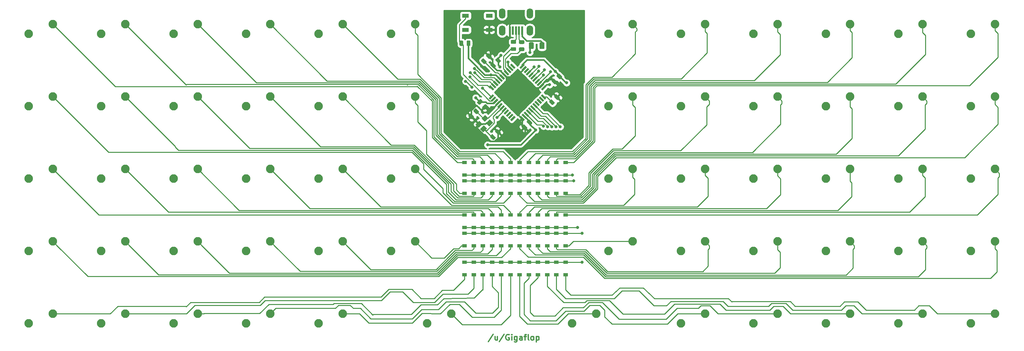
<source format=gbr>
G04 #@! TF.GenerationSoftware,KiCad,Pcbnew,(5.1.5)-3*
G04 #@! TF.CreationDate,2020-05-25T21:03:39-04:00*
G04 #@! TF.ProjectId,5-12,352d3132-2e6b-4696-9361-645f70636258,rev?*
G04 #@! TF.SameCoordinates,Original*
G04 #@! TF.FileFunction,Copper,L1,Top*
G04 #@! TF.FilePolarity,Positive*
%FSLAX46Y46*%
G04 Gerber Fmt 4.6, Leading zero omitted, Abs format (unit mm)*
G04 Created by KiCad (PCBNEW (5.1.5)-3) date 2020-05-25 21:03:39*
%MOMM*%
%LPD*%
G04 APERTURE LIST*
%ADD10C,0.300000*%
%ADD11C,2.250000*%
%ADD12C,0.100000*%
%ADD13O,1.700000X2.700000*%
%ADD14R,0.500000X2.250000*%
%ADD15R,1.800000X1.100000*%
%ADD16R,1.200000X0.900000*%
%ADD17C,0.800000*%
%ADD18C,0.381000*%
%ADD19C,0.254000*%
G04 APERTURE END LIST*
D10*
X139696714Y-155063142D02*
X138411000Y-156991714D01*
X140839571Y-155634571D02*
X140839571Y-156634571D01*
X140196714Y-155634571D02*
X140196714Y-156420285D01*
X140268142Y-156563142D01*
X140411000Y-156634571D01*
X140625285Y-156634571D01*
X140768142Y-156563142D01*
X140839571Y-156491714D01*
X142625285Y-155063142D02*
X141339571Y-156991714D01*
X143911000Y-155206000D02*
X143768142Y-155134571D01*
X143553857Y-155134571D01*
X143339571Y-155206000D01*
X143196714Y-155348857D01*
X143125285Y-155491714D01*
X143053857Y-155777428D01*
X143053857Y-155991714D01*
X143125285Y-156277428D01*
X143196714Y-156420285D01*
X143339571Y-156563142D01*
X143553857Y-156634571D01*
X143696714Y-156634571D01*
X143911000Y-156563142D01*
X143982428Y-156491714D01*
X143982428Y-155991714D01*
X143696714Y-155991714D01*
X144625285Y-156634571D02*
X144625285Y-155634571D01*
X144625285Y-155134571D02*
X144553857Y-155206000D01*
X144625285Y-155277428D01*
X144696714Y-155206000D01*
X144625285Y-155134571D01*
X144625285Y-155277428D01*
X145982428Y-155634571D02*
X145982428Y-156848857D01*
X145911000Y-156991714D01*
X145839571Y-157063142D01*
X145696714Y-157134571D01*
X145482428Y-157134571D01*
X145339571Y-157063142D01*
X145982428Y-156563142D02*
X145839571Y-156634571D01*
X145553857Y-156634571D01*
X145411000Y-156563142D01*
X145339571Y-156491714D01*
X145268142Y-156348857D01*
X145268142Y-155920285D01*
X145339571Y-155777428D01*
X145411000Y-155706000D01*
X145553857Y-155634571D01*
X145839571Y-155634571D01*
X145982428Y-155706000D01*
X147339571Y-156634571D02*
X147339571Y-155848857D01*
X147268142Y-155706000D01*
X147125285Y-155634571D01*
X146839571Y-155634571D01*
X146696714Y-155706000D01*
X147339571Y-156563142D02*
X147196714Y-156634571D01*
X146839571Y-156634571D01*
X146696714Y-156563142D01*
X146625285Y-156420285D01*
X146625285Y-156277428D01*
X146696714Y-156134571D01*
X146839571Y-156063142D01*
X147196714Y-156063142D01*
X147339571Y-155991714D01*
X147839571Y-155634571D02*
X148411000Y-155634571D01*
X148053857Y-156634571D02*
X148053857Y-155348857D01*
X148125285Y-155206000D01*
X148268142Y-155134571D01*
X148411000Y-155134571D01*
X149125285Y-156634571D02*
X148982428Y-156563142D01*
X148911000Y-156420285D01*
X148911000Y-155134571D01*
X149911000Y-156634571D02*
X149768142Y-156563142D01*
X149696714Y-156491714D01*
X149625285Y-156348857D01*
X149625285Y-155920285D01*
X149696714Y-155777428D01*
X149768142Y-155706000D01*
X149911000Y-155634571D01*
X150125285Y-155634571D01*
X150268142Y-155706000D01*
X150339571Y-155777428D01*
X150411000Y-155920285D01*
X150411000Y-156348857D01*
X150339571Y-156491714D01*
X150268142Y-156563142D01*
X150125285Y-156634571D01*
X149911000Y-156634571D01*
X151053857Y-155634571D02*
X151053857Y-157134571D01*
X151053857Y-155706000D02*
X151196714Y-155634571D01*
X151482428Y-155634571D01*
X151625285Y-155706000D01*
X151696714Y-155777428D01*
X151768142Y-155920285D01*
X151768142Y-156348857D01*
X151696714Y-156491714D01*
X151625285Y-156563142D01*
X151482428Y-156634571D01*
X151196714Y-156634571D01*
X151053857Y-156563142D01*
D11*
X166846250Y-149701250D03*
X160496250Y-152241250D03*
X119221250Y-73501250D03*
X112871250Y-76041250D03*
X271621250Y-149701250D03*
X265271250Y-152241250D03*
X271621250Y-130651250D03*
X265271250Y-133191250D03*
X271621250Y-111601250D03*
X265271250Y-114141250D03*
X271621250Y-92551250D03*
X265271250Y-95091250D03*
X271621250Y-73501250D03*
X265271250Y-76041250D03*
X252571250Y-149701250D03*
X246221250Y-152241250D03*
X252571250Y-130651250D03*
X246221250Y-133191250D03*
X252571250Y-111601250D03*
X246221250Y-114141250D03*
X252571250Y-92551250D03*
X246221250Y-95091250D03*
X252571250Y-73501250D03*
X246221250Y-76041250D03*
X233521250Y-149701250D03*
X227171250Y-152241250D03*
X233521250Y-130651250D03*
X227171250Y-133191250D03*
X233521250Y-111601250D03*
X227171250Y-114141250D03*
X233521250Y-92551250D03*
X227171250Y-95091250D03*
X233521250Y-73501250D03*
X227171250Y-76041250D03*
X214471250Y-149701250D03*
X208121250Y-152241250D03*
X214471250Y-130651250D03*
X208121250Y-133191250D03*
X214471250Y-111601250D03*
X208121250Y-114141250D03*
X214471250Y-92551250D03*
X208121250Y-95091250D03*
X214471250Y-73501250D03*
X208121250Y-76041250D03*
X195421250Y-149701250D03*
X189071250Y-152241250D03*
X195421250Y-130651250D03*
X189071250Y-133191250D03*
X195421250Y-111601250D03*
X189071250Y-114141250D03*
X195421250Y-92551250D03*
X189071250Y-95091250D03*
X195421250Y-73501250D03*
X189071250Y-76041250D03*
X176371250Y-130651250D03*
X170021250Y-133191250D03*
X176371250Y-111601250D03*
X170021250Y-114141250D03*
X176371250Y-92551250D03*
X170021250Y-95091250D03*
X176371250Y-73501250D03*
X170021250Y-76041250D03*
X119221250Y-130651250D03*
X112871250Y-133191250D03*
X119221250Y-111601250D03*
X112871250Y-114141250D03*
X119221250Y-92551250D03*
X112871250Y-95091250D03*
X100171250Y-149701250D03*
X93821250Y-152241250D03*
X100171250Y-130651250D03*
X93821250Y-133191250D03*
X100171250Y-111601250D03*
X93821250Y-114141250D03*
X100171250Y-92551250D03*
X93821250Y-95091250D03*
X100171250Y-73501250D03*
X93821250Y-76041250D03*
X81121250Y-149701250D03*
X74771250Y-152241250D03*
X81121250Y-130651250D03*
X74771250Y-133191250D03*
X81121250Y-111601250D03*
X74771250Y-114141250D03*
X81121250Y-92551250D03*
X74771250Y-95091250D03*
X81121250Y-73501250D03*
X74771250Y-76041250D03*
X62071250Y-149701250D03*
X55721250Y-152241250D03*
X62071250Y-130651250D03*
X55721250Y-133191250D03*
X62071250Y-111601250D03*
X55721250Y-114141250D03*
X62071250Y-92551250D03*
X55721250Y-95091250D03*
X62071250Y-73501250D03*
X55721250Y-76041250D03*
X43021250Y-149701250D03*
X36671250Y-152241250D03*
X43021250Y-130651250D03*
X36671250Y-133191250D03*
X43021250Y-111601250D03*
X36671250Y-114141250D03*
X43021250Y-92551250D03*
X36671250Y-95091250D03*
X43021250Y-73501250D03*
X36671250Y-76041250D03*
X23971250Y-149701250D03*
X17621250Y-152241250D03*
X23971250Y-130651250D03*
X17621250Y-133191250D03*
X23971250Y-111601250D03*
X17621250Y-114141250D03*
X23971250Y-73501250D03*
X17621250Y-76041250D03*
X128746250Y-149701250D03*
X122396250Y-152241250D03*
X23971250Y-92551250D03*
X17621250Y-95091250D03*
G04 #@! TA.AperFunction,SMDPad,CuDef*
D12*
G36*
X135921431Y-100703016D02*
G01*
X135072903Y-99854488D01*
X136062853Y-98864538D01*
X136911381Y-99713066D01*
X135921431Y-100703016D01*
G37*
G04 #@! TD.AperFunction*
G04 #@! TA.AperFunction,SMDPad,CuDef*
G36*
X137477066Y-99147381D02*
G01*
X136628538Y-98298853D01*
X137618488Y-97308903D01*
X138467016Y-98157431D01*
X137477066Y-99147381D01*
G37*
G04 #@! TD.AperFunction*
G04 #@! TA.AperFunction,SMDPad,CuDef*
G36*
X138679147Y-100349462D02*
G01*
X137830619Y-99500934D01*
X138820569Y-98510984D01*
X139669097Y-99359512D01*
X138679147Y-100349462D01*
G37*
G04 #@! TD.AperFunction*
G04 #@! TA.AperFunction,SMDPad,CuDef*
G36*
X137123512Y-101905097D02*
G01*
X136274984Y-101056569D01*
X137264934Y-100066619D01*
X138113462Y-100915147D01*
X137123512Y-101905097D01*
G37*
G04 #@! TD.AperFunction*
D13*
X149356250Y-70643750D03*
X142056250Y-70643750D03*
X142056250Y-75143750D03*
X149356250Y-75143750D03*
D14*
X147306250Y-75143750D03*
X146506250Y-75143750D03*
X145706250Y-75143750D03*
X144906250Y-75143750D03*
X144106250Y-75143750D03*
G04 #@! TA.AperFunction,SMDPad,CuDef*
D12*
G36*
X146979706Y-85274098D02*
G01*
X146590798Y-84885190D01*
X147651458Y-83824530D01*
X148040366Y-84213438D01*
X146979706Y-85274098D01*
G37*
G04 #@! TD.AperFunction*
G04 #@! TA.AperFunction,SMDPad,CuDef*
G36*
X147545391Y-85839784D02*
G01*
X147156483Y-85450876D01*
X148217143Y-84390216D01*
X148606051Y-84779124D01*
X147545391Y-85839784D01*
G37*
G04 #@! TD.AperFunction*
G04 #@! TA.AperFunction,SMDPad,CuDef*
G36*
X148111076Y-86405469D02*
G01*
X147722168Y-86016561D01*
X148782828Y-84955901D01*
X149171736Y-85344809D01*
X148111076Y-86405469D01*
G37*
G04 #@! TD.AperFunction*
G04 #@! TA.AperFunction,SMDPad,CuDef*
G36*
X148676762Y-86971154D02*
G01*
X148287854Y-86582246D01*
X149348514Y-85521586D01*
X149737422Y-85910494D01*
X148676762Y-86971154D01*
G37*
G04 #@! TD.AperFunction*
G04 #@! TA.AperFunction,SMDPad,CuDef*
G36*
X149242447Y-87536840D02*
G01*
X148853539Y-87147932D01*
X149914199Y-86087272D01*
X150303107Y-86476180D01*
X149242447Y-87536840D01*
G37*
G04 #@! TD.AperFunction*
G04 #@! TA.AperFunction,SMDPad,CuDef*
G36*
X149808133Y-88102525D02*
G01*
X149419225Y-87713617D01*
X150479885Y-86652957D01*
X150868793Y-87041865D01*
X149808133Y-88102525D01*
G37*
G04 #@! TD.AperFunction*
G04 #@! TA.AperFunction,SMDPad,CuDef*
G36*
X150373818Y-88668211D02*
G01*
X149984910Y-88279303D01*
X151045570Y-87218643D01*
X151434478Y-87607551D01*
X150373818Y-88668211D01*
G37*
G04 #@! TD.AperFunction*
G04 #@! TA.AperFunction,SMDPad,CuDef*
G36*
X150939504Y-89233896D02*
G01*
X150550596Y-88844988D01*
X151611256Y-87784328D01*
X152000164Y-88173236D01*
X150939504Y-89233896D01*
G37*
G04 #@! TD.AperFunction*
G04 #@! TA.AperFunction,SMDPad,CuDef*
G36*
X151505189Y-89799582D02*
G01*
X151116281Y-89410674D01*
X152176941Y-88350014D01*
X152565849Y-88738922D01*
X151505189Y-89799582D01*
G37*
G04 #@! TD.AperFunction*
G04 #@! TA.AperFunction,SMDPad,CuDef*
G36*
X152070874Y-90365267D02*
G01*
X151681966Y-89976359D01*
X152742626Y-88915699D01*
X153131534Y-89304607D01*
X152070874Y-90365267D01*
G37*
G04 #@! TD.AperFunction*
G04 #@! TA.AperFunction,SMDPad,CuDef*
G36*
X152636560Y-90930952D02*
G01*
X152247652Y-90542044D01*
X153308312Y-89481384D01*
X153697220Y-89870292D01*
X152636560Y-90930952D01*
G37*
G04 #@! TD.AperFunction*
G04 #@! TA.AperFunction,SMDPad,CuDef*
G36*
X152247652Y-92274456D02*
G01*
X152636560Y-91885548D01*
X153697220Y-92946208D01*
X153308312Y-93335116D01*
X152247652Y-92274456D01*
G37*
G04 #@! TD.AperFunction*
G04 #@! TA.AperFunction,SMDPad,CuDef*
G36*
X151681966Y-92840141D02*
G01*
X152070874Y-92451233D01*
X153131534Y-93511893D01*
X152742626Y-93900801D01*
X151681966Y-92840141D01*
G37*
G04 #@! TD.AperFunction*
G04 #@! TA.AperFunction,SMDPad,CuDef*
G36*
X151116281Y-93405826D02*
G01*
X151505189Y-93016918D01*
X152565849Y-94077578D01*
X152176941Y-94466486D01*
X151116281Y-93405826D01*
G37*
G04 #@! TD.AperFunction*
G04 #@! TA.AperFunction,SMDPad,CuDef*
G36*
X150550596Y-93971512D02*
G01*
X150939504Y-93582604D01*
X152000164Y-94643264D01*
X151611256Y-95032172D01*
X150550596Y-93971512D01*
G37*
G04 #@! TD.AperFunction*
G04 #@! TA.AperFunction,SMDPad,CuDef*
G36*
X149984910Y-94537197D02*
G01*
X150373818Y-94148289D01*
X151434478Y-95208949D01*
X151045570Y-95597857D01*
X149984910Y-94537197D01*
G37*
G04 #@! TD.AperFunction*
G04 #@! TA.AperFunction,SMDPad,CuDef*
G36*
X149419225Y-95102883D02*
G01*
X149808133Y-94713975D01*
X150868793Y-95774635D01*
X150479885Y-96163543D01*
X149419225Y-95102883D01*
G37*
G04 #@! TD.AperFunction*
G04 #@! TA.AperFunction,SMDPad,CuDef*
G36*
X148853539Y-95668568D02*
G01*
X149242447Y-95279660D01*
X150303107Y-96340320D01*
X149914199Y-96729228D01*
X148853539Y-95668568D01*
G37*
G04 #@! TD.AperFunction*
G04 #@! TA.AperFunction,SMDPad,CuDef*
G36*
X148287854Y-96234254D02*
G01*
X148676762Y-95845346D01*
X149737422Y-96906006D01*
X149348514Y-97294914D01*
X148287854Y-96234254D01*
G37*
G04 #@! TD.AperFunction*
G04 #@! TA.AperFunction,SMDPad,CuDef*
G36*
X147722168Y-96799939D02*
G01*
X148111076Y-96411031D01*
X149171736Y-97471691D01*
X148782828Y-97860599D01*
X147722168Y-96799939D01*
G37*
G04 #@! TD.AperFunction*
G04 #@! TA.AperFunction,SMDPad,CuDef*
G36*
X147156483Y-97365624D02*
G01*
X147545391Y-96976716D01*
X148606051Y-98037376D01*
X148217143Y-98426284D01*
X147156483Y-97365624D01*
G37*
G04 #@! TD.AperFunction*
G04 #@! TA.AperFunction,SMDPad,CuDef*
G36*
X146590798Y-97931310D02*
G01*
X146979706Y-97542402D01*
X148040366Y-98603062D01*
X147651458Y-98991970D01*
X146590798Y-97931310D01*
G37*
G04 #@! TD.AperFunction*
G04 #@! TA.AperFunction,SMDPad,CuDef*
G36*
X144575542Y-98991970D02*
G01*
X144186634Y-98603062D01*
X145247294Y-97542402D01*
X145636202Y-97931310D01*
X144575542Y-98991970D01*
G37*
G04 #@! TD.AperFunction*
G04 #@! TA.AperFunction,SMDPad,CuDef*
G36*
X144009857Y-98426284D02*
G01*
X143620949Y-98037376D01*
X144681609Y-96976716D01*
X145070517Y-97365624D01*
X144009857Y-98426284D01*
G37*
G04 #@! TD.AperFunction*
G04 #@! TA.AperFunction,SMDPad,CuDef*
G36*
X143444172Y-97860599D02*
G01*
X143055264Y-97471691D01*
X144115924Y-96411031D01*
X144504832Y-96799939D01*
X143444172Y-97860599D01*
G37*
G04 #@! TD.AperFunction*
G04 #@! TA.AperFunction,SMDPad,CuDef*
G36*
X142878486Y-97294914D02*
G01*
X142489578Y-96906006D01*
X143550238Y-95845346D01*
X143939146Y-96234254D01*
X142878486Y-97294914D01*
G37*
G04 #@! TD.AperFunction*
G04 #@! TA.AperFunction,SMDPad,CuDef*
G36*
X142312801Y-96729228D02*
G01*
X141923893Y-96340320D01*
X142984553Y-95279660D01*
X143373461Y-95668568D01*
X142312801Y-96729228D01*
G37*
G04 #@! TD.AperFunction*
G04 #@! TA.AperFunction,SMDPad,CuDef*
G36*
X141747115Y-96163543D02*
G01*
X141358207Y-95774635D01*
X142418867Y-94713975D01*
X142807775Y-95102883D01*
X141747115Y-96163543D01*
G37*
G04 #@! TD.AperFunction*
G04 #@! TA.AperFunction,SMDPad,CuDef*
G36*
X141181430Y-95597857D02*
G01*
X140792522Y-95208949D01*
X141853182Y-94148289D01*
X142242090Y-94537197D01*
X141181430Y-95597857D01*
G37*
G04 #@! TD.AperFunction*
G04 #@! TA.AperFunction,SMDPad,CuDef*
G36*
X140615744Y-95032172D02*
G01*
X140226836Y-94643264D01*
X141287496Y-93582604D01*
X141676404Y-93971512D01*
X140615744Y-95032172D01*
G37*
G04 #@! TD.AperFunction*
G04 #@! TA.AperFunction,SMDPad,CuDef*
G36*
X140050059Y-94466486D02*
G01*
X139661151Y-94077578D01*
X140721811Y-93016918D01*
X141110719Y-93405826D01*
X140050059Y-94466486D01*
G37*
G04 #@! TD.AperFunction*
G04 #@! TA.AperFunction,SMDPad,CuDef*
G36*
X139484374Y-93900801D02*
G01*
X139095466Y-93511893D01*
X140156126Y-92451233D01*
X140545034Y-92840141D01*
X139484374Y-93900801D01*
G37*
G04 #@! TD.AperFunction*
G04 #@! TA.AperFunction,SMDPad,CuDef*
G36*
X138918688Y-93335116D02*
G01*
X138529780Y-92946208D01*
X139590440Y-91885548D01*
X139979348Y-92274456D01*
X138918688Y-93335116D01*
G37*
G04 #@! TD.AperFunction*
G04 #@! TA.AperFunction,SMDPad,CuDef*
G36*
X138529780Y-89870292D02*
G01*
X138918688Y-89481384D01*
X139979348Y-90542044D01*
X139590440Y-90930952D01*
X138529780Y-89870292D01*
G37*
G04 #@! TD.AperFunction*
G04 #@! TA.AperFunction,SMDPad,CuDef*
G36*
X139095466Y-89304607D02*
G01*
X139484374Y-88915699D01*
X140545034Y-89976359D01*
X140156126Y-90365267D01*
X139095466Y-89304607D01*
G37*
G04 #@! TD.AperFunction*
G04 #@! TA.AperFunction,SMDPad,CuDef*
G36*
X139661151Y-88738922D02*
G01*
X140050059Y-88350014D01*
X141110719Y-89410674D01*
X140721811Y-89799582D01*
X139661151Y-88738922D01*
G37*
G04 #@! TD.AperFunction*
G04 #@! TA.AperFunction,SMDPad,CuDef*
G36*
X140226836Y-88173236D02*
G01*
X140615744Y-87784328D01*
X141676404Y-88844988D01*
X141287496Y-89233896D01*
X140226836Y-88173236D01*
G37*
G04 #@! TD.AperFunction*
G04 #@! TA.AperFunction,SMDPad,CuDef*
G36*
X140792522Y-87607551D02*
G01*
X141181430Y-87218643D01*
X142242090Y-88279303D01*
X141853182Y-88668211D01*
X140792522Y-87607551D01*
G37*
G04 #@! TD.AperFunction*
G04 #@! TA.AperFunction,SMDPad,CuDef*
G36*
X141358207Y-87041865D02*
G01*
X141747115Y-86652957D01*
X142807775Y-87713617D01*
X142418867Y-88102525D01*
X141358207Y-87041865D01*
G37*
G04 #@! TD.AperFunction*
G04 #@! TA.AperFunction,SMDPad,CuDef*
G36*
X141923893Y-86476180D02*
G01*
X142312801Y-86087272D01*
X143373461Y-87147932D01*
X142984553Y-87536840D01*
X141923893Y-86476180D01*
G37*
G04 #@! TD.AperFunction*
G04 #@! TA.AperFunction,SMDPad,CuDef*
G36*
X142489578Y-85910494D02*
G01*
X142878486Y-85521586D01*
X143939146Y-86582246D01*
X143550238Y-86971154D01*
X142489578Y-85910494D01*
G37*
G04 #@! TD.AperFunction*
G04 #@! TA.AperFunction,SMDPad,CuDef*
G36*
X143055264Y-85344809D02*
G01*
X143444172Y-84955901D01*
X144504832Y-86016561D01*
X144115924Y-86405469D01*
X143055264Y-85344809D01*
G37*
G04 #@! TD.AperFunction*
G04 #@! TA.AperFunction,SMDPad,CuDef*
G36*
X143620949Y-84779124D02*
G01*
X144009857Y-84390216D01*
X145070517Y-85450876D01*
X144681609Y-85839784D01*
X143620949Y-84779124D01*
G37*
G04 #@! TD.AperFunction*
G04 #@! TA.AperFunction,SMDPad,CuDef*
G36*
X144186634Y-84213438D02*
G01*
X144575542Y-83824530D01*
X145636202Y-84885190D01*
X145247294Y-85274098D01*
X144186634Y-84213438D01*
G37*
G04 #@! TD.AperFunction*
D15*
X132461000Y-74947000D03*
X138661000Y-71247000D03*
X132461000Y-71247000D03*
X138661000Y-74947000D03*
G04 #@! TA.AperFunction,SMDPad,CuDef*
D12*
G36*
X155039719Y-93270362D02*
G01*
X155063380Y-93273872D01*
X155086584Y-93279684D01*
X155109106Y-93287742D01*
X155130730Y-93297970D01*
X155151247Y-93310267D01*
X155170460Y-93324517D01*
X155188184Y-93340581D01*
X155833419Y-93985816D01*
X155849483Y-94003540D01*
X155863733Y-94022753D01*
X155876030Y-94043270D01*
X155886258Y-94064894D01*
X155894316Y-94087416D01*
X155900128Y-94110620D01*
X155903638Y-94134281D01*
X155904812Y-94158173D01*
X155903638Y-94182065D01*
X155900128Y-94205726D01*
X155894316Y-94228930D01*
X155886258Y-94251452D01*
X155876030Y-94273076D01*
X155863733Y-94293593D01*
X155849483Y-94312806D01*
X155833419Y-94330530D01*
X155488704Y-94675245D01*
X155470980Y-94691309D01*
X155451767Y-94705559D01*
X155431250Y-94717856D01*
X155409626Y-94728084D01*
X155387104Y-94736142D01*
X155363900Y-94741954D01*
X155340239Y-94745464D01*
X155316347Y-94746638D01*
X155292455Y-94745464D01*
X155268794Y-94741954D01*
X155245590Y-94736142D01*
X155223068Y-94728084D01*
X155201444Y-94717856D01*
X155180927Y-94705559D01*
X155161714Y-94691309D01*
X155143990Y-94675245D01*
X154498755Y-94030010D01*
X154482691Y-94012286D01*
X154468441Y-93993073D01*
X154456144Y-93972556D01*
X154445916Y-93950932D01*
X154437858Y-93928410D01*
X154432046Y-93905206D01*
X154428536Y-93881545D01*
X154427362Y-93857653D01*
X154428536Y-93833761D01*
X154432046Y-93810100D01*
X154437858Y-93786896D01*
X154445916Y-93764374D01*
X154456144Y-93742750D01*
X154468441Y-93722233D01*
X154482691Y-93703020D01*
X154498755Y-93685296D01*
X154843470Y-93340581D01*
X154861194Y-93324517D01*
X154880407Y-93310267D01*
X154900924Y-93297970D01*
X154922548Y-93287742D01*
X154945070Y-93279684D01*
X154968274Y-93273872D01*
X154991935Y-93270362D01*
X155015827Y-93269188D01*
X155039719Y-93270362D01*
G37*
G04 #@! TD.AperFunction*
G04 #@! TA.AperFunction,SMDPad,CuDef*
G36*
X156365545Y-91944536D02*
G01*
X156389206Y-91948046D01*
X156412410Y-91953858D01*
X156434932Y-91961916D01*
X156456556Y-91972144D01*
X156477073Y-91984441D01*
X156496286Y-91998691D01*
X156514010Y-92014755D01*
X157159245Y-92659990D01*
X157175309Y-92677714D01*
X157189559Y-92696927D01*
X157201856Y-92717444D01*
X157212084Y-92739068D01*
X157220142Y-92761590D01*
X157225954Y-92784794D01*
X157229464Y-92808455D01*
X157230638Y-92832347D01*
X157229464Y-92856239D01*
X157225954Y-92879900D01*
X157220142Y-92903104D01*
X157212084Y-92925626D01*
X157201856Y-92947250D01*
X157189559Y-92967767D01*
X157175309Y-92986980D01*
X157159245Y-93004704D01*
X156814530Y-93349419D01*
X156796806Y-93365483D01*
X156777593Y-93379733D01*
X156757076Y-93392030D01*
X156735452Y-93402258D01*
X156712930Y-93410316D01*
X156689726Y-93416128D01*
X156666065Y-93419638D01*
X156642173Y-93420812D01*
X156618281Y-93419638D01*
X156594620Y-93416128D01*
X156571416Y-93410316D01*
X156548894Y-93402258D01*
X156527270Y-93392030D01*
X156506753Y-93379733D01*
X156487540Y-93365483D01*
X156469816Y-93349419D01*
X155824581Y-92704184D01*
X155808517Y-92686460D01*
X155794267Y-92667247D01*
X155781970Y-92646730D01*
X155771742Y-92625106D01*
X155763684Y-92602584D01*
X155757872Y-92579380D01*
X155754362Y-92555719D01*
X155753188Y-92531827D01*
X155754362Y-92507935D01*
X155757872Y-92484274D01*
X155763684Y-92461070D01*
X155771742Y-92438548D01*
X155781970Y-92416924D01*
X155794267Y-92396407D01*
X155808517Y-92377194D01*
X155824581Y-92359470D01*
X156169296Y-92014755D01*
X156187020Y-91998691D01*
X156206233Y-91984441D01*
X156226750Y-91972144D01*
X156248374Y-91961916D01*
X156270896Y-91953858D01*
X156294100Y-91948046D01*
X156317761Y-91944536D01*
X156341653Y-91943362D01*
X156365545Y-91944536D01*
G37*
G04 #@! TD.AperFunction*
G04 #@! TA.AperFunction,SMDPad,CuDef*
G36*
X131615642Y-77787174D02*
G01*
X131639303Y-77790684D01*
X131662507Y-77796496D01*
X131685029Y-77804554D01*
X131706653Y-77814782D01*
X131727170Y-77827079D01*
X131746383Y-77841329D01*
X131764107Y-77857393D01*
X131780171Y-77875117D01*
X131794421Y-77894330D01*
X131806718Y-77914847D01*
X131816946Y-77936471D01*
X131825004Y-77958993D01*
X131830816Y-77982197D01*
X131834326Y-78005858D01*
X131835500Y-78029750D01*
X131835500Y-78942250D01*
X131834326Y-78966142D01*
X131830816Y-78989803D01*
X131825004Y-79013007D01*
X131816946Y-79035529D01*
X131806718Y-79057153D01*
X131794421Y-79077670D01*
X131780171Y-79096883D01*
X131764107Y-79114607D01*
X131746383Y-79130671D01*
X131727170Y-79144921D01*
X131706653Y-79157218D01*
X131685029Y-79167446D01*
X131662507Y-79175504D01*
X131639303Y-79181316D01*
X131615642Y-79184826D01*
X131591750Y-79186000D01*
X131104250Y-79186000D01*
X131080358Y-79184826D01*
X131056697Y-79181316D01*
X131033493Y-79175504D01*
X131010971Y-79167446D01*
X130989347Y-79157218D01*
X130968830Y-79144921D01*
X130949617Y-79130671D01*
X130931893Y-79114607D01*
X130915829Y-79096883D01*
X130901579Y-79077670D01*
X130889282Y-79057153D01*
X130879054Y-79035529D01*
X130870996Y-79013007D01*
X130865184Y-78989803D01*
X130861674Y-78966142D01*
X130860500Y-78942250D01*
X130860500Y-78029750D01*
X130861674Y-78005858D01*
X130865184Y-77982197D01*
X130870996Y-77958993D01*
X130879054Y-77936471D01*
X130889282Y-77914847D01*
X130901579Y-77894330D01*
X130915829Y-77875117D01*
X130931893Y-77857393D01*
X130949617Y-77841329D01*
X130968830Y-77827079D01*
X130989347Y-77814782D01*
X131010971Y-77804554D01*
X131033493Y-77796496D01*
X131056697Y-77790684D01*
X131080358Y-77787174D01*
X131104250Y-77786000D01*
X131591750Y-77786000D01*
X131615642Y-77787174D01*
G37*
G04 #@! TD.AperFunction*
G04 #@! TA.AperFunction,SMDPad,CuDef*
G36*
X133490642Y-77787174D02*
G01*
X133514303Y-77790684D01*
X133537507Y-77796496D01*
X133560029Y-77804554D01*
X133581653Y-77814782D01*
X133602170Y-77827079D01*
X133621383Y-77841329D01*
X133639107Y-77857393D01*
X133655171Y-77875117D01*
X133669421Y-77894330D01*
X133681718Y-77914847D01*
X133691946Y-77936471D01*
X133700004Y-77958993D01*
X133705816Y-77982197D01*
X133709326Y-78005858D01*
X133710500Y-78029750D01*
X133710500Y-78942250D01*
X133709326Y-78966142D01*
X133705816Y-78989803D01*
X133700004Y-79013007D01*
X133691946Y-79035529D01*
X133681718Y-79057153D01*
X133669421Y-79077670D01*
X133655171Y-79096883D01*
X133639107Y-79114607D01*
X133621383Y-79130671D01*
X133602170Y-79144921D01*
X133581653Y-79157218D01*
X133560029Y-79167446D01*
X133537507Y-79175504D01*
X133514303Y-79181316D01*
X133490642Y-79184826D01*
X133466750Y-79186000D01*
X132979250Y-79186000D01*
X132955358Y-79184826D01*
X132931697Y-79181316D01*
X132908493Y-79175504D01*
X132885971Y-79167446D01*
X132864347Y-79157218D01*
X132843830Y-79144921D01*
X132824617Y-79130671D01*
X132806893Y-79114607D01*
X132790829Y-79096883D01*
X132776579Y-79077670D01*
X132764282Y-79057153D01*
X132754054Y-79035529D01*
X132745996Y-79013007D01*
X132740184Y-78989803D01*
X132736674Y-78966142D01*
X132735500Y-78942250D01*
X132735500Y-78029750D01*
X132736674Y-78005858D01*
X132740184Y-77982197D01*
X132745996Y-77958993D01*
X132754054Y-77936471D01*
X132764282Y-77914847D01*
X132776579Y-77894330D01*
X132790829Y-77875117D01*
X132806893Y-77857393D01*
X132824617Y-77841329D01*
X132843830Y-77827079D01*
X132864347Y-77814782D01*
X132885971Y-77804554D01*
X132908493Y-77796496D01*
X132931697Y-77790684D01*
X132955358Y-77787174D01*
X132979250Y-77786000D01*
X133466750Y-77786000D01*
X133490642Y-77787174D01*
G37*
G04 #@! TD.AperFunction*
G04 #@! TA.AperFunction,SMDPad,CuDef*
G36*
X145514142Y-77648674D02*
G01*
X145537803Y-77652184D01*
X145561007Y-77657996D01*
X145583529Y-77666054D01*
X145605153Y-77676282D01*
X145625670Y-77688579D01*
X145644883Y-77702829D01*
X145662607Y-77718893D01*
X145678671Y-77736617D01*
X145692921Y-77755830D01*
X145705218Y-77776347D01*
X145715446Y-77797971D01*
X145723504Y-77820493D01*
X145729316Y-77843697D01*
X145732826Y-77867358D01*
X145734000Y-77891250D01*
X145734000Y-78378750D01*
X145732826Y-78402642D01*
X145729316Y-78426303D01*
X145723504Y-78449507D01*
X145715446Y-78472029D01*
X145705218Y-78493653D01*
X145692921Y-78514170D01*
X145678671Y-78533383D01*
X145662607Y-78551107D01*
X145644883Y-78567171D01*
X145625670Y-78581421D01*
X145605153Y-78593718D01*
X145583529Y-78603946D01*
X145561007Y-78612004D01*
X145537803Y-78617816D01*
X145514142Y-78621326D01*
X145490250Y-78622500D01*
X144577750Y-78622500D01*
X144553858Y-78621326D01*
X144530197Y-78617816D01*
X144506993Y-78612004D01*
X144484471Y-78603946D01*
X144462847Y-78593718D01*
X144442330Y-78581421D01*
X144423117Y-78567171D01*
X144405393Y-78551107D01*
X144389329Y-78533383D01*
X144375079Y-78514170D01*
X144362782Y-78493653D01*
X144352554Y-78472029D01*
X144344496Y-78449507D01*
X144338684Y-78426303D01*
X144335174Y-78402642D01*
X144334000Y-78378750D01*
X144334000Y-77891250D01*
X144335174Y-77867358D01*
X144338684Y-77843697D01*
X144344496Y-77820493D01*
X144352554Y-77797971D01*
X144362782Y-77776347D01*
X144375079Y-77755830D01*
X144389329Y-77736617D01*
X144405393Y-77718893D01*
X144423117Y-77702829D01*
X144442330Y-77688579D01*
X144462847Y-77676282D01*
X144484471Y-77666054D01*
X144506993Y-77657996D01*
X144530197Y-77652184D01*
X144553858Y-77648674D01*
X144577750Y-77647500D01*
X145490250Y-77647500D01*
X145514142Y-77648674D01*
G37*
G04 #@! TD.AperFunction*
G04 #@! TA.AperFunction,SMDPad,CuDef*
G36*
X145514142Y-79523674D02*
G01*
X145537803Y-79527184D01*
X145561007Y-79532996D01*
X145583529Y-79541054D01*
X145605153Y-79551282D01*
X145625670Y-79563579D01*
X145644883Y-79577829D01*
X145662607Y-79593893D01*
X145678671Y-79611617D01*
X145692921Y-79630830D01*
X145705218Y-79651347D01*
X145715446Y-79672971D01*
X145723504Y-79695493D01*
X145729316Y-79718697D01*
X145732826Y-79742358D01*
X145734000Y-79766250D01*
X145734000Y-80253750D01*
X145732826Y-80277642D01*
X145729316Y-80301303D01*
X145723504Y-80324507D01*
X145715446Y-80347029D01*
X145705218Y-80368653D01*
X145692921Y-80389170D01*
X145678671Y-80408383D01*
X145662607Y-80426107D01*
X145644883Y-80442171D01*
X145625670Y-80456421D01*
X145605153Y-80468718D01*
X145583529Y-80478946D01*
X145561007Y-80487004D01*
X145537803Y-80492816D01*
X145514142Y-80496326D01*
X145490250Y-80497500D01*
X144577750Y-80497500D01*
X144553858Y-80496326D01*
X144530197Y-80492816D01*
X144506993Y-80487004D01*
X144484471Y-80478946D01*
X144462847Y-80468718D01*
X144442330Y-80456421D01*
X144423117Y-80442171D01*
X144405393Y-80426107D01*
X144389329Y-80408383D01*
X144375079Y-80389170D01*
X144362782Y-80368653D01*
X144352554Y-80347029D01*
X144344496Y-80324507D01*
X144338684Y-80301303D01*
X144335174Y-80277642D01*
X144334000Y-80253750D01*
X144334000Y-79766250D01*
X144335174Y-79742358D01*
X144338684Y-79718697D01*
X144344496Y-79695493D01*
X144352554Y-79672971D01*
X144362782Y-79651347D01*
X144375079Y-79630830D01*
X144389329Y-79611617D01*
X144405393Y-79593893D01*
X144423117Y-79577829D01*
X144442330Y-79563579D01*
X144462847Y-79551282D01*
X144484471Y-79541054D01*
X144506993Y-79532996D01*
X144530197Y-79527184D01*
X144553858Y-79523674D01*
X144577750Y-79522500D01*
X145490250Y-79522500D01*
X145514142Y-79523674D01*
G37*
G04 #@! TD.AperFunction*
G04 #@! TA.AperFunction,SMDPad,CuDef*
G36*
X147673142Y-77697174D02*
G01*
X147696803Y-77700684D01*
X147720007Y-77706496D01*
X147742529Y-77714554D01*
X147764153Y-77724782D01*
X147784670Y-77737079D01*
X147803883Y-77751329D01*
X147821607Y-77767393D01*
X147837671Y-77785117D01*
X147851921Y-77804330D01*
X147864218Y-77824847D01*
X147874446Y-77846471D01*
X147882504Y-77868993D01*
X147888316Y-77892197D01*
X147891826Y-77915858D01*
X147893000Y-77939750D01*
X147893000Y-78427250D01*
X147891826Y-78451142D01*
X147888316Y-78474803D01*
X147882504Y-78498007D01*
X147874446Y-78520529D01*
X147864218Y-78542153D01*
X147851921Y-78562670D01*
X147837671Y-78581883D01*
X147821607Y-78599607D01*
X147803883Y-78615671D01*
X147784670Y-78629921D01*
X147764153Y-78642218D01*
X147742529Y-78652446D01*
X147720007Y-78660504D01*
X147696803Y-78666316D01*
X147673142Y-78669826D01*
X147649250Y-78671000D01*
X146736750Y-78671000D01*
X146712858Y-78669826D01*
X146689197Y-78666316D01*
X146665993Y-78660504D01*
X146643471Y-78652446D01*
X146621847Y-78642218D01*
X146601330Y-78629921D01*
X146582117Y-78615671D01*
X146564393Y-78599607D01*
X146548329Y-78581883D01*
X146534079Y-78562670D01*
X146521782Y-78542153D01*
X146511554Y-78520529D01*
X146503496Y-78498007D01*
X146497684Y-78474803D01*
X146494174Y-78451142D01*
X146493000Y-78427250D01*
X146493000Y-77939750D01*
X146494174Y-77915858D01*
X146497684Y-77892197D01*
X146503496Y-77868993D01*
X146511554Y-77846471D01*
X146521782Y-77824847D01*
X146534079Y-77804330D01*
X146548329Y-77785117D01*
X146564393Y-77767393D01*
X146582117Y-77751329D01*
X146601330Y-77737079D01*
X146621847Y-77724782D01*
X146643471Y-77714554D01*
X146665993Y-77706496D01*
X146689197Y-77700684D01*
X146712858Y-77697174D01*
X146736750Y-77696000D01*
X147649250Y-77696000D01*
X147673142Y-77697174D01*
G37*
G04 #@! TD.AperFunction*
G04 #@! TA.AperFunction,SMDPad,CuDef*
G36*
X147673142Y-79572174D02*
G01*
X147696803Y-79575684D01*
X147720007Y-79581496D01*
X147742529Y-79589554D01*
X147764153Y-79599782D01*
X147784670Y-79612079D01*
X147803883Y-79626329D01*
X147821607Y-79642393D01*
X147837671Y-79660117D01*
X147851921Y-79679330D01*
X147864218Y-79699847D01*
X147874446Y-79721471D01*
X147882504Y-79743993D01*
X147888316Y-79767197D01*
X147891826Y-79790858D01*
X147893000Y-79814750D01*
X147893000Y-80302250D01*
X147891826Y-80326142D01*
X147888316Y-80349803D01*
X147882504Y-80373007D01*
X147874446Y-80395529D01*
X147864218Y-80417153D01*
X147851921Y-80437670D01*
X147837671Y-80456883D01*
X147821607Y-80474607D01*
X147803883Y-80490671D01*
X147784670Y-80504921D01*
X147764153Y-80517218D01*
X147742529Y-80527446D01*
X147720007Y-80535504D01*
X147696803Y-80541316D01*
X147673142Y-80544826D01*
X147649250Y-80546000D01*
X146736750Y-80546000D01*
X146712858Y-80544826D01*
X146689197Y-80541316D01*
X146665993Y-80535504D01*
X146643471Y-80527446D01*
X146621847Y-80517218D01*
X146601330Y-80504921D01*
X146582117Y-80490671D01*
X146564393Y-80474607D01*
X146548329Y-80456883D01*
X146534079Y-80437670D01*
X146521782Y-80417153D01*
X146511554Y-80395529D01*
X146503496Y-80373007D01*
X146497684Y-80349803D01*
X146494174Y-80326142D01*
X146493000Y-80302250D01*
X146493000Y-79814750D01*
X146494174Y-79790858D01*
X146497684Y-79767197D01*
X146503496Y-79743993D01*
X146511554Y-79721471D01*
X146521782Y-79699847D01*
X146534079Y-79679330D01*
X146548329Y-79660117D01*
X146564393Y-79642393D01*
X146582117Y-79626329D01*
X146601330Y-79612079D01*
X146621847Y-79599782D01*
X146643471Y-79589554D01*
X146665993Y-79581496D01*
X146689197Y-79575684D01*
X146712858Y-79572174D01*
X146736750Y-79571000D01*
X147649250Y-79571000D01*
X147673142Y-79572174D01*
G37*
G04 #@! TD.AperFunction*
G04 #@! TA.AperFunction,SMDPad,CuDef*
G36*
X152929504Y-78247204D02*
G01*
X152953773Y-78250804D01*
X152977571Y-78256765D01*
X153000671Y-78265030D01*
X153022849Y-78275520D01*
X153043893Y-78288133D01*
X153063598Y-78302747D01*
X153081777Y-78319223D01*
X153098253Y-78337402D01*
X153112867Y-78357107D01*
X153125480Y-78378151D01*
X153135970Y-78400329D01*
X153144235Y-78423429D01*
X153150196Y-78447227D01*
X153153796Y-78471496D01*
X153155000Y-78496000D01*
X153155000Y-79746000D01*
X153153796Y-79770504D01*
X153150196Y-79794773D01*
X153144235Y-79818571D01*
X153135970Y-79841671D01*
X153125480Y-79863849D01*
X153112867Y-79884893D01*
X153098253Y-79904598D01*
X153081777Y-79922777D01*
X153063598Y-79939253D01*
X153043893Y-79953867D01*
X153022849Y-79966480D01*
X153000671Y-79976970D01*
X152977571Y-79985235D01*
X152953773Y-79991196D01*
X152929504Y-79994796D01*
X152905000Y-79996000D01*
X152155000Y-79996000D01*
X152130496Y-79994796D01*
X152106227Y-79991196D01*
X152082429Y-79985235D01*
X152059329Y-79976970D01*
X152037151Y-79966480D01*
X152016107Y-79953867D01*
X151996402Y-79939253D01*
X151978223Y-79922777D01*
X151961747Y-79904598D01*
X151947133Y-79884893D01*
X151934520Y-79863849D01*
X151924030Y-79841671D01*
X151915765Y-79818571D01*
X151909804Y-79794773D01*
X151906204Y-79770504D01*
X151905000Y-79746000D01*
X151905000Y-78496000D01*
X151906204Y-78471496D01*
X151909804Y-78447227D01*
X151915765Y-78423429D01*
X151924030Y-78400329D01*
X151934520Y-78378151D01*
X151947133Y-78357107D01*
X151961747Y-78337402D01*
X151978223Y-78319223D01*
X151996402Y-78302747D01*
X152016107Y-78288133D01*
X152037151Y-78275520D01*
X152059329Y-78265030D01*
X152082429Y-78256765D01*
X152106227Y-78250804D01*
X152130496Y-78247204D01*
X152155000Y-78246000D01*
X152905000Y-78246000D01*
X152929504Y-78247204D01*
G37*
G04 #@! TD.AperFunction*
G04 #@! TA.AperFunction,SMDPad,CuDef*
G36*
X150129504Y-78247204D02*
G01*
X150153773Y-78250804D01*
X150177571Y-78256765D01*
X150200671Y-78265030D01*
X150222849Y-78275520D01*
X150243893Y-78288133D01*
X150263598Y-78302747D01*
X150281777Y-78319223D01*
X150298253Y-78337402D01*
X150312867Y-78357107D01*
X150325480Y-78378151D01*
X150335970Y-78400329D01*
X150344235Y-78423429D01*
X150350196Y-78447227D01*
X150353796Y-78471496D01*
X150355000Y-78496000D01*
X150355000Y-79746000D01*
X150353796Y-79770504D01*
X150350196Y-79794773D01*
X150344235Y-79818571D01*
X150335970Y-79841671D01*
X150325480Y-79863849D01*
X150312867Y-79884893D01*
X150298253Y-79904598D01*
X150281777Y-79922777D01*
X150263598Y-79939253D01*
X150243893Y-79953867D01*
X150222849Y-79966480D01*
X150200671Y-79976970D01*
X150177571Y-79985235D01*
X150153773Y-79991196D01*
X150129504Y-79994796D01*
X150105000Y-79996000D01*
X149355000Y-79996000D01*
X149330496Y-79994796D01*
X149306227Y-79991196D01*
X149282429Y-79985235D01*
X149259329Y-79976970D01*
X149237151Y-79966480D01*
X149216107Y-79953867D01*
X149196402Y-79939253D01*
X149178223Y-79922777D01*
X149161747Y-79904598D01*
X149147133Y-79884893D01*
X149134520Y-79863849D01*
X149124030Y-79841671D01*
X149115765Y-79818571D01*
X149109804Y-79794773D01*
X149106204Y-79770504D01*
X149105000Y-79746000D01*
X149105000Y-78496000D01*
X149106204Y-78471496D01*
X149109804Y-78447227D01*
X149115765Y-78423429D01*
X149124030Y-78400329D01*
X149134520Y-78378151D01*
X149147133Y-78357107D01*
X149161747Y-78337402D01*
X149178223Y-78319223D01*
X149196402Y-78302747D01*
X149216107Y-78288133D01*
X149237151Y-78275520D01*
X149259329Y-78265030D01*
X149282429Y-78256765D01*
X149306227Y-78250804D01*
X149330496Y-78247204D01*
X149355000Y-78246000D01*
X150105000Y-78246000D01*
X150129504Y-78247204D01*
G37*
G04 #@! TD.AperFunction*
D16*
X158750000Y-139446000D03*
X158750000Y-136146000D03*
X146685000Y-131824000D03*
X146685000Y-128524000D03*
X158750000Y-123700000D03*
X158750000Y-127000000D03*
X146685000Y-117982000D03*
X146685000Y-114682000D03*
X158750000Y-109857000D03*
X158750000Y-113157000D03*
X156337000Y-139446000D03*
X156337000Y-136146000D03*
X149098000Y-131824000D03*
X149098000Y-128524000D03*
X156337000Y-123700000D03*
X156337000Y-127000000D03*
X149098000Y-117982000D03*
X149098000Y-114682000D03*
X156337000Y-109857000D03*
X156337000Y-113157000D03*
X153924000Y-139446000D03*
X153924000Y-136146000D03*
X151511000Y-131824000D03*
X151511000Y-128524000D03*
X153924000Y-123700000D03*
X153924000Y-127000000D03*
X151511000Y-117982000D03*
X151511000Y-114682000D03*
X153924000Y-109857000D03*
X153924000Y-113157000D03*
X151511000Y-139444000D03*
X151511000Y-136144000D03*
X153924000Y-131824000D03*
X153924000Y-128524000D03*
X151511000Y-123700000D03*
X151511000Y-127000000D03*
X153924000Y-117983000D03*
X153924000Y-114683000D03*
X151511000Y-109857000D03*
X151511000Y-113157000D03*
X149098000Y-139444000D03*
X149098000Y-136144000D03*
X156337000Y-131824000D03*
X156337000Y-128524000D03*
X149098000Y-123700000D03*
X149098000Y-127000000D03*
X156337000Y-117982000D03*
X156337000Y-114682000D03*
X149098000Y-109856000D03*
X149098000Y-113156000D03*
X146685000Y-139444000D03*
X146685000Y-136144000D03*
X158750000Y-131824000D03*
X158750000Y-128524000D03*
X146685000Y-123700000D03*
X146685000Y-127000000D03*
X158750000Y-117983000D03*
X158750000Y-114683000D03*
X146685000Y-109857000D03*
X146685000Y-113157000D03*
X144272000Y-139446000D03*
X144272000Y-136146000D03*
X132207000Y-131826000D03*
X132207000Y-128526000D03*
X144272000Y-123700000D03*
X144272000Y-127000000D03*
X132207000Y-117982000D03*
X132207000Y-114682000D03*
X144272000Y-109857000D03*
X144272000Y-113157000D03*
X141859000Y-139444000D03*
X141859000Y-136144000D03*
X134620000Y-131826000D03*
X134620000Y-128526000D03*
X141859000Y-123700000D03*
X141859000Y-127000000D03*
X134620000Y-117982000D03*
X134620000Y-114682000D03*
X141859000Y-109857000D03*
X141859000Y-113157000D03*
X139446000Y-139444000D03*
X139446000Y-136144000D03*
X137033000Y-131826000D03*
X137033000Y-128526000D03*
X139446000Y-123700000D03*
X139446000Y-127000000D03*
X137033000Y-117982000D03*
X137033000Y-114682000D03*
X139446000Y-109857000D03*
X139446000Y-113157000D03*
X137033000Y-139444000D03*
X137033000Y-136144000D03*
X139446000Y-131826000D03*
X139446000Y-128526000D03*
X137033000Y-123700000D03*
X137033000Y-127000000D03*
X139446000Y-117982000D03*
X139446000Y-114682000D03*
X137033000Y-109857000D03*
X137033000Y-113157000D03*
X134620000Y-139444000D03*
X134620000Y-136144000D03*
X141859000Y-131826000D03*
X141859000Y-128526000D03*
X134620000Y-123700000D03*
X134620000Y-127000000D03*
X141859000Y-117982000D03*
X141859000Y-114682000D03*
X134620000Y-109857000D03*
X134620000Y-113157000D03*
X132207000Y-139444000D03*
X132207000Y-136144000D03*
X144272000Y-131824000D03*
X144272000Y-128524000D03*
X132207000Y-123700000D03*
X132207000Y-127000000D03*
X144272000Y-117983000D03*
X144272000Y-114683000D03*
X132207000Y-109857000D03*
X132207000Y-113157000D03*
G04 #@! TA.AperFunction,SMDPad,CuDef*
D12*
G36*
X138458545Y-81149536D02*
G01*
X138482206Y-81153046D01*
X138505410Y-81158858D01*
X138527932Y-81166916D01*
X138549556Y-81177144D01*
X138570073Y-81189441D01*
X138589286Y-81203691D01*
X138607010Y-81219755D01*
X139252245Y-81864990D01*
X139268309Y-81882714D01*
X139282559Y-81901927D01*
X139294856Y-81922444D01*
X139305084Y-81944068D01*
X139313142Y-81966590D01*
X139318954Y-81989794D01*
X139322464Y-82013455D01*
X139323638Y-82037347D01*
X139322464Y-82061239D01*
X139318954Y-82084900D01*
X139313142Y-82108104D01*
X139305084Y-82130626D01*
X139294856Y-82152250D01*
X139282559Y-82172767D01*
X139268309Y-82191980D01*
X139252245Y-82209704D01*
X138907530Y-82554419D01*
X138889806Y-82570483D01*
X138870593Y-82584733D01*
X138850076Y-82597030D01*
X138828452Y-82607258D01*
X138805930Y-82615316D01*
X138782726Y-82621128D01*
X138759065Y-82624638D01*
X138735173Y-82625812D01*
X138711281Y-82624638D01*
X138687620Y-82621128D01*
X138664416Y-82615316D01*
X138641894Y-82607258D01*
X138620270Y-82597030D01*
X138599753Y-82584733D01*
X138580540Y-82570483D01*
X138562816Y-82554419D01*
X137917581Y-81909184D01*
X137901517Y-81891460D01*
X137887267Y-81872247D01*
X137874970Y-81851730D01*
X137864742Y-81830106D01*
X137856684Y-81807584D01*
X137850872Y-81784380D01*
X137847362Y-81760719D01*
X137846188Y-81736827D01*
X137847362Y-81712935D01*
X137850872Y-81689274D01*
X137856684Y-81666070D01*
X137864742Y-81643548D01*
X137874970Y-81621924D01*
X137887267Y-81601407D01*
X137901517Y-81582194D01*
X137917581Y-81564470D01*
X138262296Y-81219755D01*
X138280020Y-81203691D01*
X138299233Y-81189441D01*
X138319750Y-81177144D01*
X138341374Y-81166916D01*
X138363896Y-81158858D01*
X138387100Y-81153046D01*
X138410761Y-81149536D01*
X138434653Y-81148362D01*
X138458545Y-81149536D01*
G37*
G04 #@! TD.AperFunction*
G04 #@! TA.AperFunction,SMDPad,CuDef*
G36*
X137132719Y-82475362D02*
G01*
X137156380Y-82478872D01*
X137179584Y-82484684D01*
X137202106Y-82492742D01*
X137223730Y-82502970D01*
X137244247Y-82515267D01*
X137263460Y-82529517D01*
X137281184Y-82545581D01*
X137926419Y-83190816D01*
X137942483Y-83208540D01*
X137956733Y-83227753D01*
X137969030Y-83248270D01*
X137979258Y-83269894D01*
X137987316Y-83292416D01*
X137993128Y-83315620D01*
X137996638Y-83339281D01*
X137997812Y-83363173D01*
X137996638Y-83387065D01*
X137993128Y-83410726D01*
X137987316Y-83433930D01*
X137979258Y-83456452D01*
X137969030Y-83478076D01*
X137956733Y-83498593D01*
X137942483Y-83517806D01*
X137926419Y-83535530D01*
X137581704Y-83880245D01*
X137563980Y-83896309D01*
X137544767Y-83910559D01*
X137524250Y-83922856D01*
X137502626Y-83933084D01*
X137480104Y-83941142D01*
X137456900Y-83946954D01*
X137433239Y-83950464D01*
X137409347Y-83951638D01*
X137385455Y-83950464D01*
X137361794Y-83946954D01*
X137338590Y-83941142D01*
X137316068Y-83933084D01*
X137294444Y-83922856D01*
X137273927Y-83910559D01*
X137254714Y-83896309D01*
X137236990Y-83880245D01*
X136591755Y-83235010D01*
X136575691Y-83217286D01*
X136561441Y-83198073D01*
X136549144Y-83177556D01*
X136538916Y-83155932D01*
X136530858Y-83133410D01*
X136525046Y-83110206D01*
X136521536Y-83086545D01*
X136520362Y-83062653D01*
X136521536Y-83038761D01*
X136525046Y-83015100D01*
X136530858Y-82991896D01*
X136538916Y-82969374D01*
X136549144Y-82947750D01*
X136561441Y-82927233D01*
X136575691Y-82908020D01*
X136591755Y-82890296D01*
X136936470Y-82545581D01*
X136954194Y-82529517D01*
X136973407Y-82515267D01*
X136993924Y-82502970D01*
X137015548Y-82492742D01*
X137038070Y-82484684D01*
X137061274Y-82478872D01*
X137084935Y-82475362D01*
X137108827Y-82474188D01*
X137132719Y-82475362D01*
G37*
G04 #@! TD.AperFunction*
G04 #@! TA.AperFunction,SMDPad,CuDef*
G36*
X155674719Y-87809362D02*
G01*
X155698380Y-87812872D01*
X155721584Y-87818684D01*
X155744106Y-87826742D01*
X155765730Y-87836970D01*
X155786247Y-87849267D01*
X155805460Y-87863517D01*
X155823184Y-87879581D01*
X156468419Y-88524816D01*
X156484483Y-88542540D01*
X156498733Y-88561753D01*
X156511030Y-88582270D01*
X156521258Y-88603894D01*
X156529316Y-88626416D01*
X156535128Y-88649620D01*
X156538638Y-88673281D01*
X156539812Y-88697173D01*
X156538638Y-88721065D01*
X156535128Y-88744726D01*
X156529316Y-88767930D01*
X156521258Y-88790452D01*
X156511030Y-88812076D01*
X156498733Y-88832593D01*
X156484483Y-88851806D01*
X156468419Y-88869530D01*
X156123704Y-89214245D01*
X156105980Y-89230309D01*
X156086767Y-89244559D01*
X156066250Y-89256856D01*
X156044626Y-89267084D01*
X156022104Y-89275142D01*
X155998900Y-89280954D01*
X155975239Y-89284464D01*
X155951347Y-89285638D01*
X155927455Y-89284464D01*
X155903794Y-89280954D01*
X155880590Y-89275142D01*
X155858068Y-89267084D01*
X155836444Y-89256856D01*
X155815927Y-89244559D01*
X155796714Y-89230309D01*
X155778990Y-89214245D01*
X155133755Y-88569010D01*
X155117691Y-88551286D01*
X155103441Y-88532073D01*
X155091144Y-88511556D01*
X155080916Y-88489932D01*
X155072858Y-88467410D01*
X155067046Y-88444206D01*
X155063536Y-88420545D01*
X155062362Y-88396653D01*
X155063536Y-88372761D01*
X155067046Y-88349100D01*
X155072858Y-88325896D01*
X155080916Y-88303374D01*
X155091144Y-88281750D01*
X155103441Y-88261233D01*
X155117691Y-88242020D01*
X155133755Y-88224296D01*
X155478470Y-87879581D01*
X155496194Y-87863517D01*
X155515407Y-87849267D01*
X155535924Y-87836970D01*
X155557548Y-87826742D01*
X155580070Y-87818684D01*
X155603274Y-87812872D01*
X155626935Y-87809362D01*
X155650827Y-87808188D01*
X155674719Y-87809362D01*
G37*
G04 #@! TD.AperFunction*
G04 #@! TA.AperFunction,SMDPad,CuDef*
G36*
X157000545Y-86483536D02*
G01*
X157024206Y-86487046D01*
X157047410Y-86492858D01*
X157069932Y-86500916D01*
X157091556Y-86511144D01*
X157112073Y-86523441D01*
X157131286Y-86537691D01*
X157149010Y-86553755D01*
X157794245Y-87198990D01*
X157810309Y-87216714D01*
X157824559Y-87235927D01*
X157836856Y-87256444D01*
X157847084Y-87278068D01*
X157855142Y-87300590D01*
X157860954Y-87323794D01*
X157864464Y-87347455D01*
X157865638Y-87371347D01*
X157864464Y-87395239D01*
X157860954Y-87418900D01*
X157855142Y-87442104D01*
X157847084Y-87464626D01*
X157836856Y-87486250D01*
X157824559Y-87506767D01*
X157810309Y-87525980D01*
X157794245Y-87543704D01*
X157449530Y-87888419D01*
X157431806Y-87904483D01*
X157412593Y-87918733D01*
X157392076Y-87931030D01*
X157370452Y-87941258D01*
X157347930Y-87949316D01*
X157324726Y-87955128D01*
X157301065Y-87958638D01*
X157277173Y-87959812D01*
X157253281Y-87958638D01*
X157229620Y-87955128D01*
X157206416Y-87949316D01*
X157183894Y-87941258D01*
X157162270Y-87931030D01*
X157141753Y-87918733D01*
X157122540Y-87904483D01*
X157104816Y-87888419D01*
X156459581Y-87243184D01*
X156443517Y-87225460D01*
X156429267Y-87206247D01*
X156416970Y-87185730D01*
X156406742Y-87164106D01*
X156398684Y-87141584D01*
X156392872Y-87118380D01*
X156389362Y-87094719D01*
X156388188Y-87070827D01*
X156389362Y-87046935D01*
X156392872Y-87023274D01*
X156398684Y-87000070D01*
X156406742Y-86977548D01*
X156416970Y-86955924D01*
X156429267Y-86935407D01*
X156443517Y-86916194D01*
X156459581Y-86898470D01*
X156804296Y-86553755D01*
X156822020Y-86537691D01*
X156841233Y-86523441D01*
X156861750Y-86511144D01*
X156883374Y-86500916D01*
X156905896Y-86492858D01*
X156929100Y-86487046D01*
X156952761Y-86483536D01*
X156976653Y-86482362D01*
X157000545Y-86483536D01*
G37*
G04 #@! TD.AperFunction*
G04 #@! TA.AperFunction,SMDPad,CuDef*
G36*
X137715152Y-94512449D02*
G01*
X137738813Y-94515959D01*
X137762017Y-94521771D01*
X137784539Y-94529829D01*
X137806163Y-94540057D01*
X137826680Y-94552354D01*
X137845893Y-94566604D01*
X137863617Y-94582668D01*
X138208332Y-94927383D01*
X138224396Y-94945107D01*
X138238646Y-94964320D01*
X138250943Y-94984837D01*
X138261171Y-95006461D01*
X138269229Y-95028983D01*
X138275041Y-95052187D01*
X138278551Y-95075848D01*
X138279725Y-95099740D01*
X138278551Y-95123632D01*
X138275041Y-95147293D01*
X138269229Y-95170497D01*
X138261171Y-95193019D01*
X138250943Y-95214643D01*
X138238646Y-95235160D01*
X138224396Y-95254373D01*
X138208332Y-95272097D01*
X137563097Y-95917332D01*
X137545373Y-95933396D01*
X137526160Y-95947646D01*
X137505643Y-95959943D01*
X137484019Y-95970171D01*
X137461497Y-95978229D01*
X137438293Y-95984041D01*
X137414632Y-95987551D01*
X137390740Y-95988725D01*
X137366848Y-95987551D01*
X137343187Y-95984041D01*
X137319983Y-95978229D01*
X137297461Y-95970171D01*
X137275837Y-95959943D01*
X137255320Y-95947646D01*
X137236107Y-95933396D01*
X137218383Y-95917332D01*
X136873668Y-95572617D01*
X136857604Y-95554893D01*
X136843354Y-95535680D01*
X136831057Y-95515163D01*
X136820829Y-95493539D01*
X136812771Y-95471017D01*
X136806959Y-95447813D01*
X136803449Y-95424152D01*
X136802275Y-95400260D01*
X136803449Y-95376368D01*
X136806959Y-95352707D01*
X136812771Y-95329503D01*
X136820829Y-95306981D01*
X136831057Y-95285357D01*
X136843354Y-95264840D01*
X136857604Y-95245627D01*
X136873668Y-95227903D01*
X137518903Y-94582668D01*
X137536627Y-94566604D01*
X137555840Y-94552354D01*
X137576357Y-94540057D01*
X137597981Y-94529829D01*
X137620503Y-94521771D01*
X137643707Y-94515959D01*
X137667368Y-94512449D01*
X137691260Y-94511275D01*
X137715152Y-94512449D01*
G37*
G04 #@! TD.AperFunction*
G04 #@! TA.AperFunction,SMDPad,CuDef*
G36*
X136389326Y-93186623D02*
G01*
X136412987Y-93190133D01*
X136436191Y-93195945D01*
X136458713Y-93204003D01*
X136480337Y-93214231D01*
X136500854Y-93226528D01*
X136520067Y-93240778D01*
X136537791Y-93256842D01*
X136882506Y-93601557D01*
X136898570Y-93619281D01*
X136912820Y-93638494D01*
X136925117Y-93659011D01*
X136935345Y-93680635D01*
X136943403Y-93703157D01*
X136949215Y-93726361D01*
X136952725Y-93750022D01*
X136953899Y-93773914D01*
X136952725Y-93797806D01*
X136949215Y-93821467D01*
X136943403Y-93844671D01*
X136935345Y-93867193D01*
X136925117Y-93888817D01*
X136912820Y-93909334D01*
X136898570Y-93928547D01*
X136882506Y-93946271D01*
X136237271Y-94591506D01*
X136219547Y-94607570D01*
X136200334Y-94621820D01*
X136179817Y-94634117D01*
X136158193Y-94644345D01*
X136135671Y-94652403D01*
X136112467Y-94658215D01*
X136088806Y-94661725D01*
X136064914Y-94662899D01*
X136041022Y-94661725D01*
X136017361Y-94658215D01*
X135994157Y-94652403D01*
X135971635Y-94644345D01*
X135950011Y-94634117D01*
X135929494Y-94621820D01*
X135910281Y-94607570D01*
X135892557Y-94591506D01*
X135547842Y-94246791D01*
X135531778Y-94229067D01*
X135517528Y-94209854D01*
X135505231Y-94189337D01*
X135495003Y-94167713D01*
X135486945Y-94145191D01*
X135481133Y-94121987D01*
X135477623Y-94098326D01*
X135476449Y-94074434D01*
X135477623Y-94050542D01*
X135481133Y-94026881D01*
X135486945Y-94003677D01*
X135495003Y-93981155D01*
X135505231Y-93959531D01*
X135517528Y-93939014D01*
X135531778Y-93919801D01*
X135547842Y-93902077D01*
X136193077Y-93256842D01*
X136210801Y-93240778D01*
X136230014Y-93226528D01*
X136250531Y-93214231D01*
X136272155Y-93204003D01*
X136294677Y-93195945D01*
X136317881Y-93190133D01*
X136341542Y-93186623D01*
X136365434Y-93185449D01*
X136389326Y-93186623D01*
G37*
G04 #@! TD.AperFunction*
G04 #@! TA.AperFunction,SMDPad,CuDef*
G36*
X133802806Y-96981275D02*
G01*
X133826467Y-96984785D01*
X133849671Y-96990597D01*
X133872193Y-96998655D01*
X133893817Y-97008883D01*
X133914334Y-97021180D01*
X133933547Y-97035430D01*
X133951271Y-97051494D01*
X134596506Y-97696729D01*
X134612570Y-97714453D01*
X134626820Y-97733666D01*
X134639117Y-97754183D01*
X134649345Y-97775807D01*
X134657403Y-97798329D01*
X134663215Y-97821533D01*
X134666725Y-97845194D01*
X134667899Y-97869086D01*
X134666725Y-97892978D01*
X134663215Y-97916639D01*
X134657403Y-97939843D01*
X134649345Y-97962365D01*
X134639117Y-97983989D01*
X134626820Y-98004506D01*
X134612570Y-98023719D01*
X134596506Y-98041443D01*
X134251791Y-98386158D01*
X134234067Y-98402222D01*
X134214854Y-98416472D01*
X134194337Y-98428769D01*
X134172713Y-98438997D01*
X134150191Y-98447055D01*
X134126987Y-98452867D01*
X134103326Y-98456377D01*
X134079434Y-98457551D01*
X134055542Y-98456377D01*
X134031881Y-98452867D01*
X134008677Y-98447055D01*
X133986155Y-98438997D01*
X133964531Y-98428769D01*
X133944014Y-98416472D01*
X133924801Y-98402222D01*
X133907077Y-98386158D01*
X133261842Y-97740923D01*
X133245778Y-97723199D01*
X133231528Y-97703986D01*
X133219231Y-97683469D01*
X133209003Y-97661845D01*
X133200945Y-97639323D01*
X133195133Y-97616119D01*
X133191623Y-97592458D01*
X133190449Y-97568566D01*
X133191623Y-97544674D01*
X133195133Y-97521013D01*
X133200945Y-97497809D01*
X133209003Y-97475287D01*
X133219231Y-97453663D01*
X133231528Y-97433146D01*
X133245778Y-97413933D01*
X133261842Y-97396209D01*
X133606557Y-97051494D01*
X133624281Y-97035430D01*
X133643494Y-97021180D01*
X133664011Y-97008883D01*
X133685635Y-96998655D01*
X133708157Y-96990597D01*
X133731361Y-96984785D01*
X133755022Y-96981275D01*
X133778914Y-96980101D01*
X133802806Y-96981275D01*
G37*
G04 #@! TD.AperFunction*
G04 #@! TA.AperFunction,SMDPad,CuDef*
G36*
X135128632Y-95655449D02*
G01*
X135152293Y-95658959D01*
X135175497Y-95664771D01*
X135198019Y-95672829D01*
X135219643Y-95683057D01*
X135240160Y-95695354D01*
X135259373Y-95709604D01*
X135277097Y-95725668D01*
X135922332Y-96370903D01*
X135938396Y-96388627D01*
X135952646Y-96407840D01*
X135964943Y-96428357D01*
X135975171Y-96449981D01*
X135983229Y-96472503D01*
X135989041Y-96495707D01*
X135992551Y-96519368D01*
X135993725Y-96543260D01*
X135992551Y-96567152D01*
X135989041Y-96590813D01*
X135983229Y-96614017D01*
X135975171Y-96636539D01*
X135964943Y-96658163D01*
X135952646Y-96678680D01*
X135938396Y-96697893D01*
X135922332Y-96715617D01*
X135577617Y-97060332D01*
X135559893Y-97076396D01*
X135540680Y-97090646D01*
X135520163Y-97102943D01*
X135498539Y-97113171D01*
X135476017Y-97121229D01*
X135452813Y-97127041D01*
X135429152Y-97130551D01*
X135405260Y-97131725D01*
X135381368Y-97130551D01*
X135357707Y-97127041D01*
X135334503Y-97121229D01*
X135311981Y-97113171D01*
X135290357Y-97102943D01*
X135269840Y-97090646D01*
X135250627Y-97076396D01*
X135232903Y-97060332D01*
X134587668Y-96415097D01*
X134571604Y-96397373D01*
X134557354Y-96378160D01*
X134545057Y-96357643D01*
X134534829Y-96336019D01*
X134526771Y-96313497D01*
X134520959Y-96290293D01*
X134517449Y-96266632D01*
X134516275Y-96242740D01*
X134517449Y-96218848D01*
X134520959Y-96195187D01*
X134526771Y-96171983D01*
X134534829Y-96149461D01*
X134545057Y-96127837D01*
X134557354Y-96107320D01*
X134571604Y-96088107D01*
X134587668Y-96070383D01*
X134932383Y-95725668D01*
X134950107Y-95709604D01*
X134969320Y-95695354D01*
X134989837Y-95683057D01*
X135011461Y-95672829D01*
X135033983Y-95664771D01*
X135057187Y-95658959D01*
X135080848Y-95655449D01*
X135104740Y-95654275D01*
X135128632Y-95655449D01*
G37*
G04 #@! TD.AperFunction*
G04 #@! TA.AperFunction,SMDPad,CuDef*
G36*
X140843632Y-101116449D02*
G01*
X140867293Y-101119959D01*
X140890497Y-101125771D01*
X140913019Y-101133829D01*
X140934643Y-101144057D01*
X140955160Y-101156354D01*
X140974373Y-101170604D01*
X140992097Y-101186668D01*
X141637332Y-101831903D01*
X141653396Y-101849627D01*
X141667646Y-101868840D01*
X141679943Y-101889357D01*
X141690171Y-101910981D01*
X141698229Y-101933503D01*
X141704041Y-101956707D01*
X141707551Y-101980368D01*
X141708725Y-102004260D01*
X141707551Y-102028152D01*
X141704041Y-102051813D01*
X141698229Y-102075017D01*
X141690171Y-102097539D01*
X141679943Y-102119163D01*
X141667646Y-102139680D01*
X141653396Y-102158893D01*
X141637332Y-102176617D01*
X141292617Y-102521332D01*
X141274893Y-102537396D01*
X141255680Y-102551646D01*
X141235163Y-102563943D01*
X141213539Y-102574171D01*
X141191017Y-102582229D01*
X141167813Y-102588041D01*
X141144152Y-102591551D01*
X141120260Y-102592725D01*
X141096368Y-102591551D01*
X141072707Y-102588041D01*
X141049503Y-102582229D01*
X141026981Y-102574171D01*
X141005357Y-102563943D01*
X140984840Y-102551646D01*
X140965627Y-102537396D01*
X140947903Y-102521332D01*
X140302668Y-101876097D01*
X140286604Y-101858373D01*
X140272354Y-101839160D01*
X140260057Y-101818643D01*
X140249829Y-101797019D01*
X140241771Y-101774497D01*
X140235959Y-101751293D01*
X140232449Y-101727632D01*
X140231275Y-101703740D01*
X140232449Y-101679848D01*
X140235959Y-101656187D01*
X140241771Y-101632983D01*
X140249829Y-101610461D01*
X140260057Y-101588837D01*
X140272354Y-101568320D01*
X140286604Y-101549107D01*
X140302668Y-101531383D01*
X140647383Y-101186668D01*
X140665107Y-101170604D01*
X140684320Y-101156354D01*
X140704837Y-101144057D01*
X140726461Y-101133829D01*
X140748983Y-101125771D01*
X140772187Y-101119959D01*
X140795848Y-101116449D01*
X140819740Y-101115275D01*
X140843632Y-101116449D01*
G37*
G04 #@! TD.AperFunction*
G04 #@! TA.AperFunction,SMDPad,CuDef*
G36*
X139517806Y-102442275D02*
G01*
X139541467Y-102445785D01*
X139564671Y-102451597D01*
X139587193Y-102459655D01*
X139608817Y-102469883D01*
X139629334Y-102482180D01*
X139648547Y-102496430D01*
X139666271Y-102512494D01*
X140311506Y-103157729D01*
X140327570Y-103175453D01*
X140341820Y-103194666D01*
X140354117Y-103215183D01*
X140364345Y-103236807D01*
X140372403Y-103259329D01*
X140378215Y-103282533D01*
X140381725Y-103306194D01*
X140382899Y-103330086D01*
X140381725Y-103353978D01*
X140378215Y-103377639D01*
X140372403Y-103400843D01*
X140364345Y-103423365D01*
X140354117Y-103444989D01*
X140341820Y-103465506D01*
X140327570Y-103484719D01*
X140311506Y-103502443D01*
X139966791Y-103847158D01*
X139949067Y-103863222D01*
X139929854Y-103877472D01*
X139909337Y-103889769D01*
X139887713Y-103899997D01*
X139865191Y-103908055D01*
X139841987Y-103913867D01*
X139818326Y-103917377D01*
X139794434Y-103918551D01*
X139770542Y-103917377D01*
X139746881Y-103913867D01*
X139723677Y-103908055D01*
X139701155Y-103899997D01*
X139679531Y-103889769D01*
X139659014Y-103877472D01*
X139639801Y-103863222D01*
X139622077Y-103847158D01*
X138976842Y-103201923D01*
X138960778Y-103184199D01*
X138946528Y-103164986D01*
X138934231Y-103144469D01*
X138924003Y-103122845D01*
X138915945Y-103100323D01*
X138910133Y-103077119D01*
X138906623Y-103053458D01*
X138905449Y-103029566D01*
X138906623Y-103005674D01*
X138910133Y-102982013D01*
X138915945Y-102958809D01*
X138924003Y-102936287D01*
X138934231Y-102914663D01*
X138946528Y-102894146D01*
X138960778Y-102874933D01*
X138976842Y-102857209D01*
X139321557Y-102512494D01*
X139339281Y-102496430D01*
X139358494Y-102482180D01*
X139379011Y-102469883D01*
X139400635Y-102459655D01*
X139423157Y-102451597D01*
X139446361Y-102445785D01*
X139470022Y-102442275D01*
X139493914Y-102441101D01*
X139517806Y-102442275D01*
G37*
G04 #@! TD.AperFunction*
G04 #@! TA.AperFunction,SMDPad,CuDef*
G36*
X139573632Y-83590449D02*
G01*
X139597293Y-83593959D01*
X139620497Y-83599771D01*
X139643019Y-83607829D01*
X139664643Y-83618057D01*
X139685160Y-83630354D01*
X139704373Y-83644604D01*
X139722097Y-83660668D01*
X140367332Y-84305903D01*
X140383396Y-84323627D01*
X140397646Y-84342840D01*
X140409943Y-84363357D01*
X140420171Y-84384981D01*
X140428229Y-84407503D01*
X140434041Y-84430707D01*
X140437551Y-84454368D01*
X140438725Y-84478260D01*
X140437551Y-84502152D01*
X140434041Y-84525813D01*
X140428229Y-84549017D01*
X140420171Y-84571539D01*
X140409943Y-84593163D01*
X140397646Y-84613680D01*
X140383396Y-84632893D01*
X140367332Y-84650617D01*
X140022617Y-84995332D01*
X140004893Y-85011396D01*
X139985680Y-85025646D01*
X139965163Y-85037943D01*
X139943539Y-85048171D01*
X139921017Y-85056229D01*
X139897813Y-85062041D01*
X139874152Y-85065551D01*
X139850260Y-85066725D01*
X139826368Y-85065551D01*
X139802707Y-85062041D01*
X139779503Y-85056229D01*
X139756981Y-85048171D01*
X139735357Y-85037943D01*
X139714840Y-85025646D01*
X139695627Y-85011396D01*
X139677903Y-84995332D01*
X139032668Y-84350097D01*
X139016604Y-84332373D01*
X139002354Y-84313160D01*
X138990057Y-84292643D01*
X138979829Y-84271019D01*
X138971771Y-84248497D01*
X138965959Y-84225293D01*
X138962449Y-84201632D01*
X138961275Y-84177740D01*
X138962449Y-84153848D01*
X138965959Y-84130187D01*
X138971771Y-84106983D01*
X138979829Y-84084461D01*
X138990057Y-84062837D01*
X139002354Y-84042320D01*
X139016604Y-84023107D01*
X139032668Y-84005383D01*
X139377383Y-83660668D01*
X139395107Y-83644604D01*
X139414320Y-83630354D01*
X139434837Y-83618057D01*
X139456461Y-83607829D01*
X139478983Y-83599771D01*
X139502187Y-83593959D01*
X139525848Y-83590449D01*
X139549740Y-83589275D01*
X139573632Y-83590449D01*
G37*
G04 #@! TD.AperFunction*
G04 #@! TA.AperFunction,SMDPad,CuDef*
G36*
X140899458Y-82264623D02*
G01*
X140923119Y-82268133D01*
X140946323Y-82273945D01*
X140968845Y-82282003D01*
X140990469Y-82292231D01*
X141010986Y-82304528D01*
X141030199Y-82318778D01*
X141047923Y-82334842D01*
X141693158Y-82980077D01*
X141709222Y-82997801D01*
X141723472Y-83017014D01*
X141735769Y-83037531D01*
X141745997Y-83059155D01*
X141754055Y-83081677D01*
X141759867Y-83104881D01*
X141763377Y-83128542D01*
X141764551Y-83152434D01*
X141763377Y-83176326D01*
X141759867Y-83199987D01*
X141754055Y-83223191D01*
X141745997Y-83245713D01*
X141735769Y-83267337D01*
X141723472Y-83287854D01*
X141709222Y-83307067D01*
X141693158Y-83324791D01*
X141348443Y-83669506D01*
X141330719Y-83685570D01*
X141311506Y-83699820D01*
X141290989Y-83712117D01*
X141269365Y-83722345D01*
X141246843Y-83730403D01*
X141223639Y-83736215D01*
X141199978Y-83739725D01*
X141176086Y-83740899D01*
X141152194Y-83739725D01*
X141128533Y-83736215D01*
X141105329Y-83730403D01*
X141082807Y-83722345D01*
X141061183Y-83712117D01*
X141040666Y-83699820D01*
X141021453Y-83685570D01*
X141003729Y-83669506D01*
X140358494Y-83024271D01*
X140342430Y-83006547D01*
X140328180Y-82987334D01*
X140315883Y-82966817D01*
X140305655Y-82945193D01*
X140297597Y-82922671D01*
X140291785Y-82899467D01*
X140288275Y-82875806D01*
X140287101Y-82851914D01*
X140288275Y-82828022D01*
X140291785Y-82804361D01*
X140297597Y-82781157D01*
X140305655Y-82758635D01*
X140315883Y-82737011D01*
X140328180Y-82716494D01*
X140342430Y-82697281D01*
X140358494Y-82679557D01*
X140703209Y-82334842D01*
X140720933Y-82318778D01*
X140740146Y-82304528D01*
X140760663Y-82292231D01*
X140782287Y-82282003D01*
X140804809Y-82273945D01*
X140828013Y-82268133D01*
X140851674Y-82264623D01*
X140875566Y-82263449D01*
X140899458Y-82264623D01*
G37*
G04 #@! TD.AperFunction*
G04 #@! TA.AperFunction,SMDPad,CuDef*
G36*
X149126545Y-98548536D02*
G01*
X149150206Y-98552046D01*
X149173410Y-98557858D01*
X149195932Y-98565916D01*
X149217556Y-98576144D01*
X149238073Y-98588441D01*
X149257286Y-98602691D01*
X149275010Y-98618755D01*
X149920245Y-99263990D01*
X149936309Y-99281714D01*
X149950559Y-99300927D01*
X149962856Y-99321444D01*
X149973084Y-99343068D01*
X149981142Y-99365590D01*
X149986954Y-99388794D01*
X149990464Y-99412455D01*
X149991638Y-99436347D01*
X149990464Y-99460239D01*
X149986954Y-99483900D01*
X149981142Y-99507104D01*
X149973084Y-99529626D01*
X149962856Y-99551250D01*
X149950559Y-99571767D01*
X149936309Y-99590980D01*
X149920245Y-99608704D01*
X149575530Y-99953419D01*
X149557806Y-99969483D01*
X149538593Y-99983733D01*
X149518076Y-99996030D01*
X149496452Y-100006258D01*
X149473930Y-100014316D01*
X149450726Y-100020128D01*
X149427065Y-100023638D01*
X149403173Y-100024812D01*
X149379281Y-100023638D01*
X149355620Y-100020128D01*
X149332416Y-100014316D01*
X149309894Y-100006258D01*
X149288270Y-99996030D01*
X149267753Y-99983733D01*
X149248540Y-99969483D01*
X149230816Y-99953419D01*
X148585581Y-99308184D01*
X148569517Y-99290460D01*
X148555267Y-99271247D01*
X148542970Y-99250730D01*
X148532742Y-99229106D01*
X148524684Y-99206584D01*
X148518872Y-99183380D01*
X148515362Y-99159719D01*
X148514188Y-99135827D01*
X148515362Y-99111935D01*
X148518872Y-99088274D01*
X148524684Y-99065070D01*
X148532742Y-99042548D01*
X148542970Y-99020924D01*
X148555267Y-99000407D01*
X148569517Y-98981194D01*
X148585581Y-98963470D01*
X148930296Y-98618755D01*
X148948020Y-98602691D01*
X148967233Y-98588441D01*
X148987750Y-98576144D01*
X149009374Y-98565916D01*
X149031896Y-98557858D01*
X149055100Y-98552046D01*
X149078761Y-98548536D01*
X149102653Y-98547362D01*
X149126545Y-98548536D01*
G37*
G04 #@! TD.AperFunction*
G04 #@! TA.AperFunction,SMDPad,CuDef*
G36*
X147800719Y-99874362D02*
G01*
X147824380Y-99877872D01*
X147847584Y-99883684D01*
X147870106Y-99891742D01*
X147891730Y-99901970D01*
X147912247Y-99914267D01*
X147931460Y-99928517D01*
X147949184Y-99944581D01*
X148594419Y-100589816D01*
X148610483Y-100607540D01*
X148624733Y-100626753D01*
X148637030Y-100647270D01*
X148647258Y-100668894D01*
X148655316Y-100691416D01*
X148661128Y-100714620D01*
X148664638Y-100738281D01*
X148665812Y-100762173D01*
X148664638Y-100786065D01*
X148661128Y-100809726D01*
X148655316Y-100832930D01*
X148647258Y-100855452D01*
X148637030Y-100877076D01*
X148624733Y-100897593D01*
X148610483Y-100916806D01*
X148594419Y-100934530D01*
X148249704Y-101279245D01*
X148231980Y-101295309D01*
X148212767Y-101309559D01*
X148192250Y-101321856D01*
X148170626Y-101332084D01*
X148148104Y-101340142D01*
X148124900Y-101345954D01*
X148101239Y-101349464D01*
X148077347Y-101350638D01*
X148053455Y-101349464D01*
X148029794Y-101345954D01*
X148006590Y-101340142D01*
X147984068Y-101332084D01*
X147962444Y-101321856D01*
X147941927Y-101309559D01*
X147922714Y-101295309D01*
X147904990Y-101279245D01*
X147259755Y-100634010D01*
X147243691Y-100616286D01*
X147229441Y-100597073D01*
X147217144Y-100576556D01*
X147206916Y-100554932D01*
X147198858Y-100532410D01*
X147193046Y-100509206D01*
X147189536Y-100485545D01*
X147188362Y-100461653D01*
X147189536Y-100437761D01*
X147193046Y-100414100D01*
X147198858Y-100390896D01*
X147206916Y-100368374D01*
X147217144Y-100346750D01*
X147229441Y-100326233D01*
X147243691Y-100307020D01*
X147259755Y-100289296D01*
X147604470Y-99944581D01*
X147622194Y-99928517D01*
X147641407Y-99914267D01*
X147661924Y-99901970D01*
X147683548Y-99891742D01*
X147706070Y-99883684D01*
X147729274Y-99877872D01*
X147752935Y-99874362D01*
X147776827Y-99873188D01*
X147800719Y-99874362D01*
G37*
G04 #@! TD.AperFunction*
D17*
X149352000Y-80899000D03*
X135128000Y-92837000D03*
X138239500Y-105219500D03*
X150864455Y-101334455D03*
X143637000Y-83439000D03*
X141478000Y-84709000D03*
X141771681Y-81642548D03*
X159004000Y-88900000D03*
X156019500Y-85915500D03*
X154559000Y-89408000D03*
X139118439Y-86814561D03*
X160528000Y-113157000D03*
X152920017Y-100341588D03*
X160909000Y-114681000D03*
X154057282Y-100450718D03*
X161925000Y-127000000D03*
X155142849Y-100508151D03*
X163068000Y-128524000D03*
X156210000Y-100457000D03*
X134783048Y-85180952D03*
X134874000Y-86233000D03*
X133731000Y-86233000D03*
X133604000Y-87376000D03*
X132461000Y-88519000D03*
X134112000Y-90043000D03*
X136906000Y-90297000D03*
X140716000Y-98044000D03*
X154813000Y-85979000D03*
X152908000Y-86868000D03*
X153162000Y-85471000D03*
X151638000Y-85852000D03*
X151765000Y-84582000D03*
X150495000Y-84709000D03*
X163068000Y-136144000D03*
X157353000Y-100457000D03*
D18*
X144106250Y-75143750D02*
X144106250Y-76649750D01*
X138661000Y-74947000D02*
X138661000Y-75878000D01*
X133929174Y-97720809D02*
X135992142Y-99783777D01*
X133929174Y-97718826D02*
X133929174Y-97720809D01*
X138749858Y-99430223D02*
X138749858Y-99633858D01*
X140970000Y-102539466D02*
X140970000Y-101854000D01*
X140970000Y-103396216D02*
X140970000Y-102539466D01*
X140057155Y-104309061D02*
X140970000Y-103396216D01*
X138975210Y-104309061D02*
X140057155Y-104309061D01*
X135497167Y-100831018D02*
X138975210Y-104309061D01*
X135497167Y-100278752D02*
X135497167Y-100831018D01*
X135992142Y-99783777D02*
X135497167Y-100278752D01*
X137655444Y-99676109D02*
X137901330Y-99430223D01*
X137901330Y-99430223D02*
X138749858Y-99430223D01*
X136840670Y-99783777D02*
X136948338Y-99676109D01*
X136948338Y-99676109D02*
X137655444Y-99676109D01*
X135992142Y-99783777D02*
X136840670Y-99783777D01*
X140402012Y-94856996D02*
X140951620Y-94307388D01*
X138226466Y-95250000D02*
X138938000Y-95961534D01*
X138938000Y-95961534D02*
X138938000Y-96266000D01*
X137541000Y-95250000D02*
X138226466Y-95250000D01*
X138938000Y-96266000D02*
X140951620Y-94307388D01*
X138612008Y-96647000D02*
X138684000Y-96575008D01*
X133929174Y-96176610D02*
X135248788Y-94856996D01*
X135369996Y-94856996D02*
X137160000Y-96647000D01*
X138684000Y-96575008D02*
X138938000Y-96266000D01*
X135248788Y-94856996D02*
X135369996Y-94856996D01*
X133929174Y-97718826D02*
X133929174Y-96176610D01*
X137160000Y-96647000D02*
X138612008Y-96647000D01*
X147315582Y-100381408D02*
X148054087Y-101119913D01*
X147315582Y-98267186D02*
X147315582Y-100381408D01*
X141478000Y-85641379D02*
X142648677Y-86812056D01*
X148054087Y-102954987D02*
X148054087Y-101119913D01*
X140057155Y-104309061D02*
X146700013Y-104309061D01*
X146700013Y-104309061D02*
X148054087Y-102954987D01*
X143198285Y-87361664D02*
X143198285Y-92060723D01*
X143198285Y-92060723D02*
X140951620Y-94307388D01*
X143198285Y-87361664D02*
X142648677Y-86812056D01*
X145634603Y-87361664D02*
X143198285Y-87361664D01*
X147881267Y-85115000D02*
X145634603Y-87361664D01*
X151666945Y-90190092D02*
X148463031Y-90190092D01*
X148463031Y-90190092D02*
X145634603Y-87361664D01*
X152216554Y-89640483D02*
X151666945Y-90190092D01*
X152406750Y-89640483D02*
X152216554Y-89640483D01*
X141478000Y-85641379D02*
X140759379Y-85641379D01*
X140759379Y-85641379D02*
X139573000Y-84455000D01*
X139573000Y-82875174D02*
X138584913Y-81887087D01*
X139573000Y-84455000D02*
X139573000Y-82875174D01*
X138929627Y-81542373D02*
X138929627Y-80399373D01*
X138584913Y-81887087D02*
X138929627Y-81542373D01*
X138661000Y-75878000D02*
X141097000Y-78232000D01*
X138929627Y-80399373D02*
X141097000Y-78232000D01*
X141097000Y-78232000D02*
X142494000Y-78232000D01*
X142494000Y-78232000D02*
X143256000Y-77470000D01*
X144106250Y-76649750D02*
X143256000Y-77470000D01*
X156491913Y-92682087D02*
X157988000Y-91186000D01*
X157988000Y-91186000D02*
X157988000Y-90043000D01*
X156491913Y-88546913D02*
X155801087Y-88546913D01*
X157988000Y-90043000D02*
X156491913Y-88546913D01*
X155801087Y-88546913D02*
X155306113Y-88051939D01*
X152406750Y-89450287D02*
X152406750Y-89640483D01*
X153805098Y-88051939D02*
X152406750Y-89450287D01*
X155306113Y-88051939D02*
X153805098Y-88051939D01*
X139836326Y-94291311D02*
X140385935Y-93741702D01*
X138124527Y-94291311D02*
X139836326Y-94291311D01*
X137757390Y-93924174D02*
X138124527Y-94291311D01*
X136215174Y-93924174D02*
X137757390Y-93924174D01*
X149379913Y-99200146D02*
X149379913Y-99794087D01*
X147881267Y-97701500D02*
X149379913Y-99200146D01*
X135128000Y-92837000D02*
X136215174Y-93924174D01*
X149379913Y-99794087D02*
X149451087Y-99794087D01*
X146959516Y-105219500D02*
X148822508Y-103356508D01*
X138239500Y-105219500D02*
X146959516Y-105219500D01*
X148842402Y-103356508D02*
X150864455Y-101334455D01*
X148822508Y-103356508D02*
X148842402Y-103356508D01*
X149379913Y-99849913D02*
X150864455Y-101334455D01*
X149379913Y-99794087D02*
X149379913Y-99849913D01*
X141517306Y-87943427D02*
X140388439Y-86814561D01*
X133223000Y-82423000D02*
X133223000Y-79649121D01*
X137487561Y-86814561D02*
X135573549Y-84900549D01*
X133223000Y-79649121D02*
X133223000Y-78486000D01*
X135573549Y-84900549D02*
X135573549Y-84773549D01*
X140388439Y-86814561D02*
X139118439Y-86814561D01*
X135573549Y-84773549D02*
X133223000Y-82423000D01*
X144345733Y-85115000D02*
X143637000Y-84406267D01*
X143637000Y-84406267D02*
X143637000Y-83439000D01*
X141025826Y-83002174D02*
X141025826Y-84256826D01*
X141025826Y-84256826D02*
X141478000Y-84709000D01*
X141025826Y-83002174D02*
X141025826Y-82388403D01*
X141025826Y-82388403D02*
X141771681Y-81642548D01*
X149352000Y-79499000D02*
X149730000Y-79121000D01*
X149352000Y-80899000D02*
X149352000Y-79499000D01*
X158805826Y-88900000D02*
X157126913Y-87221087D01*
X159004000Y-88900000D02*
X158805826Y-88900000D01*
X147315582Y-84160406D02*
X147315582Y-84549314D01*
X156631939Y-86527939D02*
X156019500Y-85915500D01*
X157126913Y-87221087D02*
X156631939Y-86726113D01*
X152989903Y-82885903D02*
X148590085Y-82885903D01*
X156631939Y-86726113D02*
X156631939Y-86527939D01*
X148590085Y-82885903D02*
X147315582Y-84160406D01*
X156019500Y-85915500D02*
X152989903Y-82885903D01*
X153770604Y-89408000D02*
X152972436Y-90206168D01*
X154559000Y-89408000D02*
X153770604Y-89408000D01*
X139118439Y-86814561D02*
X137487561Y-86814561D01*
D19*
X139388191Y-103179826D02*
X139644174Y-103179826D01*
X137194223Y-100985858D02*
X139388191Y-103179826D01*
X139996107Y-99494966D02*
X139996107Y-98594107D01*
X138080951Y-101410122D02*
X139996107Y-99494966D01*
X137194223Y-100985858D02*
X137618487Y-101410122D01*
X137618487Y-101410122D02*
X138080951Y-101410122D01*
X141224000Y-96297750D02*
X142082991Y-95438759D01*
X141224000Y-96297750D02*
X141192250Y-96297750D01*
X141192250Y-96297750D02*
X139700000Y-97790000D01*
X139700000Y-98298000D02*
X139996107Y-98594107D01*
X139700000Y-97790000D02*
X139700000Y-98298000D01*
X137090142Y-98228142D02*
X137547777Y-98228142D01*
X135255000Y-96393000D02*
X137090142Y-98228142D01*
X141517306Y-95107141D02*
X141517306Y-94873073D01*
X138396305Y-98228142D02*
X141517306Y-95107141D01*
X137547777Y-98228142D02*
X138396305Y-98228142D01*
X142082991Y-87377741D02*
X140938250Y-86233000D01*
X140279174Y-86233000D02*
X137259087Y-83212913D01*
X140938250Y-86233000D02*
X140279174Y-86233000D01*
X23971250Y-73501250D02*
X40386000Y-89916000D01*
X123698000Y-103251000D02*
X130304000Y-109857000D01*
X40386000Y-89916000D02*
X119634000Y-89916000D01*
X130304000Y-109857000D02*
X132207000Y-109857000D01*
X119761000Y-89789000D02*
X123698000Y-93726000D01*
X123698000Y-93726000D02*
X123698000Y-103251000D01*
X119634000Y-89916000D02*
X119761000Y-89789000D01*
X132207000Y-113157000D02*
X144272000Y-113157000D01*
X158750000Y-113157000D02*
X144272000Y-113157000D01*
X158750000Y-113157000D02*
X160528000Y-113157000D01*
X152520018Y-99941589D02*
X151252726Y-99941589D01*
X151252726Y-99941589D02*
X148446952Y-97135815D01*
X152920017Y-100341588D02*
X152520018Y-99941589D01*
X144272000Y-118687000D02*
X144272000Y-117983000D01*
X142383959Y-120575041D02*
X144272000Y-118687000D01*
X129211041Y-120575041D02*
X142383959Y-120575041D01*
X38608000Y-107188000D02*
X118364000Y-107188000D01*
X126492000Y-116723038D02*
X126492000Y-117856000D01*
X121412000Y-110236000D02*
X121412000Y-111643038D01*
X23971250Y-92551250D02*
X38608000Y-107188000D01*
X118364000Y-107188000D02*
X121412000Y-110236000D01*
X126492000Y-117856000D02*
X129211041Y-120575041D01*
X121412000Y-111643038D02*
X126492000Y-116723038D01*
X132208000Y-114683000D02*
X132207000Y-114682000D01*
X144272000Y-114683000D02*
X132208000Y-114683000D01*
X144272000Y-114683000D02*
X158750000Y-114683000D01*
X158750000Y-114683000D02*
X160907000Y-114683000D01*
X160907000Y-114683000D02*
X160909000Y-114681000D01*
X154057282Y-100450718D02*
X152666564Y-99060000D01*
X151502508Y-99060000D02*
X149012638Y-96570130D01*
X152666564Y-99060000D02*
X151502508Y-99060000D01*
X36070000Y-123700000D02*
X23971250Y-111601250D01*
X132207000Y-123700000D02*
X36070000Y-123700000D01*
X144272000Y-127000000D02*
X132207000Y-127000000D01*
X144272000Y-127000000D02*
X158750000Y-127000000D01*
X158750000Y-127000000D02*
X161925000Y-127000000D01*
X155142849Y-100508151D02*
X152932698Y-98298000D01*
X151871879Y-98298000D02*
X149578323Y-96004444D01*
X152932698Y-98298000D02*
X151871879Y-98298000D01*
X25096249Y-131776249D02*
X23971250Y-130651250D01*
X33188189Y-139868189D02*
X25096249Y-131776249D01*
X144272000Y-131824000D02*
X144272000Y-132528000D01*
X144272000Y-132528000D02*
X141926000Y-134874000D01*
X141926000Y-134874000D02*
X130429000Y-134874000D01*
X130429000Y-134874000D02*
X125434809Y-139868189D01*
X125434809Y-139868189D02*
X33188189Y-139868189D01*
X144270000Y-128526000D02*
X144272000Y-128524000D01*
X132207000Y-128526000D02*
X144270000Y-128526000D01*
X158750000Y-128524000D02*
X144272000Y-128524000D01*
X158750000Y-128524000D02*
X161036000Y-128524000D01*
X161036000Y-128524000D02*
X163068000Y-128524000D01*
X156210000Y-100457000D02*
X153416000Y-97663000D01*
X152368250Y-97663000D02*
X150144009Y-95438759D01*
X153416000Y-97663000D02*
X152368250Y-97663000D01*
X39084250Y-149701250D02*
X23971250Y-149701250D01*
X41084500Y-147701000D02*
X39084250Y-149701250D01*
X58928000Y-147701000D02*
X41084500Y-147701000D01*
X60198000Y-146685000D02*
X59055000Y-147828000D01*
X124206000Y-145669000D02*
X120777000Y-145669000D01*
X126365000Y-143510000D02*
X124206000Y-145669000D01*
X132207000Y-140589000D02*
X129286000Y-143510000D01*
X112268000Y-143256000D02*
X110236000Y-145288000D01*
X132207000Y-139444000D02*
X132207000Y-140589000D01*
X120777000Y-145669000D02*
X118364000Y-143256000D01*
X79629000Y-145288000D02*
X78232000Y-146685000D01*
X110236000Y-145288000D02*
X79629000Y-145288000D01*
X129286000Y-143510000D02*
X126365000Y-143510000D01*
X118364000Y-143256000D02*
X112268000Y-143256000D01*
X59055000Y-147828000D02*
X58928000Y-147701000D01*
X78232000Y-146685000D02*
X60198000Y-146685000D01*
X43021250Y-73501250D02*
X58981990Y-89461990D01*
X117020991Y-89334991D02*
X117147990Y-89461990D01*
X58981990Y-89461990D02*
X59108989Y-89334991D01*
X59108989Y-89334991D02*
X117020991Y-89334991D01*
X119949057Y-89334991D02*
X117020991Y-89334991D01*
X124152010Y-93537944D02*
X119949057Y-89334991D01*
X134620000Y-109857000D02*
X134620000Y-109153000D01*
X134306000Y-108839000D02*
X129932953Y-108839000D01*
X134620000Y-109153000D02*
X134306000Y-108839000D01*
X129932953Y-108839000D02*
X124152010Y-103058057D01*
X124152010Y-103058057D02*
X124152010Y-93537944D01*
X140423969Y-120121031D02*
X129519031Y-120121031D01*
X141859000Y-117982000D02*
X141859000Y-118686000D01*
X141859000Y-118686000D02*
X140423969Y-120121031D01*
X127635000Y-118237000D02*
X127381000Y-117983000D01*
X129519031Y-120121031D02*
X127635000Y-118237000D01*
X127434991Y-118036991D02*
X127635000Y-118237000D01*
X56134000Y-105664000D02*
X56134000Y-105791000D01*
X43021250Y-92551250D02*
X56134000Y-105664000D01*
X56134000Y-105791000D02*
X57023000Y-106680000D01*
X127434991Y-115616924D02*
X127434991Y-118036991D01*
X118498067Y-106680000D02*
X127434991Y-115616924D01*
X57023000Y-106680000D02*
X118498067Y-106680000D01*
X54342999Y-122922999D02*
X43021250Y-111601250D01*
X134546999Y-122922999D02*
X54342999Y-122922999D01*
X134620000Y-123700000D02*
X134620000Y-122996000D01*
X134620000Y-122996000D02*
X134546999Y-122922999D01*
X130294934Y-134366000D02*
X140589000Y-134366000D01*
X141859000Y-133096000D02*
X141859000Y-132207000D01*
X140589000Y-134366000D02*
X141859000Y-133096000D01*
X129278934Y-135382000D02*
X130294934Y-134366000D01*
X44146249Y-131776249D02*
X43021250Y-130651250D01*
X125246752Y-139414179D02*
X51784179Y-139414179D01*
X51784179Y-139414179D02*
X44146249Y-131776249D01*
X129278934Y-135382000D02*
X125246752Y-139414179D01*
X134620000Y-143002000D02*
X134620000Y-139444000D01*
X79756000Y-146177000D02*
X110363000Y-146177000D01*
X59086750Y-149701250D02*
X61341000Y-147447000D01*
X61341000Y-147447000D02*
X78486000Y-147447000D01*
X112649000Y-143891000D02*
X115951000Y-143891000D01*
X78486000Y-147447000D02*
X79756000Y-146177000D01*
X43021250Y-149701250D02*
X59086750Y-149701250D01*
X115951000Y-143891000D02*
X118745000Y-146685000D01*
X110363000Y-146177000D02*
X112649000Y-143891000D01*
X133096000Y-144526000D02*
X134620000Y-143002000D01*
X124333000Y-146685000D02*
X126492000Y-144526000D01*
X118745000Y-146685000D02*
X124333000Y-146685000D01*
X126492000Y-144526000D02*
X133096000Y-144526000D01*
X137033000Y-109857000D02*
X137033000Y-109153000D01*
X137033000Y-109153000D02*
X136264990Y-108384990D01*
X62071250Y-73501250D02*
X77450981Y-88880981D01*
X77450981Y-88880981D02*
X77978000Y-88880981D01*
X77978000Y-88880981D02*
X116459000Y-88880981D01*
X117209048Y-88880981D02*
X116205000Y-88880981D01*
X130348923Y-108384990D02*
X124606020Y-102642087D01*
X136264990Y-108384990D02*
X130348923Y-108384990D01*
X124606020Y-102642087D02*
X124606020Y-93349887D01*
X124606020Y-93349887D02*
X120137114Y-88880981D01*
X120137114Y-88880981D02*
X117209048Y-88880981D01*
X138464979Y-119667021D02*
X129954021Y-119667021D01*
X139446000Y-117982000D02*
X139446000Y-118686000D01*
X139446000Y-118686000D02*
X138464979Y-119667021D01*
X127952500Y-117665500D02*
X127889000Y-117602000D01*
X129954021Y-119667021D02*
X127952500Y-117665500D01*
X127952500Y-115492367D02*
X127952500Y-117665500D01*
X118632133Y-106172000D02*
X127952500Y-115492367D01*
X75692000Y-106172000D02*
X118632133Y-106172000D01*
X62071250Y-92551250D02*
X75692000Y-106172000D01*
X137033000Y-123700000D02*
X137033000Y-122996000D01*
X72938989Y-122468989D02*
X62071250Y-111601250D01*
X136505989Y-122468989D02*
X72938989Y-122468989D01*
X137033000Y-122996000D02*
X136505989Y-122468989D01*
X139446000Y-131826000D02*
X139446000Y-132530000D01*
X63196249Y-131776249D02*
X62071250Y-130651250D01*
X70380170Y-138960170D02*
X63196249Y-131776249D01*
X139446000Y-131826000D02*
X139446000Y-132695980D01*
X138229990Y-133911990D02*
X130106877Y-133911990D01*
X139446000Y-132695980D02*
X138229990Y-133911990D01*
X130106877Y-133911990D02*
X125058695Y-138960170D01*
X125058695Y-138960170D02*
X70380170Y-138960170D01*
X137033000Y-139444000D02*
X137033000Y-140148000D01*
X137033000Y-140148000D02*
X137033000Y-143256000D01*
X137033000Y-143256000D02*
X137033000Y-143383000D01*
X63757490Y-149606000D02*
X63662240Y-149701250D01*
X80772000Y-147193000D02*
X78359000Y-149606000D01*
X120777000Y-147320000D02*
X118237000Y-149860000D01*
X134747000Y-145542000D02*
X126746000Y-145669000D01*
X125095000Y-147320000D02*
X120777000Y-147320000D01*
X108204000Y-149860000D02*
X108077000Y-149987000D01*
X105082990Y-146992990D02*
X97863010Y-146992990D01*
X63662240Y-149701250D02*
X62071250Y-149701250D01*
X126746000Y-145669000D02*
X125095000Y-147320000D01*
X97863010Y-146992990D02*
X97663000Y-147193000D01*
X118237000Y-149860000D02*
X108204000Y-149860000D01*
X78359000Y-149606000D02*
X63757490Y-149606000D01*
X137033000Y-143256000D02*
X134747000Y-145542000D01*
X108077000Y-149987000D02*
X105082990Y-146992990D01*
X97663000Y-147193000D02*
X80772000Y-147193000D01*
X139446000Y-109153000D02*
X139446000Y-109857000D01*
X138223980Y-107930980D02*
X139446000Y-109153000D01*
X130536979Y-107930980D02*
X138223980Y-107930980D01*
X81121250Y-73501250D02*
X96046971Y-88426971D01*
X96046971Y-88426971D02*
X120325171Y-88426971D01*
X125105599Y-102499600D02*
X130536979Y-107930980D01*
X120325171Y-88426971D02*
X125105599Y-93207401D01*
X125105599Y-93207401D02*
X125105599Y-102499600D01*
X137033000Y-118686000D02*
X137033000Y-117982000D01*
X136505989Y-119213011D02*
X137033000Y-118686000D01*
X81121250Y-92551250D02*
X94287990Y-105717990D01*
X94287990Y-105717990D02*
X118820190Y-105717990D01*
X130389011Y-119213011D02*
X136505989Y-119213011D01*
X118820190Y-105717990D02*
X128651000Y-115548800D01*
X128651000Y-115548800D02*
X128651000Y-117475000D01*
X128651000Y-117475000D02*
X130389011Y-119213011D01*
X91534979Y-122014979D02*
X81121250Y-111601250D01*
X138464979Y-122014979D02*
X91534979Y-122014979D01*
X139446000Y-123700000D02*
X139446000Y-122996000D01*
X139446000Y-122996000D02*
X138464979Y-122014979D01*
X82246249Y-131776249D02*
X81121250Y-130651250D01*
X137033000Y-131826000D02*
X137033000Y-132842000D01*
X137033000Y-132842000D02*
X136417020Y-133457980D01*
X136417020Y-133457980D02*
X129918820Y-133457980D01*
X129918820Y-133457980D02*
X124870638Y-138506160D01*
X88976160Y-138506160D02*
X82246249Y-131776249D01*
X124870638Y-138506160D02*
X88976160Y-138506160D01*
X131191000Y-146558000D02*
X131445000Y-146558000D01*
X141097000Y-144145000D02*
X139446000Y-142494000D01*
X139446000Y-142494000D02*
X139446000Y-139444000D01*
X132207000Y-146558000D02*
X135128000Y-149479000D01*
X135128000Y-149479000D02*
X139573000Y-149479000D01*
X139573000Y-149479000D02*
X141097000Y-147955000D01*
X131191000Y-146558000D02*
X132207000Y-146558000D01*
X141097000Y-147955000D02*
X141097000Y-144145000D01*
X127381000Y-146558000D02*
X131191000Y-146558000D01*
X125349000Y-148590000D02*
X127381000Y-146558000D01*
X102235000Y-147447000D02*
X102235000Y-147527498D01*
X82573251Y-148249249D02*
X98257751Y-148249249D01*
X99060000Y-147447000D02*
X102235000Y-147447000D01*
X102235000Y-147527498D02*
X102956751Y-148249249D01*
X98257751Y-148249249D02*
X99060000Y-147447000D01*
X102956751Y-148249249D02*
X104815249Y-148249249D01*
X107569000Y-151003000D02*
X118491000Y-151003000D01*
X104815249Y-148249249D02*
X107569000Y-151003000D01*
X118491000Y-151003000D02*
X120904000Y-148590000D01*
X81121250Y-149701250D02*
X82573251Y-148249249D01*
X120904000Y-148590000D02*
X125349000Y-148590000D01*
X141859000Y-109153000D02*
X140182970Y-107476970D01*
X141859000Y-109857000D02*
X141859000Y-109153000D01*
X140182970Y-107476970D02*
X138412037Y-107476970D01*
X138412037Y-107476970D02*
X131572000Y-107476970D01*
X131572000Y-107476970D02*
X130725035Y-107476970D01*
X130725035Y-107476970D02*
X126876532Y-103628467D01*
X126876532Y-103628467D02*
X125559609Y-102311544D01*
X125559609Y-102311544D02*
X125559609Y-97663000D01*
X125559609Y-97663000D02*
X125559609Y-93019344D01*
X125559609Y-93019344D02*
X121299132Y-88758867D01*
X121299132Y-88758867D02*
X120513228Y-87972961D01*
X100171250Y-73501250D02*
X114642961Y-87972961D01*
X120513228Y-87972961D02*
X114642961Y-87972961D01*
X130697001Y-118759001D02*
X134546999Y-118759001D01*
X134620000Y-118686000D02*
X134620000Y-117982000D01*
X112883980Y-105263980D02*
X119008247Y-105263980D01*
X129286000Y-117348000D02*
X130697001Y-118759001D01*
X100171250Y-92551250D02*
X112883980Y-105263980D01*
X134546999Y-118759001D02*
X134620000Y-118686000D01*
X119008247Y-105263980D02*
X129286000Y-115541734D01*
X129286000Y-115541734D02*
X129286000Y-117348000D01*
X141859000Y-123190000D02*
X141859000Y-122936000D01*
X141859000Y-123700000D02*
X141859000Y-123190000D01*
X110130969Y-121560969D02*
X100171250Y-111601250D01*
X140991969Y-121560969D02*
X110130969Y-121560969D01*
X141859000Y-123190000D02*
X141859000Y-122428000D01*
X141859000Y-122428000D02*
X140991969Y-121560969D01*
X134146030Y-133003970D02*
X129730763Y-133003970D01*
X134620000Y-131826000D02*
X134620000Y-132530000D01*
X134620000Y-132530000D02*
X134146030Y-133003970D01*
X101296249Y-131776249D02*
X100171250Y-130651250D01*
X107572151Y-138052151D02*
X101296249Y-131776249D01*
X128446366Y-134288366D02*
X124682581Y-138052151D01*
X129730763Y-133003970D02*
X128446366Y-134288366D01*
X124682581Y-138052151D02*
X107572151Y-138052151D01*
X128446366Y-134288366D02*
X127508000Y-135226733D01*
X139954000Y-150622000D02*
X141859000Y-148717000D01*
X134239000Y-150622000D02*
X139954000Y-150622000D01*
X130810000Y-147193000D02*
X134239000Y-150622000D01*
X141859000Y-148717000D02*
X141859000Y-139444000D01*
X128333500Y-147193000D02*
X130810000Y-147193000D01*
X125825250Y-149701250D02*
X128333500Y-147193000D01*
X100171250Y-149701250D02*
X104616250Y-149701250D01*
X104616250Y-149701250D02*
X107061000Y-152146000D01*
X107061000Y-152146000D02*
X118491000Y-152146000D01*
X121031000Y-149606000D02*
X125825250Y-149701250D01*
X118491000Y-152146000D02*
X121031000Y-149606000D01*
X119221250Y-75787250D02*
X119221250Y-73501250D01*
X119888000Y-76454000D02*
X119221250Y-75787250D01*
X119888000Y-86705668D02*
X119888000Y-76454000D01*
X126013619Y-92831287D02*
X119888000Y-86705668D01*
X144272000Y-109857000D02*
X144272000Y-108966000D01*
X142293990Y-106987990D02*
X130878121Y-106987990D01*
X130878121Y-106987990D02*
X126013619Y-102123488D01*
X144272000Y-108966000D02*
X142293990Y-106987990D01*
X126013619Y-102123488D02*
X126013619Y-92831287D01*
X132207000Y-117982000D02*
X130936000Y-117982000D01*
X130936000Y-117982000D02*
X130048000Y-117094000D01*
X130048000Y-117094000D02*
X130048000Y-115570000D01*
X130048000Y-115570000D02*
X122174000Y-107696000D01*
X122174000Y-101473000D02*
X119888000Y-99187000D01*
X122174000Y-107696000D02*
X122174000Y-101473000D01*
X119888000Y-99187000D02*
X119888000Y-94869000D01*
X119221250Y-94202250D02*
X119221250Y-92551250D01*
X119888000Y-94869000D02*
X119221250Y-94202250D01*
X144272000Y-122996000D02*
X144272000Y-123700000D01*
X142382959Y-121106959D02*
X144272000Y-122996000D01*
X128694974Y-121106959D02*
X142382959Y-121106959D01*
X128694974Y-121074974D02*
X119221250Y-111601250D01*
X128694974Y-121106959D02*
X128694974Y-121074974D01*
X123571000Y-135001000D02*
X119221250Y-130651250D01*
X131353000Y-131826000D02*
X130629040Y-132549960D01*
X132207000Y-131826000D02*
X131353000Y-131826000D01*
X126873000Y-135001000D02*
X123571000Y-135001000D01*
X130629040Y-132549960D02*
X129324040Y-132549960D01*
X129324040Y-132549960D02*
X126873000Y-135001000D01*
X144272000Y-150114000D02*
X144272000Y-139446000D01*
X141859000Y-152527000D02*
X144272000Y-150114000D01*
X128746250Y-149701250D02*
X131572000Y-152527000D01*
X131572000Y-152527000D02*
X141859000Y-152527000D01*
X177496249Y-74626249D02*
X176371250Y-73501250D01*
X164066334Y-103487335D02*
X164066334Y-89390331D01*
X166064715Y-87391950D02*
X170926050Y-87391950D01*
X146685000Y-109153000D02*
X148815040Y-107022960D01*
X160530709Y-107022960D02*
X164066334Y-103487335D01*
X177038000Y-81280000D02*
X177038000Y-75565000D01*
X146685000Y-109857000D02*
X146685000Y-109153000D01*
X177038000Y-75565000D02*
X177496249Y-75106751D01*
X164066334Y-89390331D02*
X166064715Y-87391950D01*
X177496249Y-75106751D02*
X177496249Y-74626249D01*
X148815040Y-107022960D02*
X160530709Y-107022960D01*
X170926050Y-87391950D02*
X177038000Y-81280000D01*
X158750000Y-117983000D02*
X158750000Y-118110000D01*
X158750000Y-118110000D02*
X158945991Y-118305991D01*
X159689942Y-118305991D02*
X162179000Y-118305991D01*
X162179000Y-118305991D02*
X162455679Y-118305991D01*
X162455679Y-118305991D02*
X164447335Y-116314335D01*
X164447335Y-116314335D02*
X164861950Y-115899720D01*
X164861950Y-112597715D02*
X171160665Y-106299000D01*
X164861950Y-115899720D02*
X164861950Y-112597715D01*
X171160665Y-106299000D02*
X173482000Y-106299000D01*
X176371250Y-94710250D02*
X176371250Y-92551250D01*
X177038000Y-95377000D02*
X176371250Y-94710250D01*
X173482000Y-106299000D02*
X173609000Y-106299000D01*
X177038000Y-102870000D02*
X177038000Y-95377000D01*
X173609000Y-106299000D02*
X177038000Y-102870000D01*
X159689942Y-118305991D02*
X158623000Y-118305991D01*
X146685000Y-122996000D02*
X148574041Y-121106959D01*
X176911000Y-114300000D02*
X176371250Y-113760250D01*
X146685000Y-123700000D02*
X146685000Y-122996000D01*
X176371250Y-113760250D02*
X176371250Y-111601250D01*
X148574041Y-121106959D02*
X174041041Y-121106959D01*
X174041041Y-121106959D02*
X176911000Y-118237000D01*
X176911000Y-118237000D02*
X176911000Y-114300000D01*
X160776750Y-130651250D02*
X174780260Y-130651250D01*
X159604000Y-131824000D02*
X160776750Y-130651250D01*
X174780260Y-130651250D02*
X176371250Y-130651250D01*
X158750000Y-131824000D02*
X159604000Y-131824000D01*
X146685000Y-140148000D02*
X146685000Y-150241000D01*
X146685000Y-139444000D02*
X146685000Y-140148000D01*
X146685000Y-150241000D02*
X146685000Y-150368000D01*
X146685000Y-150368000D02*
X148717000Y-152400000D01*
X148717000Y-152400000D02*
X156337000Y-152400000D01*
X159416750Y-149701250D02*
X166846250Y-149701250D01*
X156337000Y-152400000D02*
X156718000Y-152400000D01*
X156718000Y-152400000D02*
X159416750Y-149701250D01*
X195421250Y-75406250D02*
X195421250Y-73501250D01*
X195961000Y-75946000D02*
X195421250Y-75406250D01*
X195961000Y-81026000D02*
X195961000Y-75946000D01*
X164553960Y-89544772D02*
X166252772Y-87845960D01*
X149098000Y-109152000D02*
X150773030Y-107476970D01*
X149098000Y-109856000D02*
X149098000Y-109152000D01*
X150773030Y-107476970D02*
X160718765Y-107476970D01*
X189141040Y-87845960D02*
X195961000Y-81026000D01*
X160718765Y-107476970D02*
X164553960Y-103641775D01*
X166252772Y-87845960D02*
X189141040Y-87845960D01*
X164553960Y-103641775D02*
X164553960Y-89544772D01*
X196546249Y-94537751D02*
X196546249Y-93676249D01*
X196546249Y-93676249D02*
X195421250Y-92551250D01*
X195834000Y-99949000D02*
X195834000Y-95250000D01*
X189014040Y-106768960D02*
X195834000Y-99949000D01*
X195834000Y-95250000D02*
X196546249Y-94537751D01*
X171332772Y-106768960D02*
X189014040Y-106768960D01*
X156410001Y-118760001D02*
X162643735Y-118760001D01*
X162643735Y-118760001D02*
X165315960Y-116087776D01*
X165315960Y-116087776D02*
X165315960Y-112785772D01*
X165315960Y-112785772D02*
X171332772Y-106768960D01*
X156337000Y-118687000D02*
X156337000Y-117982000D01*
X156410001Y-118760001D02*
X156337000Y-118687000D01*
X195421250Y-113252250D02*
X195421250Y-111601250D01*
X196215000Y-114046000D02*
X195421250Y-113252250D01*
X149098000Y-122996000D02*
X150533031Y-121560969D01*
X196215000Y-118745000D02*
X196215000Y-114046000D01*
X149098000Y-123700000D02*
X149098000Y-122996000D01*
X150533031Y-121560969D02*
X193399031Y-121560969D01*
X193399031Y-121560969D02*
X196215000Y-118745000D01*
X196546249Y-131776249D02*
X195421250Y-130651250D01*
X196546249Y-132510751D02*
X196546249Y-131776249D01*
X196215000Y-137160000D02*
X196215000Y-132842000D01*
X194818000Y-138557000D02*
X196215000Y-137160000D01*
X156337000Y-131824000D02*
X156337000Y-132528000D01*
X156337000Y-132528000D02*
X156651000Y-132842000D01*
X164083038Y-132842000D02*
X169798038Y-138557000D01*
X169798038Y-138557000D02*
X194818000Y-138557000D01*
X196215000Y-132842000D02*
X196546249Y-132510751D01*
X156651000Y-132842000D02*
X164083038Y-132842000D01*
X195421250Y-149701250D02*
X188245750Y-149701250D01*
X188245750Y-149701250D02*
X185547000Y-152400000D01*
X170942000Y-152400000D02*
X170688000Y-152146000D01*
X185547000Y-152400000D02*
X170942000Y-152400000D01*
X170783250Y-152241250D02*
X170688000Y-152146000D01*
X147828000Y-141605000D02*
X147828000Y-149860000D01*
X149479000Y-151511000D02*
X156210000Y-151511000D01*
X169037000Y-150495000D02*
X170688000Y-152146000D01*
X149098000Y-140335000D02*
X147828000Y-141605000D01*
X163576000Y-148971000D02*
X165100000Y-147447000D01*
X147828000Y-149860000D02*
X149479000Y-151511000D01*
X156210000Y-151511000D02*
X158750000Y-148971000D01*
X149098000Y-139444000D02*
X149098000Y-140335000D01*
X158750000Y-148971000D02*
X163576000Y-148971000D01*
X165100000Y-147447000D02*
X167767000Y-147447000D01*
X167767000Y-147447000D02*
X169037000Y-148717000D01*
X169037000Y-148717000D02*
X169037000Y-150495000D01*
X214471250Y-75533250D02*
X214471250Y-73501250D01*
X215138000Y-76200000D02*
X214471250Y-75533250D01*
X165007970Y-89732829D02*
X166440829Y-88299970D01*
X166440829Y-88299970D02*
X208372030Y-88299970D01*
X151511000Y-109153000D02*
X152733020Y-107930980D01*
X151511000Y-109857000D02*
X151511000Y-109153000D01*
X215138000Y-81534000D02*
X215138000Y-76200000D01*
X152733020Y-107930980D02*
X160906821Y-107930980D01*
X165007970Y-103829831D02*
X165007970Y-89732829D01*
X208372030Y-88299970D02*
X215138000Y-81534000D01*
X160906821Y-107930980D02*
X165007970Y-103829831D01*
X215265000Y-99822000D02*
X215265000Y-94742000D01*
X171520829Y-107222970D02*
X207864030Y-107222970D01*
X215596249Y-93676249D02*
X214471250Y-92551250D01*
X215265000Y-94742000D02*
X215596249Y-94410751D01*
X207864030Y-107222970D02*
X215265000Y-99822000D01*
X153924000Y-118687000D02*
X154451011Y-119214011D01*
X215596249Y-94410751D02*
X215596249Y-93676249D01*
X162831791Y-119214011D02*
X165769970Y-116275832D01*
X154451011Y-119214011D02*
X162831791Y-119214011D01*
X165769970Y-116275832D02*
X165769970Y-112973829D01*
X165769970Y-112973829D02*
X171520829Y-107222970D01*
X153924000Y-118687000D02*
X153924000Y-117983000D01*
X215265000Y-114173000D02*
X214471250Y-113379250D01*
X151511000Y-122996000D02*
X152492021Y-122014979D01*
X151511000Y-123700000D02*
X151511000Y-122996000D01*
X214471250Y-113379250D02*
X214471250Y-111601250D01*
X211614021Y-122014979D02*
X215265000Y-118364000D01*
X215265000Y-118364000D02*
X215265000Y-114173000D01*
X152492021Y-122014979D02*
X211614021Y-122014979D01*
X215138000Y-133477000D02*
X214471250Y-132810250D01*
X215138000Y-137541000D02*
X215138000Y-133477000D01*
X153924000Y-132528000D02*
X154692010Y-133296010D01*
X169609981Y-139011010D02*
X213667990Y-139011010D01*
X214471250Y-132810250D02*
X214471250Y-130651250D01*
X213667990Y-139011010D02*
X215138000Y-137541000D01*
X153924000Y-131824000D02*
X153924000Y-132528000D01*
X154692010Y-133296010D02*
X163894982Y-133296010D01*
X163894982Y-133296010D02*
X169609981Y-139011010D01*
X196723000Y-147574000D02*
X198850250Y-149701250D01*
X194310000Y-147574000D02*
X196723000Y-147574000D01*
X188046751Y-148249249D02*
X193634751Y-148249249D01*
X172847000Y-151130000D02*
X185166000Y-151130000D01*
X151511000Y-139444000D02*
X151511000Y-140148000D01*
X198850250Y-149701250D02*
X214471250Y-149701250D01*
X185166000Y-151130000D02*
X188046751Y-148249249D01*
X151511000Y-140148000D02*
X149479000Y-142240000D01*
X193634751Y-148249249D02*
X194310000Y-147574000D01*
X149479000Y-142240000D02*
X149479000Y-149352000D01*
X149479000Y-149352000D02*
X150368000Y-150241000D01*
X158115000Y-148082000D02*
X163449000Y-148082000D01*
X150368000Y-150241000D02*
X155956000Y-150241000D01*
X164846000Y-146685000D02*
X168529000Y-146685000D01*
X163449000Y-148082000D02*
X164846000Y-146685000D01*
X155956000Y-150241000D02*
X158115000Y-148082000D01*
X168529000Y-146685000D02*
X168529000Y-146812000D01*
X168529000Y-146812000D02*
X172847000Y-151130000D01*
X233521250Y-75152250D02*
X233521250Y-73501250D01*
X234061000Y-75692000D02*
X233521250Y-75152250D01*
X234061000Y-82296000D02*
X234061000Y-75692000D01*
X227603020Y-88753980D02*
X234061000Y-82296000D01*
X165461980Y-89920886D02*
X166628886Y-88753980D01*
X153924000Y-109153000D02*
X154692010Y-108384990D01*
X153924000Y-109857000D02*
X153924000Y-109153000D01*
X154692010Y-108384990D02*
X161094877Y-108384990D01*
X166628886Y-88753980D02*
X227603020Y-88753980D01*
X161094877Y-108384990D02*
X165461980Y-104017887D01*
X165461980Y-104017887D02*
X165461980Y-89920886D01*
X152492021Y-119668021D02*
X163019847Y-119668021D01*
X166223980Y-113161886D02*
X171708886Y-107676980D01*
X208052087Y-107676980D02*
X208160067Y-107569000D01*
X166223980Y-116463888D02*
X166223980Y-113161886D01*
X151511000Y-118687000D02*
X152492021Y-119668021D01*
X171708886Y-107676980D02*
X208052087Y-107676980D01*
X163019847Y-119668021D02*
X166223980Y-116463888D01*
X208052087Y-107676980D02*
X229889020Y-107676980D01*
X233521250Y-95218250D02*
X233521250Y-92551250D01*
X234061000Y-95758000D02*
X233521250Y-95218250D01*
X234061000Y-103505000D02*
X234061000Y-95758000D01*
X229889020Y-107676980D02*
X234061000Y-103505000D01*
X151511000Y-118687000D02*
X151511000Y-117982000D01*
X233521250Y-114776250D02*
X233521250Y-111601250D01*
X233934000Y-115189000D02*
X233521250Y-114776250D01*
X153924000Y-123700000D02*
X153924000Y-122996000D01*
X153924000Y-122996000D02*
X154451011Y-122468989D01*
X154451011Y-122468989D02*
X230337011Y-122468989D01*
X230337011Y-122468989D02*
X233934000Y-118872000D01*
X233934000Y-118872000D02*
X233934000Y-115189000D01*
X234646249Y-131776249D02*
X233521250Y-130651250D01*
X234315000Y-132715000D02*
X234646249Y-132383751D01*
X234646249Y-132383751D02*
X234646249Y-131776249D01*
X234315000Y-137668000D02*
X234315000Y-132715000D01*
X151511000Y-131824000D02*
X151511000Y-132528000D01*
X151511000Y-132528000D02*
X152733020Y-133750020D01*
X152733020Y-133750020D02*
X163706926Y-133750020D01*
X232517980Y-139465020D02*
X234315000Y-137668000D01*
X163706926Y-133750020D02*
X169421924Y-139465020D01*
X169421924Y-139465020D02*
X232517980Y-139465020D01*
X153924000Y-142494000D02*
X153924000Y-139446000D01*
X158242000Y-146685000D02*
X153924000Y-142494000D01*
X163830000Y-146685000D02*
X158242000Y-146685000D01*
X164338000Y-146177000D02*
X163830000Y-146685000D01*
X212471000Y-148717000D02*
X200914000Y-148717000D01*
X170307000Y-146177000D02*
X164338000Y-146177000D01*
X217900250Y-149701250D02*
X215900000Y-147701000D01*
X215900000Y-147701000D02*
X213487000Y-147701000D01*
X213487000Y-147701000D02*
X212471000Y-148717000D01*
X200914000Y-148717000D02*
X199316990Y-147119990D01*
X199316990Y-147119990D02*
X187398010Y-147119990D01*
X233521250Y-149701250D02*
X217900250Y-149701250D01*
X173863000Y-149733000D02*
X170307000Y-146177000D01*
X187398010Y-147119990D02*
X184785000Y-149733000D01*
X184785000Y-149733000D02*
X173863000Y-149733000D01*
X252571250Y-75660250D02*
X252571250Y-73501250D01*
X253365000Y-76454000D02*
X252571250Y-75660250D01*
X161851990Y-108277010D02*
X161851990Y-108269943D01*
X156337000Y-109857000D02*
X156337000Y-109153000D01*
X166816943Y-89207990D02*
X245564010Y-89207990D01*
X253365000Y-81407000D02*
X253365000Y-76454000D01*
X161290000Y-108839000D02*
X161851990Y-108277010D01*
X156651000Y-108839000D02*
X161290000Y-108839000D01*
X156337000Y-109153000D02*
X156651000Y-108839000D01*
X161851990Y-108269943D02*
X165915990Y-104205944D01*
X165915990Y-104205944D02*
X165915990Y-90108943D01*
X165915990Y-90108943D02*
X166816943Y-89207990D01*
X245564010Y-89207990D02*
X253365000Y-81407000D01*
X180520990Y-108130990D02*
X246199010Y-108130990D01*
X180520990Y-108130990D02*
X180721000Y-108130990D01*
X246199010Y-108130990D02*
X253238000Y-101092000D01*
X253238000Y-101092000D02*
X253238000Y-94742000D01*
X253696249Y-93676249D02*
X252571250Y-92551250D01*
X253696249Y-94283751D02*
X253696249Y-93676249D01*
X253238000Y-94742000D02*
X253696249Y-94283751D01*
X171896943Y-108130990D02*
X180520990Y-108130990D01*
X166677990Y-113349943D02*
X171896943Y-108130990D01*
X149098000Y-118685000D02*
X150535031Y-120122031D01*
X166677990Y-116651944D02*
X166677990Y-113349943D01*
X149098000Y-117982000D02*
X149098000Y-118685000D01*
X150535031Y-120122031D02*
X163207903Y-120122031D01*
X163207903Y-120122031D02*
X166677990Y-116651944D01*
X252571250Y-113252250D02*
X252571250Y-111601250D01*
X253238000Y-113919000D02*
X252571250Y-113252250D01*
X156337000Y-123700000D02*
X156337000Y-122996000D01*
X156410001Y-122922999D02*
X249187001Y-122922999D01*
X156337000Y-122996000D02*
X156410001Y-122922999D01*
X249187001Y-122922999D02*
X253238000Y-118872000D01*
X253238000Y-118872000D02*
X253238000Y-113919000D01*
X253696249Y-131776249D02*
X252571250Y-130651250D01*
X253696249Y-132383751D02*
X253696249Y-131776249D01*
X253365000Y-138049000D02*
X253365000Y-132715000D01*
X253365000Y-132715000D02*
X253696249Y-132383751D01*
X251494970Y-139919030D02*
X253365000Y-138049000D01*
X149098000Y-131824000D02*
X149098000Y-132528000D01*
X149098000Y-132528000D02*
X150774030Y-134204030D01*
X150774030Y-134204030D02*
X163518870Y-134204030D01*
X169233870Y-139919030D02*
X251494970Y-139919030D01*
X163518870Y-134204030D02*
X169233870Y-139919030D01*
X156337000Y-139446000D02*
X156337000Y-143256000D01*
X156337000Y-143256000D02*
X158623000Y-145542000D01*
X158623000Y-145542000D02*
X158750000Y-145669000D01*
X158750000Y-145669000D02*
X171450000Y-145669000D01*
X171577000Y-145669000D02*
X171450000Y-145669000D01*
X173609000Y-143637000D02*
X171577000Y-145669000D01*
X178054000Y-143637000D02*
X173609000Y-143637000D01*
X186436000Y-146431000D02*
X185293000Y-147574000D01*
X232410000Y-147574000D02*
X231267000Y-148717000D01*
X201422000Y-147701000D02*
X200152000Y-146431000D01*
X181991000Y-147574000D02*
X178054000Y-143637000D01*
X234569000Y-147574000D02*
X232410000Y-147574000D01*
X236696250Y-149701250D02*
X234569000Y-147574000D01*
X252571250Y-149701250D02*
X236696250Y-149701250D01*
X218440000Y-148717000D02*
X216662000Y-146939000D01*
X185293000Y-147574000D02*
X181991000Y-147574000D01*
X216662000Y-146939000D02*
X212852000Y-146939000D01*
X231267000Y-148717000D02*
X218440000Y-148717000D01*
X200152000Y-146431000D02*
X186436000Y-146431000D01*
X212852000Y-146939000D02*
X212090000Y-147701000D01*
X212090000Y-147701000D02*
X201422000Y-147701000D01*
X272415000Y-82169000D02*
X272415000Y-75946000D01*
X166370000Y-90297000D02*
X167005000Y-89662000D01*
X271621250Y-75152250D02*
X271621250Y-73501250D01*
X264922000Y-89662000D02*
X272415000Y-82169000D01*
X160914066Y-109857000D02*
X162305999Y-108465067D01*
X158750000Y-109857000D02*
X160914066Y-109857000D01*
X167005000Y-89662000D02*
X264922000Y-89662000D01*
X162305999Y-108465067D02*
X162306000Y-108458000D01*
X162306000Y-108458000D02*
X166370000Y-104394000D01*
X272415000Y-75946000D02*
X271621250Y-75152250D01*
X166370000Y-104394000D02*
X166370000Y-90297000D01*
X272415000Y-95377000D02*
X271621250Y-94583250D01*
X263652000Y-108585000D02*
X272415000Y-99822000D01*
X172085000Y-108585000D02*
X263652000Y-108585000D01*
X148574041Y-120576041D02*
X163395959Y-120576041D01*
X146685000Y-118687000D02*
X148574041Y-120576041D01*
X163395959Y-120576041D02*
X167132000Y-116840000D01*
X271621250Y-94583250D02*
X271621250Y-92551250D01*
X272415000Y-99822000D02*
X272415000Y-95377000D01*
X167132000Y-113538000D02*
X172085000Y-108585000D01*
X167132000Y-116840000D02*
X167132000Y-113538000D01*
X146685000Y-117982000D02*
X146685000Y-118687000D01*
X272746249Y-112726249D02*
X271621250Y-111601250D01*
X266952000Y-123700000D02*
X272415000Y-118237000D01*
X272415000Y-113919000D02*
X272746249Y-113587751D01*
X272415000Y-118237000D02*
X272415000Y-113919000D01*
X158750000Y-123700000D02*
X266952000Y-123700000D01*
X272746249Y-113587751D02*
X272746249Y-112726249D01*
X271621250Y-132556250D02*
X271621250Y-130651250D01*
X272161000Y-138684000D02*
X272161000Y-133096000D01*
X270471960Y-140373040D02*
X272161000Y-138684000D01*
X146685000Y-132528000D02*
X148904000Y-134747000D01*
X146685000Y-131824000D02*
X146685000Y-132528000D01*
X272161000Y-133096000D02*
X271621250Y-132556250D01*
X163419774Y-134747000D02*
X169045813Y-140373040D01*
X148904000Y-134747000D02*
X163419774Y-134747000D01*
X169045813Y-140373040D02*
X270471960Y-140373040D01*
X158750000Y-143383000D02*
X158750000Y-139446000D01*
X172974000Y-142875000D02*
X170942000Y-144780000D01*
X179197000Y-142875000D02*
X172974000Y-142875000D01*
X182118000Y-145669000D02*
X179197000Y-142875000D01*
X201549000Y-145669000D02*
X182118000Y-145669000D01*
X202438000Y-146558000D02*
X201549000Y-145669000D01*
X251587000Y-147574000D02*
X250444000Y-148717000D01*
X202511010Y-146484990D02*
X202438000Y-146558000D01*
X256508250Y-149701250D02*
X254381000Y-147574000D01*
X170942000Y-144780000D02*
X160147000Y-144780000D01*
X254381000Y-147574000D02*
X251587000Y-147574000D01*
X250444000Y-148717000D02*
X237744000Y-148717000D01*
X271621250Y-149701250D02*
X256508250Y-149701250D01*
X235585000Y-146558000D02*
X232029000Y-146558000D01*
X232029000Y-146558000D02*
X230886000Y-147701000D01*
X160147000Y-144780000D02*
X158750000Y-143383000D01*
X217858990Y-146484990D02*
X202511010Y-146484990D01*
X230886000Y-147701000D02*
X219075000Y-147701000D01*
X237744000Y-148717000D02*
X235585000Y-146558000D01*
X219075000Y-147701000D02*
X217858990Y-146484990D01*
D18*
X152530000Y-78246000D02*
X152530000Y-79121000D01*
X147306250Y-76649750D02*
X148511990Y-77855490D01*
X152139490Y-77855490D02*
X152530000Y-78246000D01*
X148511990Y-77855490D02*
X152139490Y-77855490D01*
X147306250Y-75143750D02*
X147306250Y-76649750D01*
D19*
X135289999Y-85505999D02*
X137340990Y-87556990D01*
X135035999Y-85505999D02*
X135289999Y-85505999D01*
X134783048Y-85180952D02*
X134783048Y-85253048D01*
X134783048Y-85253048D02*
X135035999Y-85505999D01*
X139999498Y-87556990D02*
X140951620Y-88509112D01*
X137340990Y-87556990D02*
X139999498Y-87556990D01*
X134874000Y-86233000D02*
X136652000Y-88011000D01*
X139322137Y-88011000D02*
X140385935Y-89074798D01*
X136652000Y-88011000D02*
X139322137Y-88011000D01*
X133731000Y-86233000D02*
X136144000Y-88646000D01*
X138825767Y-88646000D02*
X139820250Y-89640483D01*
X136144000Y-88646000D02*
X138825767Y-88646000D01*
X133604000Y-87376000D02*
X135763000Y-89535000D01*
X136398000Y-89535000D02*
X138049000Y-89535000D01*
X139254564Y-90206168D02*
X138865656Y-90206168D01*
X138194488Y-89535000D02*
X136017000Y-89535000D01*
X138865656Y-90206168D02*
X138194488Y-89535000D01*
X135763000Y-89535000D02*
X136017000Y-89535000D01*
X136017000Y-89535000D02*
X136398000Y-89535000D01*
X139219332Y-92610332D02*
X139254564Y-92610332D01*
X136906000Y-90297000D02*
X139219332Y-92610332D01*
X132588000Y-88519000D02*
X134112000Y-90043000D01*
X132461000Y-88519000D02*
X132588000Y-88519000D01*
X142648677Y-96111323D02*
X142648677Y-96004444D01*
X140716000Y-98044000D02*
X142648677Y-96111323D01*
X151841065Y-89074798D02*
X154813000Y-86102863D01*
X154813000Y-86102863D02*
X154813000Y-85979000D01*
X151275380Y-88509112D02*
X151275380Y-88500620D01*
X151275380Y-88500620D02*
X152908000Y-86868000D01*
X150709694Y-87943427D02*
X150709694Y-87923306D01*
X150709694Y-87923306D02*
X153162000Y-85471000D01*
X150144009Y-87377741D02*
X150144009Y-87345991D01*
X150144009Y-87345991D02*
X151638000Y-85852000D01*
X149578323Y-86812056D02*
X149578323Y-86768677D01*
X149578323Y-86768677D02*
X151765000Y-84582000D01*
X149012638Y-86246370D02*
X149012638Y-86191362D01*
X149012638Y-86191362D02*
X150495000Y-84709000D01*
X146506250Y-77496750D02*
X147193000Y-78183500D01*
X146506250Y-75143750D02*
X146506250Y-77496750D01*
X147193000Y-80058500D02*
X146098500Y-81153000D01*
X142909999Y-82642001D02*
X144399000Y-81153000D01*
X142909999Y-84810636D02*
X142909999Y-82642001D01*
X143780048Y-85680685D02*
X142909999Y-84810636D01*
X146098500Y-81153000D02*
X144399000Y-81153000D01*
X145706250Y-77462750D02*
X145034000Y-78135000D01*
X145706250Y-75143750D02*
X145706250Y-77462750D01*
X144334000Y-80010000D02*
X145034000Y-80010000D01*
X142455989Y-81888011D02*
X144334000Y-80010000D01*
X142455989Y-85207998D02*
X142455989Y-81888011D01*
X143214362Y-85966371D02*
X142455989Y-85207998D01*
X143214362Y-86246370D02*
X143214362Y-85966371D01*
X130862473Y-73649527D02*
X130862473Y-78000473D01*
X132461000Y-72051000D02*
X130862473Y-73649527D01*
X130862473Y-78000473D02*
X131348000Y-78486000D01*
X132461000Y-71247000D02*
X132461000Y-72051000D01*
X138783234Y-93662126D02*
X139334141Y-93662126D01*
X139334141Y-93662126D02*
X139820250Y-93176017D01*
X131833527Y-86712419D02*
X138783234Y-93662126D01*
X131833527Y-78971527D02*
X131833527Y-86712419D01*
X131348000Y-78486000D02*
X131833527Y-78971527D01*
X153768506Y-92610332D02*
X152972436Y-92610332D01*
X155166087Y-94007913D02*
X153768506Y-92610332D01*
X158748000Y-136144000D02*
X158750000Y-136146000D01*
X132207000Y-136144000D02*
X158748000Y-136144000D01*
X158750000Y-136146000D02*
X160526000Y-136146000D01*
X160526000Y-136146000D02*
X160528000Y-136144000D01*
X160526000Y-136146000D02*
X163066000Y-136146000D01*
X163066000Y-136146000D02*
X163068000Y-136144000D01*
X157353000Y-100457000D02*
X153924000Y-97028000D01*
X152864621Y-97028000D02*
X150709694Y-94873073D01*
X153924000Y-97028000D02*
X152864621Y-97028000D01*
G36*
X140592737Y-69852639D02*
G01*
X140571250Y-70070800D01*
X140571250Y-71216699D01*
X140592737Y-71434860D01*
X140677651Y-71714783D01*
X140815544Y-71972763D01*
X141001116Y-72198884D01*
X141227236Y-72384456D01*
X141485216Y-72522349D01*
X141765139Y-72607263D01*
X142056250Y-72635935D01*
X142347360Y-72607263D01*
X142627283Y-72522349D01*
X142885263Y-72384456D01*
X143111384Y-72198884D01*
X143296956Y-71972764D01*
X143434849Y-71714784D01*
X143519763Y-71434861D01*
X143541250Y-71216700D01*
X143541250Y-70070800D01*
X143519763Y-69852639D01*
X143518962Y-69850000D01*
X147893538Y-69850000D01*
X147892737Y-69852639D01*
X147871250Y-70070800D01*
X147871250Y-71216699D01*
X147892737Y-71434860D01*
X147977651Y-71714783D01*
X148115544Y-71972763D01*
X148301116Y-72198884D01*
X148527236Y-72384456D01*
X148785216Y-72522349D01*
X149065139Y-72607263D01*
X149356250Y-72635935D01*
X149647360Y-72607263D01*
X149927283Y-72522349D01*
X150185263Y-72384456D01*
X150411384Y-72198884D01*
X150596956Y-71972764D01*
X150734849Y-71714784D01*
X150819763Y-71434861D01*
X150841250Y-71216700D01*
X150841250Y-70070800D01*
X150819763Y-69852639D01*
X150818962Y-69850000D01*
X163703000Y-69850000D01*
X163703000Y-88676035D01*
X163553983Y-88825052D01*
X163524913Y-88848909D01*
X163501056Y-88877979D01*
X163501055Y-88877980D01*
X163429689Y-88964939D01*
X163358933Y-89097316D01*
X163315361Y-89240953D01*
X163300648Y-89390331D01*
X163304335Y-89427764D01*
X163304334Y-103171704D01*
X160215079Y-106260960D01*
X148852462Y-106260960D01*
X148815039Y-106257274D01*
X148777616Y-106260960D01*
X148777614Y-106260960D01*
X148665662Y-106271986D01*
X148522025Y-106315558D01*
X148389648Y-106386315D01*
X148273618Y-106481538D01*
X148249761Y-106510608D01*
X146172649Y-108587721D01*
X146143579Y-108611578D01*
X146119722Y-108640648D01*
X146119721Y-108640649D01*
X146048355Y-108727608D01*
X146023006Y-108775034D01*
X145960518Y-108781188D01*
X145840820Y-108817498D01*
X145730506Y-108876463D01*
X145633815Y-108955815D01*
X145554463Y-109052506D01*
X145495498Y-109162820D01*
X145478500Y-109218855D01*
X145461502Y-109162820D01*
X145402537Y-109052506D01*
X145323185Y-108955815D01*
X145226494Y-108876463D01*
X145116180Y-108817498D01*
X145013821Y-108786448D01*
X144979402Y-108672985D01*
X144944334Y-108607378D01*
X144908645Y-108540607D01*
X144872249Y-108496259D01*
X144813422Y-108424578D01*
X144784346Y-108400716D01*
X142859274Y-106475644D01*
X142835412Y-106446568D01*
X142719382Y-106351345D01*
X142587005Y-106280588D01*
X142443368Y-106237016D01*
X142331416Y-106225990D01*
X142331413Y-106225990D01*
X142293990Y-106222304D01*
X142256567Y-106225990D01*
X138484770Y-106225990D01*
X138541398Y-106214726D01*
X138729756Y-106136705D01*
X138867003Y-106045000D01*
X146918966Y-106045000D01*
X146959516Y-106048994D01*
X147000066Y-106045000D01*
X147000069Y-106045000D01*
X147121342Y-106033056D01*
X147276950Y-105985853D01*
X147420358Y-105909199D01*
X147546057Y-105806041D01*
X147571914Y-105774534D01*
X149296797Y-104049653D01*
X149303244Y-104046207D01*
X149428943Y-103943049D01*
X149454800Y-103911542D01*
X151004460Y-102361883D01*
X151166353Y-102329681D01*
X151354711Y-102251660D01*
X151524229Y-102138392D01*
X151668392Y-101994229D01*
X151781660Y-101824711D01*
X151859681Y-101636353D01*
X151899455Y-101436394D01*
X151899455Y-101232516D01*
X151859681Y-101032557D01*
X151781660Y-100844199D01*
X151687708Y-100703589D01*
X151949687Y-100703589D01*
X152002812Y-100831844D01*
X152116080Y-101001362D01*
X152260243Y-101145525D01*
X152429761Y-101258793D01*
X152618119Y-101336814D01*
X152818078Y-101376588D01*
X153021956Y-101376588D01*
X153221915Y-101336814D01*
X153406216Y-101260473D01*
X153567026Y-101367923D01*
X153755384Y-101445944D01*
X153955343Y-101485718D01*
X154159221Y-101485718D01*
X154359180Y-101445944D01*
X154547538Y-101367923D01*
X154557088Y-101361542D01*
X154652593Y-101425356D01*
X154840951Y-101503377D01*
X155040910Y-101543151D01*
X155244788Y-101543151D01*
X155444747Y-101503377D01*
X155633105Y-101425356D01*
X155714701Y-101370835D01*
X155719744Y-101374205D01*
X155908102Y-101452226D01*
X156108061Y-101492000D01*
X156311939Y-101492000D01*
X156511898Y-101452226D01*
X156700256Y-101374205D01*
X156781500Y-101319920D01*
X156862744Y-101374205D01*
X157051102Y-101452226D01*
X157251061Y-101492000D01*
X157454939Y-101492000D01*
X157654898Y-101452226D01*
X157843256Y-101374205D01*
X158012774Y-101260937D01*
X158156937Y-101116774D01*
X158270205Y-100947256D01*
X158348226Y-100758898D01*
X158388000Y-100558939D01*
X158388000Y-100355061D01*
X158348226Y-100155102D01*
X158270205Y-99966744D01*
X158156937Y-99797226D01*
X158012774Y-99653063D01*
X157843256Y-99539795D01*
X157654898Y-99461774D01*
X157454939Y-99422000D01*
X157395631Y-99422000D01*
X154489284Y-96515654D01*
X154465422Y-96486578D01*
X154349392Y-96391355D01*
X154217015Y-96320598D01*
X154073378Y-96277026D01*
X153961426Y-96266000D01*
X153961423Y-96266000D01*
X153924000Y-96262314D01*
X153886577Y-96266000D01*
X153180252Y-96266000D01*
X152230025Y-95315773D01*
X152451349Y-95094449D01*
X152530701Y-94997758D01*
X152530957Y-94997278D01*
X152531435Y-94997023D01*
X152628126Y-94917671D01*
X153017034Y-94528763D01*
X153096386Y-94432072D01*
X153096642Y-94431594D01*
X153097120Y-94431338D01*
X153193811Y-94351986D01*
X153582719Y-93963078D01*
X153662071Y-93866387D01*
X153662326Y-93865909D01*
X153662806Y-93865653D01*
X153759497Y-93786301D01*
X153800340Y-93745458D01*
X153789290Y-93857653D01*
X153806234Y-94029688D01*
X153856415Y-94195112D01*
X153937904Y-94347567D01*
X154047570Y-94481195D01*
X154692805Y-95126430D01*
X154826433Y-95236096D01*
X154978888Y-95317585D01*
X155144312Y-95367766D01*
X155316347Y-95384710D01*
X155488382Y-95367766D01*
X155653806Y-95317585D01*
X155806261Y-95236096D01*
X155939889Y-95126430D01*
X156284604Y-94781715D01*
X156394270Y-94648087D01*
X156475759Y-94495632D01*
X156525940Y-94330208D01*
X156542884Y-94158173D01*
X156542078Y-94149990D01*
X156642173Y-94159848D01*
X156766654Y-94147588D01*
X156886353Y-94111278D01*
X156996667Y-94052314D01*
X157093358Y-93972961D01*
X157233845Y-93828130D01*
X157233845Y-93603624D01*
X156491913Y-92861692D01*
X156477771Y-92875835D01*
X156298166Y-92696230D01*
X156312308Y-92682087D01*
X156671518Y-92682087D01*
X157413450Y-93424019D01*
X157637956Y-93424019D01*
X157782787Y-93283532D01*
X157862140Y-93186841D01*
X157921104Y-93076527D01*
X157957414Y-92956828D01*
X157969674Y-92832347D01*
X157957414Y-92707866D01*
X157921104Y-92588168D01*
X157862140Y-92477853D01*
X157782787Y-92381162D01*
X157487696Y-92090415D01*
X157263190Y-92090415D01*
X156671518Y-92682087D01*
X156312308Y-92682087D01*
X155570376Y-91940155D01*
X155345870Y-91940155D01*
X155201039Y-92080642D01*
X155121686Y-92177333D01*
X155062722Y-92287647D01*
X155026412Y-92407346D01*
X155014152Y-92531827D01*
X155024010Y-92631922D01*
X155015827Y-92631116D01*
X154880271Y-92644467D01*
X154333790Y-92097986D01*
X154309928Y-92068910D01*
X154193898Y-91973687D01*
X154061521Y-91902930D01*
X153917884Y-91859358D01*
X153805932Y-91848332D01*
X153805929Y-91848332D01*
X153768506Y-91844646D01*
X153731083Y-91848332D01*
X153501714Y-91848332D01*
X153189426Y-91536044D01*
X155749981Y-91536044D01*
X155749981Y-91760550D01*
X156491913Y-92502482D01*
X157083585Y-91910810D01*
X157083585Y-91686304D01*
X156792838Y-91391213D01*
X156696147Y-91311860D01*
X156585832Y-91252896D01*
X156466134Y-91216586D01*
X156341653Y-91204326D01*
X156217172Y-91216586D01*
X156097473Y-91252896D01*
X155987159Y-91311860D01*
X155890468Y-91391213D01*
X155749981Y-91536044D01*
X153189426Y-91536044D01*
X153087745Y-91434363D01*
X153055926Y-91408250D01*
X153087745Y-91382137D01*
X154122437Y-90347445D01*
X154257102Y-90403226D01*
X154457061Y-90443000D01*
X154660939Y-90443000D01*
X154860898Y-90403226D01*
X155049256Y-90325205D01*
X155218774Y-90211937D01*
X155362937Y-90067774D01*
X155476205Y-89898256D01*
X155500976Y-89838455D01*
X155596853Y-89917140D01*
X155707168Y-89976104D01*
X155826866Y-90012414D01*
X155951347Y-90024674D01*
X156075828Y-90012414D01*
X156195527Y-89976104D01*
X156305841Y-89917140D01*
X156402532Y-89837787D01*
X156543019Y-89692956D01*
X156543019Y-89468450D01*
X155801087Y-88726518D01*
X155786945Y-88740661D01*
X155607340Y-88561056D01*
X155621482Y-88546913D01*
X154879550Y-87804981D01*
X154655044Y-87804981D01*
X154510213Y-87945468D01*
X154430860Y-88042159D01*
X154371896Y-88152473D01*
X154335586Y-88272172D01*
X154323326Y-88396653D01*
X154323611Y-88399545D01*
X154257102Y-88412774D01*
X154068744Y-88490795D01*
X153931497Y-88582500D01*
X153811154Y-88582500D01*
X153770603Y-88578506D01*
X153730053Y-88582500D01*
X153730051Y-88582500D01*
X153608778Y-88594444D01*
X153481260Y-88633126D01*
X153453170Y-88641647D01*
X153309761Y-88718301D01*
X153266645Y-88753686D01*
X153196823Y-88810987D01*
X153198388Y-88795106D01*
X154995523Y-86997971D01*
X155114898Y-86974226D01*
X155303256Y-86896205D01*
X155463767Y-86788955D01*
X155529244Y-86832705D01*
X155717602Y-86910726D01*
X155764957Y-86920145D01*
X155750116Y-87070827D01*
X155750922Y-87079010D01*
X155650827Y-87069152D01*
X155526346Y-87081412D01*
X155406647Y-87117722D01*
X155296333Y-87176686D01*
X155199642Y-87256039D01*
X155059155Y-87400870D01*
X155059155Y-87625376D01*
X155801087Y-88367308D01*
X155815230Y-88353166D01*
X155994835Y-88532771D01*
X155980692Y-88546913D01*
X156722624Y-89288845D01*
X156947130Y-89288845D01*
X157091961Y-89148358D01*
X157171314Y-89051667D01*
X157230278Y-88941353D01*
X157266588Y-88821654D01*
X157278848Y-88697173D01*
X157268990Y-88597078D01*
X157277173Y-88597884D01*
X157330978Y-88592585D01*
X158057200Y-89318808D01*
X158086795Y-89390256D01*
X158200063Y-89559774D01*
X158344226Y-89703937D01*
X158513744Y-89817205D01*
X158702102Y-89895226D01*
X158902061Y-89935000D01*
X159105939Y-89935000D01*
X159305898Y-89895226D01*
X159494256Y-89817205D01*
X159663774Y-89703937D01*
X159807937Y-89559774D01*
X159921205Y-89390256D01*
X159999226Y-89201898D01*
X160039000Y-89001939D01*
X160039000Y-88798061D01*
X159999226Y-88598102D01*
X159921205Y-88409744D01*
X159807937Y-88240226D01*
X159663774Y-88096063D01*
X159494256Y-87982795D01*
X159305898Y-87904774D01*
X159105939Y-87865000D01*
X158938259Y-87865000D01*
X158498411Y-87425152D01*
X158503710Y-87371347D01*
X158486766Y-87199312D01*
X158436585Y-87033888D01*
X158355096Y-86881433D01*
X158245430Y-86747805D01*
X157600195Y-86102570D01*
X157466567Y-85992904D01*
X157314112Y-85911415D01*
X157148688Y-85861234D01*
X157130917Y-85859484D01*
X157046928Y-85775495D01*
X157014726Y-85613602D01*
X156936705Y-85425244D01*
X156823437Y-85255726D01*
X156679274Y-85111563D01*
X156509756Y-84998295D01*
X156321398Y-84920274D01*
X156159504Y-84888072D01*
X153602301Y-82330869D01*
X153576444Y-82299362D01*
X153450745Y-82196204D01*
X153307337Y-82119550D01*
X153151729Y-82072347D01*
X153030456Y-82060403D01*
X153030453Y-82060403D01*
X152989903Y-82056409D01*
X152949353Y-82060403D01*
X148630627Y-82060403D01*
X148590084Y-82056410D01*
X148549541Y-82060403D01*
X148549532Y-82060403D01*
X148428259Y-82072347D01*
X148272651Y-82119550D01*
X148173253Y-82172680D01*
X148129241Y-82196205D01*
X148104379Y-82216609D01*
X148003544Y-82299362D01*
X147977691Y-82330864D01*
X146760548Y-83548008D01*
X146729041Y-83573865D01*
X146664708Y-83652256D01*
X146625883Y-83699564D01*
X146575472Y-83793876D01*
X146549229Y-83842973D01*
X146502026Y-83998581D01*
X146494050Y-84079568D01*
X146139613Y-84434005D01*
X146113500Y-84465824D01*
X146087387Y-84434005D01*
X145026727Y-83373345D01*
X144930036Y-83293993D01*
X144819722Y-83235028D01*
X144700024Y-83198718D01*
X144643372Y-83193138D01*
X144632226Y-83137102D01*
X144554205Y-82948744D01*
X144440937Y-82779226D01*
X144296774Y-82635063D01*
X144127256Y-82521795D01*
X144113524Y-82516107D01*
X144714631Y-81915000D01*
X146061077Y-81915000D01*
X146098500Y-81918686D01*
X146135923Y-81915000D01*
X146135926Y-81915000D01*
X146247878Y-81903974D01*
X146391515Y-81860402D01*
X146523892Y-81789645D01*
X146639922Y-81694422D01*
X146663784Y-81665346D01*
X147145058Y-81184072D01*
X147649250Y-81184072D01*
X147821285Y-81167128D01*
X147986709Y-81116947D01*
X148139164Y-81035458D01*
X148272792Y-80925792D01*
X148317000Y-80871925D01*
X148317000Y-81000939D01*
X148356774Y-81200898D01*
X148434795Y-81389256D01*
X148548063Y-81558774D01*
X148692226Y-81702937D01*
X148861744Y-81816205D01*
X149050102Y-81894226D01*
X149250061Y-81934000D01*
X149453939Y-81934000D01*
X149653898Y-81894226D01*
X149842256Y-81816205D01*
X150011774Y-81702937D01*
X150155937Y-81558774D01*
X150269205Y-81389256D01*
X150347226Y-81200898D01*
X150387000Y-81000939D01*
X150387000Y-80797061D01*
X150347226Y-80597102D01*
X150346852Y-80596199D01*
X150444850Y-80566472D01*
X150598386Y-80484405D01*
X150732962Y-80373962D01*
X150843405Y-80239386D01*
X150925472Y-80085850D01*
X150976008Y-79919254D01*
X150993072Y-79746000D01*
X150993072Y-78680990D01*
X151266928Y-78680990D01*
X151266928Y-79746000D01*
X151283992Y-79919254D01*
X151334528Y-80085850D01*
X151416595Y-80239386D01*
X151527038Y-80373962D01*
X151661614Y-80484405D01*
X151815150Y-80566472D01*
X151981746Y-80617008D01*
X152155000Y-80634072D01*
X152905000Y-80634072D01*
X153078254Y-80617008D01*
X153244850Y-80566472D01*
X153398386Y-80484405D01*
X153532962Y-80373962D01*
X153643405Y-80239386D01*
X153725472Y-80085850D01*
X153776008Y-79919254D01*
X153793072Y-79746000D01*
X153793072Y-78496000D01*
X153776008Y-78322746D01*
X153725472Y-78156150D01*
X153643405Y-78002614D01*
X153532962Y-77868038D01*
X153398386Y-77757595D01*
X153244850Y-77675528D01*
X153078254Y-77624992D01*
X153076225Y-77624792D01*
X152751887Y-77300455D01*
X152726031Y-77268949D01*
X152600332Y-77165791D01*
X152456924Y-77089137D01*
X152301316Y-77041934D01*
X152180043Y-77029990D01*
X152180040Y-77029990D01*
X152139490Y-77025996D01*
X152098940Y-77029990D01*
X149902094Y-77029990D01*
X149927283Y-77022349D01*
X150185263Y-76884456D01*
X150411384Y-76698884D01*
X150596956Y-76472764D01*
X150734849Y-76214784D01*
X150819763Y-75934861D01*
X150841250Y-75716700D01*
X150841250Y-74570800D01*
X150819763Y-74352639D01*
X150734849Y-74072716D01*
X150596956Y-73814736D01*
X150411384Y-73588616D01*
X150185264Y-73403044D01*
X149927284Y-73265151D01*
X149647361Y-73180237D01*
X149356250Y-73151565D01*
X149065140Y-73180237D01*
X148785217Y-73265151D01*
X148527237Y-73403044D01*
X148301117Y-73588616D01*
X148146496Y-73777022D01*
X148145752Y-73774570D01*
X148086787Y-73664256D01*
X148007435Y-73567565D01*
X147910744Y-73488213D01*
X147800430Y-73429248D01*
X147680732Y-73392938D01*
X147556250Y-73380678D01*
X147056250Y-73380678D01*
X146931768Y-73392938D01*
X146906250Y-73400679D01*
X146880732Y-73392938D01*
X146756250Y-73380678D01*
X146256250Y-73380678D01*
X146131768Y-73392938D01*
X146106250Y-73400679D01*
X146080732Y-73392938D01*
X145956250Y-73380678D01*
X145456250Y-73380678D01*
X145331768Y-73392938D01*
X145306250Y-73400679D01*
X145280732Y-73392938D01*
X145156250Y-73380678D01*
X144656250Y-73380678D01*
X144531768Y-73392938D01*
X144506984Y-73400456D01*
X144487611Y-73394346D01*
X144388000Y-73383750D01*
X144229250Y-73542500D01*
X144229250Y-73547717D01*
X144205065Y-73567565D01*
X144125713Y-73664256D01*
X144066748Y-73774570D01*
X144030438Y-73894268D01*
X144018178Y-74018750D01*
X144018178Y-76268750D01*
X144030438Y-76393232D01*
X144066748Y-76512930D01*
X144125713Y-76623244D01*
X144205065Y-76719935D01*
X144229250Y-76739783D01*
X144229250Y-76745000D01*
X144388000Y-76903750D01*
X144487611Y-76893154D01*
X144506984Y-76887044D01*
X144531768Y-76894562D01*
X144656250Y-76906822D01*
X144944251Y-76906822D01*
X144944251Y-77009428D01*
X144577750Y-77009428D01*
X144405715Y-77026372D01*
X144240291Y-77076553D01*
X144087836Y-77158042D01*
X143954208Y-77267708D01*
X143844542Y-77401336D01*
X143763053Y-77553791D01*
X143712872Y-77719215D01*
X143695928Y-77891250D01*
X143695928Y-78378750D01*
X143712872Y-78550785D01*
X143763053Y-78716209D01*
X143844542Y-78868664D01*
X143954208Y-79002292D01*
X144039756Y-79072500D01*
X143954208Y-79142708D01*
X143844542Y-79276336D01*
X143763053Y-79428791D01*
X143730602Y-79535768D01*
X142429239Y-80837131D01*
X142261937Y-80725343D01*
X142073579Y-80647322D01*
X141873620Y-80607548D01*
X141669742Y-80607548D01*
X141469783Y-80647322D01*
X141281425Y-80725343D01*
X141111907Y-80838611D01*
X140967744Y-80982774D01*
X140854476Y-81152292D01*
X140776455Y-81340650D01*
X140744253Y-81502544D01*
X140561344Y-81685453D01*
X140538107Y-81692502D01*
X140385652Y-81773991D01*
X140252024Y-81883657D01*
X140058778Y-82076903D01*
X140062674Y-82037347D01*
X140050414Y-81912866D01*
X140014104Y-81793168D01*
X139955140Y-81682853D01*
X139875787Y-81586162D01*
X139580696Y-81295415D01*
X139356190Y-81295415D01*
X138764518Y-81887087D01*
X139506450Y-82629019D01*
X139681401Y-82629019D01*
X139665973Y-82679879D01*
X139649029Y-82851914D01*
X139649835Y-82860097D01*
X139549740Y-82850239D01*
X139425259Y-82862499D01*
X139326845Y-82892352D01*
X139326845Y-82808624D01*
X138584913Y-82066692D01*
X138570771Y-82080835D01*
X138391166Y-81901230D01*
X138405308Y-81887087D01*
X137663376Y-81145155D01*
X137438870Y-81145155D01*
X137294039Y-81285642D01*
X137214686Y-81382333D01*
X137155722Y-81492647D01*
X137119412Y-81612346D01*
X137107152Y-81736827D01*
X137117010Y-81836922D01*
X137108827Y-81836116D01*
X136936792Y-81853060D01*
X136771368Y-81903241D01*
X136618913Y-81984730D01*
X136485285Y-82094396D01*
X136140570Y-82439111D01*
X136030904Y-82572739D01*
X135949415Y-82725194D01*
X135899234Y-82890618D01*
X135882290Y-83062653D01*
X135899234Y-83234688D01*
X135949415Y-83400112D01*
X136030904Y-83552567D01*
X136140570Y-83686195D01*
X136785805Y-84331430D01*
X136919433Y-84441096D01*
X137071888Y-84522585D01*
X137237312Y-84572766D01*
X137409347Y-84589710D01*
X137544903Y-84576359D01*
X138796273Y-85827730D01*
X138628183Y-85897356D01*
X138490936Y-85989061D01*
X137829495Y-85989061D01*
X136358780Y-84518347D01*
X136339902Y-84456116D01*
X136298667Y-84378971D01*
X136263248Y-84312706D01*
X136210274Y-84248158D01*
X136160090Y-84187008D01*
X136128588Y-84161155D01*
X134048500Y-82081068D01*
X134048500Y-80741044D01*
X137842981Y-80741044D01*
X137842981Y-80965550D01*
X138584913Y-81707482D01*
X139176585Y-81115810D01*
X139176585Y-80891304D01*
X138885838Y-80596213D01*
X138789147Y-80516860D01*
X138678832Y-80457896D01*
X138559134Y-80421586D01*
X138434653Y-80409326D01*
X138310172Y-80421586D01*
X138190473Y-80457896D01*
X138080159Y-80516860D01*
X137983468Y-80596213D01*
X137842981Y-80741044D01*
X134048500Y-80741044D01*
X134048500Y-79600090D01*
X134090292Y-79565792D01*
X134199958Y-79432164D01*
X134281447Y-79279709D01*
X134331628Y-79114285D01*
X134348572Y-78942250D01*
X134348572Y-78029750D01*
X134331628Y-77857715D01*
X134281447Y-77692291D01*
X134199958Y-77539836D01*
X134090292Y-77406208D01*
X133956664Y-77296542D01*
X133804209Y-77215053D01*
X133638785Y-77164872D01*
X133466750Y-77147928D01*
X132979250Y-77147928D01*
X132807215Y-77164872D01*
X132641791Y-77215053D01*
X132489336Y-77296542D01*
X132355708Y-77406208D01*
X132285500Y-77491756D01*
X132215292Y-77406208D01*
X132081664Y-77296542D01*
X131929209Y-77215053D01*
X131763785Y-77164872D01*
X131624473Y-77151151D01*
X131624473Y-76135072D01*
X133361000Y-76135072D01*
X133485482Y-76122812D01*
X133605180Y-76086502D01*
X133715494Y-76027537D01*
X133812185Y-75948185D01*
X133891537Y-75851494D01*
X133950502Y-75741180D01*
X133986812Y-75621482D01*
X133999072Y-75497000D01*
X137122928Y-75497000D01*
X137135188Y-75621482D01*
X137171498Y-75741180D01*
X137230463Y-75851494D01*
X137309815Y-75948185D01*
X137406506Y-76027537D01*
X137516820Y-76086502D01*
X137636518Y-76122812D01*
X137761000Y-76135072D01*
X138375250Y-76132000D01*
X138534000Y-75973250D01*
X138534000Y-75074000D01*
X138788000Y-75074000D01*
X138788000Y-75973250D01*
X138946750Y-76132000D01*
X139561000Y-76135072D01*
X139685482Y-76122812D01*
X139805180Y-76086502D01*
X139915494Y-76027537D01*
X140012185Y-75948185D01*
X140091537Y-75851494D01*
X140150502Y-75741180D01*
X140186812Y-75621482D01*
X140199072Y-75497000D01*
X140196000Y-75232750D01*
X140037250Y-75074000D01*
X138788000Y-75074000D01*
X138534000Y-75074000D01*
X137284750Y-75074000D01*
X137126000Y-75232750D01*
X137122928Y-75497000D01*
X133999072Y-75497000D01*
X133999072Y-74397000D01*
X137122928Y-74397000D01*
X137126000Y-74661250D01*
X137284750Y-74820000D01*
X138534000Y-74820000D01*
X138534000Y-73920750D01*
X138788000Y-73920750D01*
X138788000Y-74820000D01*
X140037250Y-74820000D01*
X140196000Y-74661250D01*
X140197051Y-74570800D01*
X140571250Y-74570800D01*
X140571250Y-75716699D01*
X140592737Y-75934860D01*
X140677651Y-76214783D01*
X140815544Y-76472763D01*
X141001116Y-76698884D01*
X141227236Y-76884456D01*
X141485216Y-77022349D01*
X141765139Y-77107263D01*
X142056250Y-77135935D01*
X142347360Y-77107263D01*
X142627283Y-77022349D01*
X142885263Y-76884456D01*
X143111384Y-76698884D01*
X143266127Y-76510329D01*
X143321844Y-76617384D01*
X143400127Y-76714943D01*
X143495939Y-76795354D01*
X143605598Y-76855529D01*
X143724889Y-76893154D01*
X143824500Y-76903750D01*
X143983250Y-76745000D01*
X143983250Y-75270750D01*
X143959250Y-75270750D01*
X143959250Y-75016750D01*
X143983250Y-75016750D01*
X143983250Y-73542500D01*
X143824500Y-73383750D01*
X143724889Y-73394346D01*
X143605598Y-73431971D01*
X143495939Y-73492146D01*
X143400127Y-73572557D01*
X143321844Y-73670116D01*
X143266127Y-73777171D01*
X143111384Y-73588616D01*
X142885264Y-73403044D01*
X142627284Y-73265151D01*
X142347361Y-73180237D01*
X142056250Y-73151565D01*
X141765140Y-73180237D01*
X141485217Y-73265151D01*
X141227237Y-73403044D01*
X141001117Y-73588616D01*
X140815544Y-73814736D01*
X140677651Y-74072716D01*
X140592737Y-74352639D01*
X140571250Y-74570800D01*
X140197051Y-74570800D01*
X140199072Y-74397000D01*
X140186812Y-74272518D01*
X140150502Y-74152820D01*
X140091537Y-74042506D01*
X140012185Y-73945815D01*
X139915494Y-73866463D01*
X139805180Y-73807498D01*
X139685482Y-73771188D01*
X139561000Y-73758928D01*
X138946750Y-73762000D01*
X138788000Y-73920750D01*
X138534000Y-73920750D01*
X138375250Y-73762000D01*
X137761000Y-73758928D01*
X137636518Y-73771188D01*
X137516820Y-73807498D01*
X137406506Y-73866463D01*
X137309815Y-73945815D01*
X137230463Y-74042506D01*
X137171498Y-74152820D01*
X137135188Y-74272518D01*
X137122928Y-74397000D01*
X133999072Y-74397000D01*
X133986812Y-74272518D01*
X133950502Y-74152820D01*
X133891537Y-74042506D01*
X133812185Y-73945815D01*
X133715494Y-73866463D01*
X133605180Y-73807498D01*
X133485482Y-73771188D01*
X133361000Y-73758928D01*
X131830702Y-73758928D01*
X132973346Y-72616284D01*
X133002422Y-72592422D01*
X133062857Y-72518781D01*
X133097645Y-72476393D01*
X133119731Y-72435072D01*
X133361000Y-72435072D01*
X133485482Y-72422812D01*
X133605180Y-72386502D01*
X133715494Y-72327537D01*
X133812185Y-72248185D01*
X133891537Y-72151494D01*
X133950502Y-72041180D01*
X133986812Y-71921482D01*
X133999072Y-71797000D01*
X133999072Y-70697000D01*
X137122928Y-70697000D01*
X137122928Y-71797000D01*
X137135188Y-71921482D01*
X137171498Y-72041180D01*
X137230463Y-72151494D01*
X137309815Y-72248185D01*
X137406506Y-72327537D01*
X137516820Y-72386502D01*
X137636518Y-72422812D01*
X137761000Y-72435072D01*
X139561000Y-72435072D01*
X139685482Y-72422812D01*
X139805180Y-72386502D01*
X139915494Y-72327537D01*
X140012185Y-72248185D01*
X140091537Y-72151494D01*
X140150502Y-72041180D01*
X140186812Y-71921482D01*
X140199072Y-71797000D01*
X140199072Y-70697000D01*
X140186812Y-70572518D01*
X140150502Y-70452820D01*
X140091537Y-70342506D01*
X140012185Y-70245815D01*
X139915494Y-70166463D01*
X139805180Y-70107498D01*
X139685482Y-70071188D01*
X139561000Y-70058928D01*
X137761000Y-70058928D01*
X137636518Y-70071188D01*
X137516820Y-70107498D01*
X137406506Y-70166463D01*
X137309815Y-70245815D01*
X137230463Y-70342506D01*
X137171498Y-70452820D01*
X137135188Y-70572518D01*
X137122928Y-70697000D01*
X133999072Y-70697000D01*
X133986812Y-70572518D01*
X133950502Y-70452820D01*
X133891537Y-70342506D01*
X133812185Y-70245815D01*
X133715494Y-70166463D01*
X133605180Y-70107498D01*
X133485482Y-70071188D01*
X133361000Y-70058928D01*
X131561000Y-70058928D01*
X131436518Y-70071188D01*
X131316820Y-70107498D01*
X131206506Y-70166463D01*
X131109815Y-70245815D01*
X131030463Y-70342506D01*
X130971498Y-70452820D01*
X130935188Y-70572518D01*
X130922928Y-70697000D01*
X130922928Y-71797000D01*
X130935188Y-71921482D01*
X130971498Y-72041180D01*
X131030463Y-72151494D01*
X131109815Y-72248185D01*
X131151761Y-72282609D01*
X130350127Y-73084243D01*
X130321051Y-73108105D01*
X130285385Y-73151565D01*
X130225828Y-73224135D01*
X130203905Y-73265151D01*
X130155071Y-73356513D01*
X130111499Y-73500150D01*
X130104368Y-73572557D01*
X130096787Y-73649527D01*
X130100473Y-73686950D01*
X130100474Y-77963040D01*
X130096787Y-78000473D01*
X130111500Y-78149851D01*
X130155072Y-78293488D01*
X130222428Y-78419504D01*
X130222428Y-78942250D01*
X130239372Y-79114285D01*
X130289553Y-79279709D01*
X130371042Y-79432164D01*
X130480708Y-79565792D01*
X130614336Y-79675458D01*
X130766791Y-79756947D01*
X130932215Y-79807128D01*
X131071527Y-79820849D01*
X131071528Y-86674986D01*
X131067841Y-86712419D01*
X131082554Y-86861797D01*
X131126126Y-87005434D01*
X131196882Y-87137811D01*
X131268248Y-87224770D01*
X131292106Y-87253841D01*
X131321176Y-87277698D01*
X131779883Y-87736406D01*
X131657063Y-87859226D01*
X131543795Y-88028744D01*
X131465774Y-88217102D01*
X131426000Y-88417061D01*
X131426000Y-88620939D01*
X131465774Y-88820898D01*
X131543795Y-89009256D01*
X131657063Y-89178774D01*
X131801226Y-89322937D01*
X131970744Y-89436205D01*
X132159102Y-89514226D01*
X132359061Y-89554000D01*
X132545370Y-89554000D01*
X133077000Y-90085631D01*
X133077000Y-90144939D01*
X133116774Y-90344898D01*
X133194795Y-90533256D01*
X133308063Y-90702774D01*
X133452226Y-90846937D01*
X133621744Y-90960205D01*
X133810102Y-91038226D01*
X134010061Y-91078000D01*
X134213939Y-91078000D01*
X134413898Y-91038226D01*
X134602256Y-90960205D01*
X134771774Y-90846937D01*
X134831094Y-90787617D01*
X136638422Y-92594945D01*
X136537469Y-92564321D01*
X136365434Y-92547377D01*
X136193399Y-92564321D01*
X136132700Y-92582734D01*
X136123226Y-92535102D01*
X136045205Y-92346744D01*
X135931937Y-92177226D01*
X135787774Y-92033063D01*
X135618256Y-91919795D01*
X135429898Y-91841774D01*
X135229939Y-91802000D01*
X135026061Y-91802000D01*
X134826102Y-91841774D01*
X134637744Y-91919795D01*
X134468226Y-92033063D01*
X134324063Y-92177226D01*
X134210795Y-92346744D01*
X134132774Y-92535102D01*
X134093000Y-92735061D01*
X134093000Y-92938939D01*
X134132774Y-93138898D01*
X134210795Y-93327256D01*
X134324063Y-93496774D01*
X134468226Y-93640937D01*
X134637744Y-93754205D01*
X134826102Y-93832226D01*
X134873734Y-93841700D01*
X134855321Y-93902399D01*
X134838377Y-94074434D01*
X134855321Y-94246469D01*
X134905502Y-94411893D01*
X134986991Y-94564348D01*
X135096657Y-94697976D01*
X135441372Y-95042691D01*
X135575000Y-95152357D01*
X135727455Y-95233846D01*
X135892879Y-95284027D01*
X136064914Y-95300971D01*
X136073097Y-95300165D01*
X136063239Y-95400260D01*
X136075499Y-95524741D01*
X136111809Y-95644440D01*
X136127391Y-95673592D01*
X135728282Y-95274483D01*
X135594654Y-95164817D01*
X135442199Y-95083328D01*
X135276775Y-95033147D01*
X135104740Y-95016203D01*
X134932705Y-95033147D01*
X134767281Y-95083328D01*
X134614826Y-95164817D01*
X134481198Y-95274483D01*
X134136483Y-95619198D01*
X134026817Y-95752826D01*
X133945328Y-95905281D01*
X133895147Y-96070705D01*
X133878203Y-96242740D01*
X133879009Y-96250923D01*
X133778914Y-96241065D01*
X133654433Y-96253325D01*
X133534734Y-96289635D01*
X133424420Y-96348599D01*
X133327729Y-96427952D01*
X133187242Y-96572783D01*
X133187242Y-96797289D01*
X133929174Y-97539221D01*
X133943317Y-97525079D01*
X134122922Y-97704684D01*
X134108779Y-97718826D01*
X134850711Y-98460758D01*
X135075217Y-98460758D01*
X135220048Y-98320271D01*
X135299401Y-98223580D01*
X135358365Y-98113266D01*
X135394675Y-97993567D01*
X135406935Y-97869086D01*
X135397077Y-97768991D01*
X135405260Y-97769797D01*
X135540816Y-97756446D01*
X135998782Y-98214412D01*
X135996956Y-98232957D01*
X135938371Y-98238727D01*
X135818673Y-98275036D01*
X135708359Y-98334000D01*
X135611668Y-98413353D01*
X135320921Y-98708444D01*
X135320921Y-98932951D01*
X135992142Y-99604172D01*
X136006285Y-99590030D01*
X136185890Y-99769635D01*
X136171747Y-99783777D01*
X136185890Y-99797920D01*
X136006285Y-99977525D01*
X135992142Y-99963382D01*
X135250210Y-100705314D01*
X135250210Y-100929820D01*
X135470246Y-101154201D01*
X135566937Y-101233554D01*
X135677252Y-101292518D01*
X135683566Y-101294433D01*
X135685482Y-101300749D01*
X135744447Y-101411063D01*
X135823799Y-101507754D01*
X136672327Y-102356282D01*
X136769018Y-102435634D01*
X136879332Y-102494599D01*
X136999030Y-102530909D01*
X137123512Y-102543169D01*
X137247994Y-102530909D01*
X137367692Y-102494599D01*
X137478006Y-102435634D01*
X137526539Y-102395804D01*
X138279075Y-103148341D01*
X138284321Y-103201601D01*
X138334502Y-103367025D01*
X138415991Y-103519480D01*
X138525657Y-103653108D01*
X139170892Y-104298343D01*
X139287450Y-104394000D01*
X138867003Y-104394000D01*
X138729756Y-104302295D01*
X138541398Y-104224274D01*
X138341439Y-104184500D01*
X138137561Y-104184500D01*
X137937602Y-104224274D01*
X137749244Y-104302295D01*
X137579726Y-104415563D01*
X137435563Y-104559726D01*
X137322295Y-104729244D01*
X137244274Y-104917602D01*
X137204500Y-105117561D01*
X137204500Y-105321439D01*
X137244274Y-105521398D01*
X137322295Y-105709756D01*
X137435563Y-105879274D01*
X137579726Y-106023437D01*
X137749244Y-106136705D01*
X137937602Y-106214726D01*
X137994230Y-106225990D01*
X131193751Y-106225990D01*
X126775619Y-101807858D01*
X126775619Y-99854488D01*
X134434831Y-99854488D01*
X134447092Y-99978969D01*
X134483401Y-100098667D01*
X134542365Y-100208982D01*
X134621718Y-100305673D01*
X134846099Y-100525709D01*
X135070605Y-100525709D01*
X135812537Y-99783777D01*
X135141316Y-99112556D01*
X134916809Y-99112556D01*
X134621718Y-99403303D01*
X134542365Y-99499994D01*
X134483401Y-99610308D01*
X134447092Y-99730006D01*
X134434831Y-99854488D01*
X126775619Y-99854488D01*
X126775619Y-98490103D01*
X133337502Y-98490103D01*
X133337502Y-98714609D01*
X133628249Y-99009700D01*
X133724940Y-99089053D01*
X133835255Y-99148017D01*
X133954953Y-99184327D01*
X134079434Y-99196587D01*
X134203915Y-99184327D01*
X134323614Y-99148017D01*
X134433928Y-99089053D01*
X134530619Y-99009700D01*
X134671106Y-98864869D01*
X134671106Y-98640363D01*
X133929174Y-97898431D01*
X133337502Y-98490103D01*
X126775619Y-98490103D01*
X126775619Y-97568566D01*
X132451413Y-97568566D01*
X132463673Y-97693047D01*
X132499983Y-97812745D01*
X132558947Y-97923060D01*
X132638300Y-98019751D01*
X132933391Y-98310498D01*
X133157897Y-98310498D01*
X133749569Y-97718826D01*
X133007637Y-96976894D01*
X132783131Y-96976894D01*
X132638300Y-97117381D01*
X132558947Y-97214072D01*
X132499983Y-97324386D01*
X132463673Y-97444085D01*
X132451413Y-97568566D01*
X126775619Y-97568566D01*
X126775619Y-92868709D01*
X126779305Y-92831286D01*
X126773860Y-92776006D01*
X126764593Y-92681909D01*
X126746000Y-92620616D01*
X126746000Y-69850000D01*
X140593538Y-69850000D01*
X140592737Y-69852639D01*
G37*
X140592737Y-69852639D02*
X140571250Y-70070800D01*
X140571250Y-71216699D01*
X140592737Y-71434860D01*
X140677651Y-71714783D01*
X140815544Y-71972763D01*
X141001116Y-72198884D01*
X141227236Y-72384456D01*
X141485216Y-72522349D01*
X141765139Y-72607263D01*
X142056250Y-72635935D01*
X142347360Y-72607263D01*
X142627283Y-72522349D01*
X142885263Y-72384456D01*
X143111384Y-72198884D01*
X143296956Y-71972764D01*
X143434849Y-71714784D01*
X143519763Y-71434861D01*
X143541250Y-71216700D01*
X143541250Y-70070800D01*
X143519763Y-69852639D01*
X143518962Y-69850000D01*
X147893538Y-69850000D01*
X147892737Y-69852639D01*
X147871250Y-70070800D01*
X147871250Y-71216699D01*
X147892737Y-71434860D01*
X147977651Y-71714783D01*
X148115544Y-71972763D01*
X148301116Y-72198884D01*
X148527236Y-72384456D01*
X148785216Y-72522349D01*
X149065139Y-72607263D01*
X149356250Y-72635935D01*
X149647360Y-72607263D01*
X149927283Y-72522349D01*
X150185263Y-72384456D01*
X150411384Y-72198884D01*
X150596956Y-71972764D01*
X150734849Y-71714784D01*
X150819763Y-71434861D01*
X150841250Y-71216700D01*
X150841250Y-70070800D01*
X150819763Y-69852639D01*
X150818962Y-69850000D01*
X163703000Y-69850000D01*
X163703000Y-88676035D01*
X163553983Y-88825052D01*
X163524913Y-88848909D01*
X163501056Y-88877979D01*
X163501055Y-88877980D01*
X163429689Y-88964939D01*
X163358933Y-89097316D01*
X163315361Y-89240953D01*
X163300648Y-89390331D01*
X163304335Y-89427764D01*
X163304334Y-103171704D01*
X160215079Y-106260960D01*
X148852462Y-106260960D01*
X148815039Y-106257274D01*
X148777616Y-106260960D01*
X148777614Y-106260960D01*
X148665662Y-106271986D01*
X148522025Y-106315558D01*
X148389648Y-106386315D01*
X148273618Y-106481538D01*
X148249761Y-106510608D01*
X146172649Y-108587721D01*
X146143579Y-108611578D01*
X146119722Y-108640648D01*
X146119721Y-108640649D01*
X146048355Y-108727608D01*
X146023006Y-108775034D01*
X145960518Y-108781188D01*
X145840820Y-108817498D01*
X145730506Y-108876463D01*
X145633815Y-108955815D01*
X145554463Y-109052506D01*
X145495498Y-109162820D01*
X145478500Y-109218855D01*
X145461502Y-109162820D01*
X145402537Y-109052506D01*
X145323185Y-108955815D01*
X145226494Y-108876463D01*
X145116180Y-108817498D01*
X145013821Y-108786448D01*
X144979402Y-108672985D01*
X144944334Y-108607378D01*
X144908645Y-108540607D01*
X144872249Y-108496259D01*
X144813422Y-108424578D01*
X144784346Y-108400716D01*
X142859274Y-106475644D01*
X142835412Y-106446568D01*
X142719382Y-106351345D01*
X142587005Y-106280588D01*
X142443368Y-106237016D01*
X142331416Y-106225990D01*
X142331413Y-106225990D01*
X142293990Y-106222304D01*
X142256567Y-106225990D01*
X138484770Y-106225990D01*
X138541398Y-106214726D01*
X138729756Y-106136705D01*
X138867003Y-106045000D01*
X146918966Y-106045000D01*
X146959516Y-106048994D01*
X147000066Y-106045000D01*
X147000069Y-106045000D01*
X147121342Y-106033056D01*
X147276950Y-105985853D01*
X147420358Y-105909199D01*
X147546057Y-105806041D01*
X147571914Y-105774534D01*
X149296797Y-104049653D01*
X149303244Y-104046207D01*
X149428943Y-103943049D01*
X149454800Y-103911542D01*
X151004460Y-102361883D01*
X151166353Y-102329681D01*
X151354711Y-102251660D01*
X151524229Y-102138392D01*
X151668392Y-101994229D01*
X151781660Y-101824711D01*
X151859681Y-101636353D01*
X151899455Y-101436394D01*
X151899455Y-101232516D01*
X151859681Y-101032557D01*
X151781660Y-100844199D01*
X151687708Y-100703589D01*
X151949687Y-100703589D01*
X152002812Y-100831844D01*
X152116080Y-101001362D01*
X152260243Y-101145525D01*
X152429761Y-101258793D01*
X152618119Y-101336814D01*
X152818078Y-101376588D01*
X153021956Y-101376588D01*
X153221915Y-101336814D01*
X153406216Y-101260473D01*
X153567026Y-101367923D01*
X153755384Y-101445944D01*
X153955343Y-101485718D01*
X154159221Y-101485718D01*
X154359180Y-101445944D01*
X154547538Y-101367923D01*
X154557088Y-101361542D01*
X154652593Y-101425356D01*
X154840951Y-101503377D01*
X155040910Y-101543151D01*
X155244788Y-101543151D01*
X155444747Y-101503377D01*
X155633105Y-101425356D01*
X155714701Y-101370835D01*
X155719744Y-101374205D01*
X155908102Y-101452226D01*
X156108061Y-101492000D01*
X156311939Y-101492000D01*
X156511898Y-101452226D01*
X156700256Y-101374205D01*
X156781500Y-101319920D01*
X156862744Y-101374205D01*
X157051102Y-101452226D01*
X157251061Y-101492000D01*
X157454939Y-101492000D01*
X157654898Y-101452226D01*
X157843256Y-101374205D01*
X158012774Y-101260937D01*
X158156937Y-101116774D01*
X158270205Y-100947256D01*
X158348226Y-100758898D01*
X158388000Y-100558939D01*
X158388000Y-100355061D01*
X158348226Y-100155102D01*
X158270205Y-99966744D01*
X158156937Y-99797226D01*
X158012774Y-99653063D01*
X157843256Y-99539795D01*
X157654898Y-99461774D01*
X157454939Y-99422000D01*
X157395631Y-99422000D01*
X154489284Y-96515654D01*
X154465422Y-96486578D01*
X154349392Y-96391355D01*
X154217015Y-96320598D01*
X154073378Y-96277026D01*
X153961426Y-96266000D01*
X153961423Y-96266000D01*
X153924000Y-96262314D01*
X153886577Y-96266000D01*
X153180252Y-96266000D01*
X152230025Y-95315773D01*
X152451349Y-95094449D01*
X152530701Y-94997758D01*
X152530957Y-94997278D01*
X152531435Y-94997023D01*
X152628126Y-94917671D01*
X153017034Y-94528763D01*
X153096386Y-94432072D01*
X153096642Y-94431594D01*
X153097120Y-94431338D01*
X153193811Y-94351986D01*
X153582719Y-93963078D01*
X153662071Y-93866387D01*
X153662326Y-93865909D01*
X153662806Y-93865653D01*
X153759497Y-93786301D01*
X153800340Y-93745458D01*
X153789290Y-93857653D01*
X153806234Y-94029688D01*
X153856415Y-94195112D01*
X153937904Y-94347567D01*
X154047570Y-94481195D01*
X154692805Y-95126430D01*
X154826433Y-95236096D01*
X154978888Y-95317585D01*
X155144312Y-95367766D01*
X155316347Y-95384710D01*
X155488382Y-95367766D01*
X155653806Y-95317585D01*
X155806261Y-95236096D01*
X155939889Y-95126430D01*
X156284604Y-94781715D01*
X156394270Y-94648087D01*
X156475759Y-94495632D01*
X156525940Y-94330208D01*
X156542884Y-94158173D01*
X156542078Y-94149990D01*
X156642173Y-94159848D01*
X156766654Y-94147588D01*
X156886353Y-94111278D01*
X156996667Y-94052314D01*
X157093358Y-93972961D01*
X157233845Y-93828130D01*
X157233845Y-93603624D01*
X156491913Y-92861692D01*
X156477771Y-92875835D01*
X156298166Y-92696230D01*
X156312308Y-92682087D01*
X156671518Y-92682087D01*
X157413450Y-93424019D01*
X157637956Y-93424019D01*
X157782787Y-93283532D01*
X157862140Y-93186841D01*
X157921104Y-93076527D01*
X157957414Y-92956828D01*
X157969674Y-92832347D01*
X157957414Y-92707866D01*
X157921104Y-92588168D01*
X157862140Y-92477853D01*
X157782787Y-92381162D01*
X157487696Y-92090415D01*
X157263190Y-92090415D01*
X156671518Y-92682087D01*
X156312308Y-92682087D01*
X155570376Y-91940155D01*
X155345870Y-91940155D01*
X155201039Y-92080642D01*
X155121686Y-92177333D01*
X155062722Y-92287647D01*
X155026412Y-92407346D01*
X155014152Y-92531827D01*
X155024010Y-92631922D01*
X155015827Y-92631116D01*
X154880271Y-92644467D01*
X154333790Y-92097986D01*
X154309928Y-92068910D01*
X154193898Y-91973687D01*
X154061521Y-91902930D01*
X153917884Y-91859358D01*
X153805932Y-91848332D01*
X153805929Y-91848332D01*
X153768506Y-91844646D01*
X153731083Y-91848332D01*
X153501714Y-91848332D01*
X153189426Y-91536044D01*
X155749981Y-91536044D01*
X155749981Y-91760550D01*
X156491913Y-92502482D01*
X157083585Y-91910810D01*
X157083585Y-91686304D01*
X156792838Y-91391213D01*
X156696147Y-91311860D01*
X156585832Y-91252896D01*
X156466134Y-91216586D01*
X156341653Y-91204326D01*
X156217172Y-91216586D01*
X156097473Y-91252896D01*
X155987159Y-91311860D01*
X155890468Y-91391213D01*
X155749981Y-91536044D01*
X153189426Y-91536044D01*
X153087745Y-91434363D01*
X153055926Y-91408250D01*
X153087745Y-91382137D01*
X154122437Y-90347445D01*
X154257102Y-90403226D01*
X154457061Y-90443000D01*
X154660939Y-90443000D01*
X154860898Y-90403226D01*
X155049256Y-90325205D01*
X155218774Y-90211937D01*
X155362937Y-90067774D01*
X155476205Y-89898256D01*
X155500976Y-89838455D01*
X155596853Y-89917140D01*
X155707168Y-89976104D01*
X155826866Y-90012414D01*
X155951347Y-90024674D01*
X156075828Y-90012414D01*
X156195527Y-89976104D01*
X156305841Y-89917140D01*
X156402532Y-89837787D01*
X156543019Y-89692956D01*
X156543019Y-89468450D01*
X155801087Y-88726518D01*
X155786945Y-88740661D01*
X155607340Y-88561056D01*
X155621482Y-88546913D01*
X154879550Y-87804981D01*
X154655044Y-87804981D01*
X154510213Y-87945468D01*
X154430860Y-88042159D01*
X154371896Y-88152473D01*
X154335586Y-88272172D01*
X154323326Y-88396653D01*
X154323611Y-88399545D01*
X154257102Y-88412774D01*
X154068744Y-88490795D01*
X153931497Y-88582500D01*
X153811154Y-88582500D01*
X153770603Y-88578506D01*
X153730053Y-88582500D01*
X153730051Y-88582500D01*
X153608778Y-88594444D01*
X153481260Y-88633126D01*
X153453170Y-88641647D01*
X153309761Y-88718301D01*
X153266645Y-88753686D01*
X153196823Y-88810987D01*
X153198388Y-88795106D01*
X154995523Y-86997971D01*
X155114898Y-86974226D01*
X155303256Y-86896205D01*
X155463767Y-86788955D01*
X155529244Y-86832705D01*
X155717602Y-86910726D01*
X155764957Y-86920145D01*
X155750116Y-87070827D01*
X155750922Y-87079010D01*
X155650827Y-87069152D01*
X155526346Y-87081412D01*
X155406647Y-87117722D01*
X155296333Y-87176686D01*
X155199642Y-87256039D01*
X155059155Y-87400870D01*
X155059155Y-87625376D01*
X155801087Y-88367308D01*
X155815230Y-88353166D01*
X155994835Y-88532771D01*
X155980692Y-88546913D01*
X156722624Y-89288845D01*
X156947130Y-89288845D01*
X157091961Y-89148358D01*
X157171314Y-89051667D01*
X157230278Y-88941353D01*
X157266588Y-88821654D01*
X157278848Y-88697173D01*
X157268990Y-88597078D01*
X157277173Y-88597884D01*
X157330978Y-88592585D01*
X158057200Y-89318808D01*
X158086795Y-89390256D01*
X158200063Y-89559774D01*
X158344226Y-89703937D01*
X158513744Y-89817205D01*
X158702102Y-89895226D01*
X158902061Y-89935000D01*
X159105939Y-89935000D01*
X159305898Y-89895226D01*
X159494256Y-89817205D01*
X159663774Y-89703937D01*
X159807937Y-89559774D01*
X159921205Y-89390256D01*
X159999226Y-89201898D01*
X160039000Y-89001939D01*
X160039000Y-88798061D01*
X159999226Y-88598102D01*
X159921205Y-88409744D01*
X159807937Y-88240226D01*
X159663774Y-88096063D01*
X159494256Y-87982795D01*
X159305898Y-87904774D01*
X159105939Y-87865000D01*
X158938259Y-87865000D01*
X158498411Y-87425152D01*
X158503710Y-87371347D01*
X158486766Y-87199312D01*
X158436585Y-87033888D01*
X158355096Y-86881433D01*
X158245430Y-86747805D01*
X157600195Y-86102570D01*
X157466567Y-85992904D01*
X157314112Y-85911415D01*
X157148688Y-85861234D01*
X157130917Y-85859484D01*
X157046928Y-85775495D01*
X157014726Y-85613602D01*
X156936705Y-85425244D01*
X156823437Y-85255726D01*
X156679274Y-85111563D01*
X156509756Y-84998295D01*
X156321398Y-84920274D01*
X156159504Y-84888072D01*
X153602301Y-82330869D01*
X153576444Y-82299362D01*
X153450745Y-82196204D01*
X153307337Y-82119550D01*
X153151729Y-82072347D01*
X153030456Y-82060403D01*
X153030453Y-82060403D01*
X152989903Y-82056409D01*
X152949353Y-82060403D01*
X148630627Y-82060403D01*
X148590084Y-82056410D01*
X148549541Y-82060403D01*
X148549532Y-82060403D01*
X148428259Y-82072347D01*
X148272651Y-82119550D01*
X148173253Y-82172680D01*
X148129241Y-82196205D01*
X148104379Y-82216609D01*
X148003544Y-82299362D01*
X147977691Y-82330864D01*
X146760548Y-83548008D01*
X146729041Y-83573865D01*
X146664708Y-83652256D01*
X146625883Y-83699564D01*
X146575472Y-83793876D01*
X146549229Y-83842973D01*
X146502026Y-83998581D01*
X146494050Y-84079568D01*
X146139613Y-84434005D01*
X146113500Y-84465824D01*
X146087387Y-84434005D01*
X145026727Y-83373345D01*
X144930036Y-83293993D01*
X144819722Y-83235028D01*
X144700024Y-83198718D01*
X144643372Y-83193138D01*
X144632226Y-83137102D01*
X144554205Y-82948744D01*
X144440937Y-82779226D01*
X144296774Y-82635063D01*
X144127256Y-82521795D01*
X144113524Y-82516107D01*
X144714631Y-81915000D01*
X146061077Y-81915000D01*
X146098500Y-81918686D01*
X146135923Y-81915000D01*
X146135926Y-81915000D01*
X146247878Y-81903974D01*
X146391515Y-81860402D01*
X146523892Y-81789645D01*
X146639922Y-81694422D01*
X146663784Y-81665346D01*
X147145058Y-81184072D01*
X147649250Y-81184072D01*
X147821285Y-81167128D01*
X147986709Y-81116947D01*
X148139164Y-81035458D01*
X148272792Y-80925792D01*
X148317000Y-80871925D01*
X148317000Y-81000939D01*
X148356774Y-81200898D01*
X148434795Y-81389256D01*
X148548063Y-81558774D01*
X148692226Y-81702937D01*
X148861744Y-81816205D01*
X149050102Y-81894226D01*
X149250061Y-81934000D01*
X149453939Y-81934000D01*
X149653898Y-81894226D01*
X149842256Y-81816205D01*
X150011774Y-81702937D01*
X150155937Y-81558774D01*
X150269205Y-81389256D01*
X150347226Y-81200898D01*
X150387000Y-81000939D01*
X150387000Y-80797061D01*
X150347226Y-80597102D01*
X150346852Y-80596199D01*
X150444850Y-80566472D01*
X150598386Y-80484405D01*
X150732962Y-80373962D01*
X150843405Y-80239386D01*
X150925472Y-80085850D01*
X150976008Y-79919254D01*
X150993072Y-79746000D01*
X150993072Y-78680990D01*
X151266928Y-78680990D01*
X151266928Y-79746000D01*
X151283992Y-79919254D01*
X151334528Y-80085850D01*
X151416595Y-80239386D01*
X151527038Y-80373962D01*
X151661614Y-80484405D01*
X151815150Y-80566472D01*
X151981746Y-80617008D01*
X152155000Y-80634072D01*
X152905000Y-80634072D01*
X153078254Y-80617008D01*
X153244850Y-80566472D01*
X153398386Y-80484405D01*
X153532962Y-80373962D01*
X153643405Y-80239386D01*
X153725472Y-80085850D01*
X153776008Y-79919254D01*
X153793072Y-79746000D01*
X153793072Y-78496000D01*
X153776008Y-78322746D01*
X153725472Y-78156150D01*
X153643405Y-78002614D01*
X153532962Y-77868038D01*
X153398386Y-77757595D01*
X153244850Y-77675528D01*
X153078254Y-77624992D01*
X153076225Y-77624792D01*
X152751887Y-77300455D01*
X152726031Y-77268949D01*
X152600332Y-77165791D01*
X152456924Y-77089137D01*
X152301316Y-77041934D01*
X152180043Y-77029990D01*
X152180040Y-77029990D01*
X152139490Y-77025996D01*
X152098940Y-77029990D01*
X149902094Y-77029990D01*
X149927283Y-77022349D01*
X150185263Y-76884456D01*
X150411384Y-76698884D01*
X150596956Y-76472764D01*
X150734849Y-76214784D01*
X150819763Y-75934861D01*
X150841250Y-75716700D01*
X150841250Y-74570800D01*
X150819763Y-74352639D01*
X150734849Y-74072716D01*
X150596956Y-73814736D01*
X150411384Y-73588616D01*
X150185264Y-73403044D01*
X149927284Y-73265151D01*
X149647361Y-73180237D01*
X149356250Y-73151565D01*
X149065140Y-73180237D01*
X148785217Y-73265151D01*
X148527237Y-73403044D01*
X148301117Y-73588616D01*
X148146496Y-73777022D01*
X148145752Y-73774570D01*
X148086787Y-73664256D01*
X148007435Y-73567565D01*
X147910744Y-73488213D01*
X147800430Y-73429248D01*
X147680732Y-73392938D01*
X147556250Y-73380678D01*
X147056250Y-73380678D01*
X146931768Y-73392938D01*
X146906250Y-73400679D01*
X146880732Y-73392938D01*
X146756250Y-73380678D01*
X146256250Y-73380678D01*
X146131768Y-73392938D01*
X146106250Y-73400679D01*
X146080732Y-73392938D01*
X145956250Y-73380678D01*
X145456250Y-73380678D01*
X145331768Y-73392938D01*
X145306250Y-73400679D01*
X145280732Y-73392938D01*
X145156250Y-73380678D01*
X144656250Y-73380678D01*
X144531768Y-73392938D01*
X144506984Y-73400456D01*
X144487611Y-73394346D01*
X144388000Y-73383750D01*
X144229250Y-73542500D01*
X144229250Y-73547717D01*
X144205065Y-73567565D01*
X144125713Y-73664256D01*
X144066748Y-73774570D01*
X144030438Y-73894268D01*
X144018178Y-74018750D01*
X144018178Y-76268750D01*
X144030438Y-76393232D01*
X144066748Y-76512930D01*
X144125713Y-76623244D01*
X144205065Y-76719935D01*
X144229250Y-76739783D01*
X144229250Y-76745000D01*
X144388000Y-76903750D01*
X144487611Y-76893154D01*
X144506984Y-76887044D01*
X144531768Y-76894562D01*
X144656250Y-76906822D01*
X144944251Y-76906822D01*
X144944251Y-77009428D01*
X144577750Y-77009428D01*
X144405715Y-77026372D01*
X144240291Y-77076553D01*
X144087836Y-77158042D01*
X143954208Y-77267708D01*
X143844542Y-77401336D01*
X143763053Y-77553791D01*
X143712872Y-77719215D01*
X143695928Y-77891250D01*
X143695928Y-78378750D01*
X143712872Y-78550785D01*
X143763053Y-78716209D01*
X143844542Y-78868664D01*
X143954208Y-79002292D01*
X144039756Y-79072500D01*
X143954208Y-79142708D01*
X143844542Y-79276336D01*
X143763053Y-79428791D01*
X143730602Y-79535768D01*
X142429239Y-80837131D01*
X142261937Y-80725343D01*
X142073579Y-80647322D01*
X141873620Y-80607548D01*
X141669742Y-80607548D01*
X141469783Y-80647322D01*
X141281425Y-80725343D01*
X141111907Y-80838611D01*
X140967744Y-80982774D01*
X140854476Y-81152292D01*
X140776455Y-81340650D01*
X140744253Y-81502544D01*
X140561344Y-81685453D01*
X140538107Y-81692502D01*
X140385652Y-81773991D01*
X140252024Y-81883657D01*
X140058778Y-82076903D01*
X140062674Y-82037347D01*
X140050414Y-81912866D01*
X140014104Y-81793168D01*
X139955140Y-81682853D01*
X139875787Y-81586162D01*
X139580696Y-81295415D01*
X139356190Y-81295415D01*
X138764518Y-81887087D01*
X139506450Y-82629019D01*
X139681401Y-82629019D01*
X139665973Y-82679879D01*
X139649029Y-82851914D01*
X139649835Y-82860097D01*
X139549740Y-82850239D01*
X139425259Y-82862499D01*
X139326845Y-82892352D01*
X139326845Y-82808624D01*
X138584913Y-82066692D01*
X138570771Y-82080835D01*
X138391166Y-81901230D01*
X138405308Y-81887087D01*
X137663376Y-81145155D01*
X137438870Y-81145155D01*
X137294039Y-81285642D01*
X137214686Y-81382333D01*
X137155722Y-81492647D01*
X137119412Y-81612346D01*
X137107152Y-81736827D01*
X137117010Y-81836922D01*
X137108827Y-81836116D01*
X136936792Y-81853060D01*
X136771368Y-81903241D01*
X136618913Y-81984730D01*
X136485285Y-82094396D01*
X136140570Y-82439111D01*
X136030904Y-82572739D01*
X135949415Y-82725194D01*
X135899234Y-82890618D01*
X135882290Y-83062653D01*
X135899234Y-83234688D01*
X135949415Y-83400112D01*
X136030904Y-83552567D01*
X136140570Y-83686195D01*
X136785805Y-84331430D01*
X136919433Y-84441096D01*
X137071888Y-84522585D01*
X137237312Y-84572766D01*
X137409347Y-84589710D01*
X137544903Y-84576359D01*
X138796273Y-85827730D01*
X138628183Y-85897356D01*
X138490936Y-85989061D01*
X137829495Y-85989061D01*
X136358780Y-84518347D01*
X136339902Y-84456116D01*
X136298667Y-84378971D01*
X136263248Y-84312706D01*
X136210274Y-84248158D01*
X136160090Y-84187008D01*
X136128588Y-84161155D01*
X134048500Y-82081068D01*
X134048500Y-80741044D01*
X137842981Y-80741044D01*
X137842981Y-80965550D01*
X138584913Y-81707482D01*
X139176585Y-81115810D01*
X139176585Y-80891304D01*
X138885838Y-80596213D01*
X138789147Y-80516860D01*
X138678832Y-80457896D01*
X138559134Y-80421586D01*
X138434653Y-80409326D01*
X138310172Y-80421586D01*
X138190473Y-80457896D01*
X138080159Y-80516860D01*
X137983468Y-80596213D01*
X137842981Y-80741044D01*
X134048500Y-80741044D01*
X134048500Y-79600090D01*
X134090292Y-79565792D01*
X134199958Y-79432164D01*
X134281447Y-79279709D01*
X134331628Y-79114285D01*
X134348572Y-78942250D01*
X134348572Y-78029750D01*
X134331628Y-77857715D01*
X134281447Y-77692291D01*
X134199958Y-77539836D01*
X134090292Y-77406208D01*
X133956664Y-77296542D01*
X133804209Y-77215053D01*
X133638785Y-77164872D01*
X133466750Y-77147928D01*
X132979250Y-77147928D01*
X132807215Y-77164872D01*
X132641791Y-77215053D01*
X132489336Y-77296542D01*
X132355708Y-77406208D01*
X132285500Y-77491756D01*
X132215292Y-77406208D01*
X132081664Y-77296542D01*
X131929209Y-77215053D01*
X131763785Y-77164872D01*
X131624473Y-77151151D01*
X131624473Y-76135072D01*
X133361000Y-76135072D01*
X133485482Y-76122812D01*
X133605180Y-76086502D01*
X133715494Y-76027537D01*
X133812185Y-75948185D01*
X133891537Y-75851494D01*
X133950502Y-75741180D01*
X133986812Y-75621482D01*
X133999072Y-75497000D01*
X137122928Y-75497000D01*
X137135188Y-75621482D01*
X137171498Y-75741180D01*
X137230463Y-75851494D01*
X137309815Y-75948185D01*
X137406506Y-76027537D01*
X137516820Y-76086502D01*
X137636518Y-76122812D01*
X137761000Y-76135072D01*
X138375250Y-76132000D01*
X138534000Y-75973250D01*
X138534000Y-75074000D01*
X138788000Y-75074000D01*
X138788000Y-75973250D01*
X138946750Y-76132000D01*
X139561000Y-76135072D01*
X139685482Y-76122812D01*
X139805180Y-76086502D01*
X139915494Y-76027537D01*
X140012185Y-75948185D01*
X140091537Y-75851494D01*
X140150502Y-75741180D01*
X140186812Y-75621482D01*
X140199072Y-75497000D01*
X140196000Y-75232750D01*
X140037250Y-75074000D01*
X138788000Y-75074000D01*
X138534000Y-75074000D01*
X137284750Y-75074000D01*
X137126000Y-75232750D01*
X137122928Y-75497000D01*
X133999072Y-75497000D01*
X133999072Y-74397000D01*
X137122928Y-74397000D01*
X137126000Y-74661250D01*
X137284750Y-74820000D01*
X138534000Y-74820000D01*
X138534000Y-73920750D01*
X138788000Y-73920750D01*
X138788000Y-74820000D01*
X140037250Y-74820000D01*
X140196000Y-74661250D01*
X140197051Y-74570800D01*
X140571250Y-74570800D01*
X140571250Y-75716699D01*
X140592737Y-75934860D01*
X140677651Y-76214783D01*
X140815544Y-76472763D01*
X141001116Y-76698884D01*
X141227236Y-76884456D01*
X141485216Y-77022349D01*
X141765139Y-77107263D01*
X142056250Y-77135935D01*
X142347360Y-77107263D01*
X142627283Y-77022349D01*
X142885263Y-76884456D01*
X143111384Y-76698884D01*
X143266127Y-76510329D01*
X143321844Y-76617384D01*
X143400127Y-76714943D01*
X143495939Y-76795354D01*
X143605598Y-76855529D01*
X143724889Y-76893154D01*
X143824500Y-76903750D01*
X143983250Y-76745000D01*
X143983250Y-75270750D01*
X143959250Y-75270750D01*
X143959250Y-75016750D01*
X143983250Y-75016750D01*
X143983250Y-73542500D01*
X143824500Y-73383750D01*
X143724889Y-73394346D01*
X143605598Y-73431971D01*
X143495939Y-73492146D01*
X143400127Y-73572557D01*
X143321844Y-73670116D01*
X143266127Y-73777171D01*
X143111384Y-73588616D01*
X142885264Y-73403044D01*
X142627284Y-73265151D01*
X142347361Y-73180237D01*
X142056250Y-73151565D01*
X141765140Y-73180237D01*
X141485217Y-73265151D01*
X141227237Y-73403044D01*
X141001117Y-73588616D01*
X140815544Y-73814736D01*
X140677651Y-74072716D01*
X140592737Y-74352639D01*
X140571250Y-74570800D01*
X140197051Y-74570800D01*
X140199072Y-74397000D01*
X140186812Y-74272518D01*
X140150502Y-74152820D01*
X140091537Y-74042506D01*
X140012185Y-73945815D01*
X139915494Y-73866463D01*
X139805180Y-73807498D01*
X139685482Y-73771188D01*
X139561000Y-73758928D01*
X138946750Y-73762000D01*
X138788000Y-73920750D01*
X138534000Y-73920750D01*
X138375250Y-73762000D01*
X137761000Y-73758928D01*
X137636518Y-73771188D01*
X137516820Y-73807498D01*
X137406506Y-73866463D01*
X137309815Y-73945815D01*
X137230463Y-74042506D01*
X137171498Y-74152820D01*
X137135188Y-74272518D01*
X137122928Y-74397000D01*
X133999072Y-74397000D01*
X133986812Y-74272518D01*
X133950502Y-74152820D01*
X133891537Y-74042506D01*
X133812185Y-73945815D01*
X133715494Y-73866463D01*
X133605180Y-73807498D01*
X133485482Y-73771188D01*
X133361000Y-73758928D01*
X131830702Y-73758928D01*
X132973346Y-72616284D01*
X133002422Y-72592422D01*
X133062857Y-72518781D01*
X133097645Y-72476393D01*
X133119731Y-72435072D01*
X133361000Y-72435072D01*
X133485482Y-72422812D01*
X133605180Y-72386502D01*
X133715494Y-72327537D01*
X133812185Y-72248185D01*
X133891537Y-72151494D01*
X133950502Y-72041180D01*
X133986812Y-71921482D01*
X133999072Y-71797000D01*
X133999072Y-70697000D01*
X137122928Y-70697000D01*
X137122928Y-71797000D01*
X137135188Y-71921482D01*
X137171498Y-72041180D01*
X137230463Y-72151494D01*
X137309815Y-72248185D01*
X137406506Y-72327537D01*
X137516820Y-72386502D01*
X137636518Y-72422812D01*
X137761000Y-72435072D01*
X139561000Y-72435072D01*
X139685482Y-72422812D01*
X139805180Y-72386502D01*
X139915494Y-72327537D01*
X140012185Y-72248185D01*
X140091537Y-72151494D01*
X140150502Y-72041180D01*
X140186812Y-71921482D01*
X140199072Y-71797000D01*
X140199072Y-70697000D01*
X140186812Y-70572518D01*
X140150502Y-70452820D01*
X140091537Y-70342506D01*
X140012185Y-70245815D01*
X139915494Y-70166463D01*
X139805180Y-70107498D01*
X139685482Y-70071188D01*
X139561000Y-70058928D01*
X137761000Y-70058928D01*
X137636518Y-70071188D01*
X137516820Y-70107498D01*
X137406506Y-70166463D01*
X137309815Y-70245815D01*
X137230463Y-70342506D01*
X137171498Y-70452820D01*
X137135188Y-70572518D01*
X137122928Y-70697000D01*
X133999072Y-70697000D01*
X133986812Y-70572518D01*
X133950502Y-70452820D01*
X133891537Y-70342506D01*
X133812185Y-70245815D01*
X133715494Y-70166463D01*
X133605180Y-70107498D01*
X133485482Y-70071188D01*
X133361000Y-70058928D01*
X131561000Y-70058928D01*
X131436518Y-70071188D01*
X131316820Y-70107498D01*
X131206506Y-70166463D01*
X131109815Y-70245815D01*
X131030463Y-70342506D01*
X130971498Y-70452820D01*
X130935188Y-70572518D01*
X130922928Y-70697000D01*
X130922928Y-71797000D01*
X130935188Y-71921482D01*
X130971498Y-72041180D01*
X131030463Y-72151494D01*
X131109815Y-72248185D01*
X131151761Y-72282609D01*
X130350127Y-73084243D01*
X130321051Y-73108105D01*
X130285385Y-73151565D01*
X130225828Y-73224135D01*
X130203905Y-73265151D01*
X130155071Y-73356513D01*
X130111499Y-73500150D01*
X130104368Y-73572557D01*
X130096787Y-73649527D01*
X130100473Y-73686950D01*
X130100474Y-77963040D01*
X130096787Y-78000473D01*
X130111500Y-78149851D01*
X130155072Y-78293488D01*
X130222428Y-78419504D01*
X130222428Y-78942250D01*
X130239372Y-79114285D01*
X130289553Y-79279709D01*
X130371042Y-79432164D01*
X130480708Y-79565792D01*
X130614336Y-79675458D01*
X130766791Y-79756947D01*
X130932215Y-79807128D01*
X131071527Y-79820849D01*
X131071528Y-86674986D01*
X131067841Y-86712419D01*
X131082554Y-86861797D01*
X131126126Y-87005434D01*
X131196882Y-87137811D01*
X131268248Y-87224770D01*
X131292106Y-87253841D01*
X131321176Y-87277698D01*
X131779883Y-87736406D01*
X131657063Y-87859226D01*
X131543795Y-88028744D01*
X131465774Y-88217102D01*
X131426000Y-88417061D01*
X131426000Y-88620939D01*
X131465774Y-88820898D01*
X131543795Y-89009256D01*
X131657063Y-89178774D01*
X131801226Y-89322937D01*
X131970744Y-89436205D01*
X132159102Y-89514226D01*
X132359061Y-89554000D01*
X132545370Y-89554000D01*
X133077000Y-90085631D01*
X133077000Y-90144939D01*
X133116774Y-90344898D01*
X133194795Y-90533256D01*
X133308063Y-90702774D01*
X133452226Y-90846937D01*
X133621744Y-90960205D01*
X133810102Y-91038226D01*
X134010061Y-91078000D01*
X134213939Y-91078000D01*
X134413898Y-91038226D01*
X134602256Y-90960205D01*
X134771774Y-90846937D01*
X134831094Y-90787617D01*
X136638422Y-92594945D01*
X136537469Y-92564321D01*
X136365434Y-92547377D01*
X136193399Y-92564321D01*
X136132700Y-92582734D01*
X136123226Y-92535102D01*
X136045205Y-92346744D01*
X135931937Y-92177226D01*
X135787774Y-92033063D01*
X135618256Y-91919795D01*
X135429898Y-91841774D01*
X135229939Y-91802000D01*
X135026061Y-91802000D01*
X134826102Y-91841774D01*
X134637744Y-91919795D01*
X134468226Y-92033063D01*
X134324063Y-92177226D01*
X134210795Y-92346744D01*
X134132774Y-92535102D01*
X134093000Y-92735061D01*
X134093000Y-92938939D01*
X134132774Y-93138898D01*
X134210795Y-93327256D01*
X134324063Y-93496774D01*
X134468226Y-93640937D01*
X134637744Y-93754205D01*
X134826102Y-93832226D01*
X134873734Y-93841700D01*
X134855321Y-93902399D01*
X134838377Y-94074434D01*
X134855321Y-94246469D01*
X134905502Y-94411893D01*
X134986991Y-94564348D01*
X135096657Y-94697976D01*
X135441372Y-95042691D01*
X135575000Y-95152357D01*
X135727455Y-95233846D01*
X135892879Y-95284027D01*
X136064914Y-95300971D01*
X136073097Y-95300165D01*
X136063239Y-95400260D01*
X136075499Y-95524741D01*
X136111809Y-95644440D01*
X136127391Y-95673592D01*
X135728282Y-95274483D01*
X135594654Y-95164817D01*
X135442199Y-95083328D01*
X135276775Y-95033147D01*
X135104740Y-95016203D01*
X134932705Y-95033147D01*
X134767281Y-95083328D01*
X134614826Y-95164817D01*
X134481198Y-95274483D01*
X134136483Y-95619198D01*
X134026817Y-95752826D01*
X133945328Y-95905281D01*
X133895147Y-96070705D01*
X133878203Y-96242740D01*
X133879009Y-96250923D01*
X133778914Y-96241065D01*
X133654433Y-96253325D01*
X133534734Y-96289635D01*
X133424420Y-96348599D01*
X133327729Y-96427952D01*
X133187242Y-96572783D01*
X133187242Y-96797289D01*
X133929174Y-97539221D01*
X133943317Y-97525079D01*
X134122922Y-97704684D01*
X134108779Y-97718826D01*
X134850711Y-98460758D01*
X135075217Y-98460758D01*
X135220048Y-98320271D01*
X135299401Y-98223580D01*
X135358365Y-98113266D01*
X135394675Y-97993567D01*
X135406935Y-97869086D01*
X135397077Y-97768991D01*
X135405260Y-97769797D01*
X135540816Y-97756446D01*
X135998782Y-98214412D01*
X135996956Y-98232957D01*
X135938371Y-98238727D01*
X135818673Y-98275036D01*
X135708359Y-98334000D01*
X135611668Y-98413353D01*
X135320921Y-98708444D01*
X135320921Y-98932951D01*
X135992142Y-99604172D01*
X136006285Y-99590030D01*
X136185890Y-99769635D01*
X136171747Y-99783777D01*
X136185890Y-99797920D01*
X136006285Y-99977525D01*
X135992142Y-99963382D01*
X135250210Y-100705314D01*
X135250210Y-100929820D01*
X135470246Y-101154201D01*
X135566937Y-101233554D01*
X135677252Y-101292518D01*
X135683566Y-101294433D01*
X135685482Y-101300749D01*
X135744447Y-101411063D01*
X135823799Y-101507754D01*
X136672327Y-102356282D01*
X136769018Y-102435634D01*
X136879332Y-102494599D01*
X136999030Y-102530909D01*
X137123512Y-102543169D01*
X137247994Y-102530909D01*
X137367692Y-102494599D01*
X137478006Y-102435634D01*
X137526539Y-102395804D01*
X138279075Y-103148341D01*
X138284321Y-103201601D01*
X138334502Y-103367025D01*
X138415991Y-103519480D01*
X138525657Y-103653108D01*
X139170892Y-104298343D01*
X139287450Y-104394000D01*
X138867003Y-104394000D01*
X138729756Y-104302295D01*
X138541398Y-104224274D01*
X138341439Y-104184500D01*
X138137561Y-104184500D01*
X137937602Y-104224274D01*
X137749244Y-104302295D01*
X137579726Y-104415563D01*
X137435563Y-104559726D01*
X137322295Y-104729244D01*
X137244274Y-104917602D01*
X137204500Y-105117561D01*
X137204500Y-105321439D01*
X137244274Y-105521398D01*
X137322295Y-105709756D01*
X137435563Y-105879274D01*
X137579726Y-106023437D01*
X137749244Y-106136705D01*
X137937602Y-106214726D01*
X137994230Y-106225990D01*
X131193751Y-106225990D01*
X126775619Y-101807858D01*
X126775619Y-99854488D01*
X134434831Y-99854488D01*
X134447092Y-99978969D01*
X134483401Y-100098667D01*
X134542365Y-100208982D01*
X134621718Y-100305673D01*
X134846099Y-100525709D01*
X135070605Y-100525709D01*
X135812537Y-99783777D01*
X135141316Y-99112556D01*
X134916809Y-99112556D01*
X134621718Y-99403303D01*
X134542365Y-99499994D01*
X134483401Y-99610308D01*
X134447092Y-99730006D01*
X134434831Y-99854488D01*
X126775619Y-99854488D01*
X126775619Y-98490103D01*
X133337502Y-98490103D01*
X133337502Y-98714609D01*
X133628249Y-99009700D01*
X133724940Y-99089053D01*
X133835255Y-99148017D01*
X133954953Y-99184327D01*
X134079434Y-99196587D01*
X134203915Y-99184327D01*
X134323614Y-99148017D01*
X134433928Y-99089053D01*
X134530619Y-99009700D01*
X134671106Y-98864869D01*
X134671106Y-98640363D01*
X133929174Y-97898431D01*
X133337502Y-98490103D01*
X126775619Y-98490103D01*
X126775619Y-97568566D01*
X132451413Y-97568566D01*
X132463673Y-97693047D01*
X132499983Y-97812745D01*
X132558947Y-97923060D01*
X132638300Y-98019751D01*
X132933391Y-98310498D01*
X133157897Y-98310498D01*
X133749569Y-97718826D01*
X133007637Y-96976894D01*
X132783131Y-96976894D01*
X132638300Y-97117381D01*
X132558947Y-97214072D01*
X132499983Y-97324386D01*
X132463673Y-97444085D01*
X132451413Y-97568566D01*
X126775619Y-97568566D01*
X126775619Y-92868709D01*
X126779305Y-92831286D01*
X126773860Y-92776006D01*
X126764593Y-92681909D01*
X126746000Y-92620616D01*
X126746000Y-69850000D01*
X140593538Y-69850000D01*
X140592737Y-69852639D01*
G36*
X146139613Y-85336375D02*
G01*
X146528521Y-85725283D01*
X146625212Y-85804635D01*
X146626297Y-85805215D01*
X146699868Y-85892287D01*
X146830094Y-85892287D01*
X146855224Y-85899910D01*
X146979706Y-85912170D01*
X147095500Y-85900766D01*
X147084096Y-86016561D01*
X147096356Y-86141043D01*
X147103980Y-86166176D01*
X147103980Y-86296399D01*
X147191050Y-86369968D01*
X147191631Y-86371055D01*
X147270983Y-86467746D01*
X147659891Y-86856654D01*
X147756582Y-86936006D01*
X147757062Y-86936262D01*
X147757317Y-86936740D01*
X147836669Y-87033431D01*
X148225577Y-87422339D01*
X148322268Y-87501691D01*
X148322746Y-87501946D01*
X148323002Y-87502426D01*
X148402354Y-87599117D01*
X148791262Y-87988025D01*
X148887953Y-88067377D01*
X148888433Y-88067633D01*
X148888688Y-88068111D01*
X148968040Y-88164802D01*
X149356948Y-88553710D01*
X149453639Y-88633062D01*
X149454117Y-88633317D01*
X149454373Y-88633797D01*
X149533725Y-88730488D01*
X149922633Y-89119396D01*
X150019324Y-89198748D01*
X150019804Y-89199004D01*
X150020059Y-89199482D01*
X150099411Y-89296173D01*
X150488319Y-89685081D01*
X150585010Y-89764433D01*
X150585488Y-89764688D01*
X150585744Y-89765168D01*
X150665096Y-89861859D01*
X151054004Y-90250767D01*
X151150695Y-90330119D01*
X151151782Y-90330700D01*
X151225351Y-90417770D01*
X151355574Y-90417770D01*
X151380707Y-90425394D01*
X151505189Y-90437654D01*
X151620984Y-90426250D01*
X151609580Y-90542044D01*
X151621840Y-90666526D01*
X151629463Y-90691656D01*
X151629463Y-90821882D01*
X151716535Y-90895453D01*
X151717115Y-90896538D01*
X151796467Y-90993229D01*
X152185375Y-91382137D01*
X152217194Y-91408250D01*
X152185375Y-91434363D01*
X151796467Y-91823271D01*
X151717115Y-91919962D01*
X151716860Y-91920440D01*
X151716380Y-91920696D01*
X151619689Y-92000048D01*
X151230781Y-92388956D01*
X151151429Y-92485647D01*
X151151173Y-92486125D01*
X151150695Y-92486381D01*
X151054004Y-92565733D01*
X150665096Y-92954641D01*
X150585744Y-93051332D01*
X150585488Y-93051812D01*
X150585010Y-93052067D01*
X150488319Y-93131419D01*
X150099411Y-93520327D01*
X150020059Y-93617018D01*
X150019804Y-93617496D01*
X150019324Y-93617752D01*
X149922633Y-93697104D01*
X149533725Y-94086012D01*
X149454373Y-94182703D01*
X149454117Y-94183183D01*
X149453639Y-94183438D01*
X149356948Y-94262790D01*
X148968040Y-94651698D01*
X148888688Y-94748389D01*
X148888433Y-94748867D01*
X148887953Y-94749123D01*
X148791262Y-94828475D01*
X148402354Y-95217383D01*
X148323002Y-95314074D01*
X148322746Y-95314554D01*
X148322268Y-95314809D01*
X148225577Y-95394161D01*
X147836669Y-95783069D01*
X147757317Y-95879760D01*
X147757062Y-95880238D01*
X147756582Y-95880494D01*
X147659891Y-95959846D01*
X147270983Y-96348754D01*
X147191631Y-96445445D01*
X147191375Y-96445923D01*
X147190897Y-96446179D01*
X147094206Y-96525531D01*
X146705298Y-96914439D01*
X146625946Y-97011130D01*
X146625364Y-97012218D01*
X146538295Y-97085787D01*
X146538295Y-97216009D01*
X146530671Y-97241142D01*
X146518411Y-97365624D01*
X146530671Y-97490106D01*
X146566981Y-97609804D01*
X146625946Y-97720118D01*
X146705298Y-97816809D01*
X147339574Y-98451085D01*
X147329725Y-98460934D01*
X147315582Y-98446791D01*
X146874171Y-98888203D01*
X146874171Y-99112709D01*
X147198006Y-99440878D01*
X147204320Y-99446113D01*
X147185155Y-99465870D01*
X147185155Y-99690376D01*
X147927087Y-100432308D01*
X147941230Y-100418166D01*
X148120835Y-100597771D01*
X148106692Y-100611913D01*
X148848624Y-101353845D01*
X149073130Y-101353845D01*
X149217961Y-101213358D01*
X149297314Y-101116667D01*
X149356278Y-101006353D01*
X149359220Y-100996653D01*
X149697022Y-101334455D01*
X148368118Y-102663360D01*
X148361665Y-102666809D01*
X148267466Y-102744116D01*
X148267463Y-102744119D01*
X148235967Y-102769967D01*
X148210119Y-102801463D01*
X146617584Y-104394000D01*
X140301418Y-104394000D01*
X140417976Y-104298343D01*
X140762691Y-103953628D01*
X140872357Y-103820000D01*
X140953846Y-103667545D01*
X141004027Y-103502121D01*
X141020971Y-103330086D01*
X141020165Y-103321903D01*
X141120260Y-103331761D01*
X141244741Y-103319501D01*
X141364440Y-103283191D01*
X141474754Y-103224227D01*
X141571445Y-103144874D01*
X141711932Y-103000043D01*
X141711932Y-102775537D01*
X140970000Y-102033605D01*
X140955858Y-102047748D01*
X140776253Y-101868143D01*
X140790395Y-101854000D01*
X141149605Y-101854000D01*
X141891537Y-102595932D01*
X142116043Y-102595932D01*
X142260874Y-102455445D01*
X142340227Y-102358754D01*
X142399191Y-102248440D01*
X142435501Y-102128741D01*
X142447761Y-102004260D01*
X142435501Y-101879779D01*
X142399191Y-101760081D01*
X142340227Y-101649766D01*
X142260874Y-101553075D01*
X142088451Y-101383190D01*
X147335415Y-101383190D01*
X147335415Y-101607696D01*
X147626162Y-101902787D01*
X147722853Y-101982140D01*
X147833168Y-102041104D01*
X147952866Y-102077414D01*
X148077347Y-102089674D01*
X148201828Y-102077414D01*
X148321527Y-102041104D01*
X148431841Y-101982140D01*
X148528532Y-101902787D01*
X148669019Y-101757956D01*
X148669019Y-101533450D01*
X147927087Y-100791518D01*
X147335415Y-101383190D01*
X142088451Y-101383190D01*
X141965783Y-101262328D01*
X141741277Y-101262328D01*
X141149605Y-101854000D01*
X140790395Y-101854000D01*
X140048463Y-101112068D01*
X139823957Y-101112068D01*
X139679126Y-101252555D01*
X139599773Y-101349246D01*
X139540809Y-101459560D01*
X139504499Y-101579259D01*
X139492239Y-101703740D01*
X139502097Y-101803835D01*
X139493914Y-101803029D01*
X139321879Y-101819973D01*
X139156455Y-101870154D01*
X139156256Y-101870260D01*
X138927349Y-101641354D01*
X139860746Y-100707957D01*
X140228068Y-100707957D01*
X140228068Y-100932463D01*
X140970000Y-101674395D01*
X141561672Y-101082723D01*
X141561672Y-100858217D01*
X141270925Y-100563126D01*
X141174234Y-100483773D01*
X141132850Y-100461653D01*
X146449326Y-100461653D01*
X146461586Y-100586134D01*
X146497896Y-100705832D01*
X146556860Y-100816147D01*
X146636213Y-100912838D01*
X146931304Y-101203585D01*
X147155810Y-101203585D01*
X147747482Y-100611913D01*
X147005550Y-99869981D01*
X146781044Y-99869981D01*
X146636213Y-100010468D01*
X146556860Y-100107159D01*
X146497896Y-100217473D01*
X146461586Y-100337172D01*
X146449326Y-100461653D01*
X141132850Y-100461653D01*
X141063919Y-100424809D01*
X140944221Y-100388499D01*
X140819740Y-100376239D01*
X140695259Y-100388499D01*
X140575560Y-100424809D01*
X140465246Y-100483773D01*
X140368555Y-100563126D01*
X140228068Y-100707957D01*
X139860746Y-100707957D01*
X140508454Y-100060249D01*
X140537529Y-100036388D01*
X140612818Y-99944648D01*
X140632752Y-99920359D01*
X140685325Y-99822000D01*
X140703509Y-99787981D01*
X140747081Y-99644344D01*
X140758107Y-99532392D01*
X140758107Y-99532389D01*
X140761793Y-99494966D01*
X140758107Y-99457543D01*
X140758107Y-99079000D01*
X140817939Y-99079000D01*
X141017898Y-99039226D01*
X141206256Y-98961205D01*
X141375774Y-98847937D01*
X141519937Y-98703774D01*
X141633205Y-98534256D01*
X141711226Y-98345898D01*
X141751000Y-98145939D01*
X141751000Y-98086630D01*
X142259416Y-97578214D01*
X142427301Y-97746099D01*
X142523992Y-97825451D01*
X142524472Y-97825707D01*
X142524727Y-97826185D01*
X142604079Y-97922876D01*
X142992987Y-98311784D01*
X143089678Y-98391136D01*
X143090156Y-98391392D01*
X143090412Y-98391870D01*
X143169764Y-98488561D01*
X143558672Y-98877469D01*
X143655363Y-98956821D01*
X143655841Y-98957076D01*
X143656097Y-98957556D01*
X143735449Y-99054247D01*
X144124357Y-99443155D01*
X144221048Y-99522507D01*
X144331362Y-99581472D01*
X144451060Y-99617782D01*
X144575542Y-99630042D01*
X144700024Y-99617782D01*
X144819722Y-99581472D01*
X144930036Y-99522507D01*
X145026727Y-99443155D01*
X146087387Y-98382495D01*
X146113564Y-98350598D01*
X146141890Y-98384762D01*
X146470059Y-98708597D01*
X146694565Y-98708597D01*
X147135977Y-98267186D01*
X146358690Y-97489899D01*
X146134183Y-97489899D01*
X146114513Y-97513178D01*
X146087387Y-97480125D01*
X145698479Y-97091217D01*
X145601788Y-97011865D01*
X145601310Y-97011610D01*
X145601054Y-97011130D01*
X145521702Y-96914439D01*
X145132794Y-96525531D01*
X145036103Y-96446179D01*
X145035625Y-96445923D01*
X145035369Y-96445445D01*
X144956017Y-96348754D01*
X144567109Y-95959846D01*
X144470418Y-95880494D01*
X144469938Y-95880238D01*
X144469683Y-95879760D01*
X144390331Y-95783069D01*
X144001423Y-95394161D01*
X143904732Y-95314809D01*
X143904254Y-95314554D01*
X143903998Y-95314074D01*
X143824646Y-95217383D01*
X143435738Y-94828475D01*
X143339047Y-94749123D01*
X143338567Y-94748867D01*
X143338312Y-94748389D01*
X143258960Y-94651698D01*
X142870052Y-94262790D01*
X142773361Y-94183438D01*
X142772883Y-94183183D01*
X142772627Y-94182703D01*
X142693275Y-94086012D01*
X142304367Y-93697104D01*
X142207676Y-93617752D01*
X142206588Y-93617170D01*
X142133019Y-93530101D01*
X142002797Y-93530101D01*
X141977664Y-93522477D01*
X141853182Y-93510217D01*
X141737387Y-93521621D01*
X141748791Y-93405826D01*
X141736531Y-93281344D01*
X141728907Y-93256211D01*
X141728907Y-93125989D01*
X141641838Y-93052420D01*
X141641256Y-93051332D01*
X141561904Y-92954641D01*
X141172996Y-92565733D01*
X141076305Y-92486381D01*
X141075827Y-92486125D01*
X141075571Y-92485647D01*
X140996219Y-92388956D01*
X140607311Y-92000048D01*
X140510620Y-91920696D01*
X140510140Y-91920440D01*
X140509885Y-91919962D01*
X140430533Y-91823271D01*
X140041625Y-91434363D01*
X140009806Y-91408250D01*
X140041625Y-91382137D01*
X140430533Y-90993229D01*
X140509885Y-90896538D01*
X140510140Y-90896060D01*
X140510620Y-90895804D01*
X140607311Y-90816452D01*
X140996219Y-90427544D01*
X141075571Y-90330853D01*
X141075827Y-90330375D01*
X141076305Y-90330119D01*
X141172996Y-90250767D01*
X141561904Y-89861859D01*
X141641256Y-89765168D01*
X141641512Y-89764688D01*
X141641990Y-89764433D01*
X141738681Y-89685081D01*
X142127589Y-89296173D01*
X142206941Y-89199482D01*
X142207196Y-89199004D01*
X142207676Y-89198748D01*
X142304367Y-89119396D01*
X142693275Y-88730488D01*
X142772627Y-88633797D01*
X142772883Y-88633317D01*
X142773361Y-88633062D01*
X142870052Y-88553710D01*
X143258960Y-88164802D01*
X143338312Y-88068111D01*
X143338892Y-88067026D01*
X143425964Y-87993455D01*
X143425964Y-87863229D01*
X143433587Y-87838099D01*
X143445847Y-87713617D01*
X143434443Y-87597822D01*
X143550238Y-87609226D01*
X143674720Y-87596966D01*
X143699850Y-87589343D01*
X143830076Y-87589343D01*
X143903647Y-87502271D01*
X143904732Y-87501691D01*
X144001423Y-87422339D01*
X144390331Y-87033431D01*
X144469683Y-86936740D01*
X144469938Y-86936262D01*
X144470418Y-86936006D01*
X144567109Y-86856654D01*
X144956017Y-86467746D01*
X145035369Y-86371055D01*
X145035625Y-86370577D01*
X145036103Y-86370321D01*
X145132794Y-86290969D01*
X145521702Y-85902061D01*
X145601054Y-85805370D01*
X145601310Y-85804890D01*
X145601788Y-85804635D01*
X145698479Y-85725283D01*
X146087387Y-85336375D01*
X146113500Y-85304556D01*
X146139613Y-85336375D01*
G37*
X146139613Y-85336375D02*
X146528521Y-85725283D01*
X146625212Y-85804635D01*
X146626297Y-85805215D01*
X146699868Y-85892287D01*
X146830094Y-85892287D01*
X146855224Y-85899910D01*
X146979706Y-85912170D01*
X147095500Y-85900766D01*
X147084096Y-86016561D01*
X147096356Y-86141043D01*
X147103980Y-86166176D01*
X147103980Y-86296399D01*
X147191050Y-86369968D01*
X147191631Y-86371055D01*
X147270983Y-86467746D01*
X147659891Y-86856654D01*
X147756582Y-86936006D01*
X147757062Y-86936262D01*
X147757317Y-86936740D01*
X147836669Y-87033431D01*
X148225577Y-87422339D01*
X148322268Y-87501691D01*
X148322746Y-87501946D01*
X148323002Y-87502426D01*
X148402354Y-87599117D01*
X148791262Y-87988025D01*
X148887953Y-88067377D01*
X148888433Y-88067633D01*
X148888688Y-88068111D01*
X148968040Y-88164802D01*
X149356948Y-88553710D01*
X149453639Y-88633062D01*
X149454117Y-88633317D01*
X149454373Y-88633797D01*
X149533725Y-88730488D01*
X149922633Y-89119396D01*
X150019324Y-89198748D01*
X150019804Y-89199004D01*
X150020059Y-89199482D01*
X150099411Y-89296173D01*
X150488319Y-89685081D01*
X150585010Y-89764433D01*
X150585488Y-89764688D01*
X150585744Y-89765168D01*
X150665096Y-89861859D01*
X151054004Y-90250767D01*
X151150695Y-90330119D01*
X151151782Y-90330700D01*
X151225351Y-90417770D01*
X151355574Y-90417770D01*
X151380707Y-90425394D01*
X151505189Y-90437654D01*
X151620984Y-90426250D01*
X151609580Y-90542044D01*
X151621840Y-90666526D01*
X151629463Y-90691656D01*
X151629463Y-90821882D01*
X151716535Y-90895453D01*
X151717115Y-90896538D01*
X151796467Y-90993229D01*
X152185375Y-91382137D01*
X152217194Y-91408250D01*
X152185375Y-91434363D01*
X151796467Y-91823271D01*
X151717115Y-91919962D01*
X151716860Y-91920440D01*
X151716380Y-91920696D01*
X151619689Y-92000048D01*
X151230781Y-92388956D01*
X151151429Y-92485647D01*
X151151173Y-92486125D01*
X151150695Y-92486381D01*
X151054004Y-92565733D01*
X150665096Y-92954641D01*
X150585744Y-93051332D01*
X150585488Y-93051812D01*
X150585010Y-93052067D01*
X150488319Y-93131419D01*
X150099411Y-93520327D01*
X150020059Y-93617018D01*
X150019804Y-93617496D01*
X150019324Y-93617752D01*
X149922633Y-93697104D01*
X149533725Y-94086012D01*
X149454373Y-94182703D01*
X149454117Y-94183183D01*
X149453639Y-94183438D01*
X149356948Y-94262790D01*
X148968040Y-94651698D01*
X148888688Y-94748389D01*
X148888433Y-94748867D01*
X148887953Y-94749123D01*
X148791262Y-94828475D01*
X148402354Y-95217383D01*
X148323002Y-95314074D01*
X148322746Y-95314554D01*
X148322268Y-95314809D01*
X148225577Y-95394161D01*
X147836669Y-95783069D01*
X147757317Y-95879760D01*
X147757062Y-95880238D01*
X147756582Y-95880494D01*
X147659891Y-95959846D01*
X147270983Y-96348754D01*
X147191631Y-96445445D01*
X147191375Y-96445923D01*
X147190897Y-96446179D01*
X147094206Y-96525531D01*
X146705298Y-96914439D01*
X146625946Y-97011130D01*
X146625364Y-97012218D01*
X146538295Y-97085787D01*
X146538295Y-97216009D01*
X146530671Y-97241142D01*
X146518411Y-97365624D01*
X146530671Y-97490106D01*
X146566981Y-97609804D01*
X146625946Y-97720118D01*
X146705298Y-97816809D01*
X147339574Y-98451085D01*
X147329725Y-98460934D01*
X147315582Y-98446791D01*
X146874171Y-98888203D01*
X146874171Y-99112709D01*
X147198006Y-99440878D01*
X147204320Y-99446113D01*
X147185155Y-99465870D01*
X147185155Y-99690376D01*
X147927087Y-100432308D01*
X147941230Y-100418166D01*
X148120835Y-100597771D01*
X148106692Y-100611913D01*
X148848624Y-101353845D01*
X149073130Y-101353845D01*
X149217961Y-101213358D01*
X149297314Y-101116667D01*
X149356278Y-101006353D01*
X149359220Y-100996653D01*
X149697022Y-101334455D01*
X148368118Y-102663360D01*
X148361665Y-102666809D01*
X148267466Y-102744116D01*
X148267463Y-102744119D01*
X148235967Y-102769967D01*
X148210119Y-102801463D01*
X146617584Y-104394000D01*
X140301418Y-104394000D01*
X140417976Y-104298343D01*
X140762691Y-103953628D01*
X140872357Y-103820000D01*
X140953846Y-103667545D01*
X141004027Y-103502121D01*
X141020971Y-103330086D01*
X141020165Y-103321903D01*
X141120260Y-103331761D01*
X141244741Y-103319501D01*
X141364440Y-103283191D01*
X141474754Y-103224227D01*
X141571445Y-103144874D01*
X141711932Y-103000043D01*
X141711932Y-102775537D01*
X140970000Y-102033605D01*
X140955858Y-102047748D01*
X140776253Y-101868143D01*
X140790395Y-101854000D01*
X141149605Y-101854000D01*
X141891537Y-102595932D01*
X142116043Y-102595932D01*
X142260874Y-102455445D01*
X142340227Y-102358754D01*
X142399191Y-102248440D01*
X142435501Y-102128741D01*
X142447761Y-102004260D01*
X142435501Y-101879779D01*
X142399191Y-101760081D01*
X142340227Y-101649766D01*
X142260874Y-101553075D01*
X142088451Y-101383190D01*
X147335415Y-101383190D01*
X147335415Y-101607696D01*
X147626162Y-101902787D01*
X147722853Y-101982140D01*
X147833168Y-102041104D01*
X147952866Y-102077414D01*
X148077347Y-102089674D01*
X148201828Y-102077414D01*
X148321527Y-102041104D01*
X148431841Y-101982140D01*
X148528532Y-101902787D01*
X148669019Y-101757956D01*
X148669019Y-101533450D01*
X147927087Y-100791518D01*
X147335415Y-101383190D01*
X142088451Y-101383190D01*
X141965783Y-101262328D01*
X141741277Y-101262328D01*
X141149605Y-101854000D01*
X140790395Y-101854000D01*
X140048463Y-101112068D01*
X139823957Y-101112068D01*
X139679126Y-101252555D01*
X139599773Y-101349246D01*
X139540809Y-101459560D01*
X139504499Y-101579259D01*
X139492239Y-101703740D01*
X139502097Y-101803835D01*
X139493914Y-101803029D01*
X139321879Y-101819973D01*
X139156455Y-101870154D01*
X139156256Y-101870260D01*
X138927349Y-101641354D01*
X139860746Y-100707957D01*
X140228068Y-100707957D01*
X140228068Y-100932463D01*
X140970000Y-101674395D01*
X141561672Y-101082723D01*
X141561672Y-100858217D01*
X141270925Y-100563126D01*
X141174234Y-100483773D01*
X141132850Y-100461653D01*
X146449326Y-100461653D01*
X146461586Y-100586134D01*
X146497896Y-100705832D01*
X146556860Y-100816147D01*
X146636213Y-100912838D01*
X146931304Y-101203585D01*
X147155810Y-101203585D01*
X147747482Y-100611913D01*
X147005550Y-99869981D01*
X146781044Y-99869981D01*
X146636213Y-100010468D01*
X146556860Y-100107159D01*
X146497896Y-100217473D01*
X146461586Y-100337172D01*
X146449326Y-100461653D01*
X141132850Y-100461653D01*
X141063919Y-100424809D01*
X140944221Y-100388499D01*
X140819740Y-100376239D01*
X140695259Y-100388499D01*
X140575560Y-100424809D01*
X140465246Y-100483773D01*
X140368555Y-100563126D01*
X140228068Y-100707957D01*
X139860746Y-100707957D01*
X140508454Y-100060249D01*
X140537529Y-100036388D01*
X140612818Y-99944648D01*
X140632752Y-99920359D01*
X140685325Y-99822000D01*
X140703509Y-99787981D01*
X140747081Y-99644344D01*
X140758107Y-99532392D01*
X140758107Y-99532389D01*
X140761793Y-99494966D01*
X140758107Y-99457543D01*
X140758107Y-99079000D01*
X140817939Y-99079000D01*
X141017898Y-99039226D01*
X141206256Y-98961205D01*
X141375774Y-98847937D01*
X141519937Y-98703774D01*
X141633205Y-98534256D01*
X141711226Y-98345898D01*
X141751000Y-98145939D01*
X141751000Y-98086630D01*
X142259416Y-97578214D01*
X142427301Y-97746099D01*
X142523992Y-97825451D01*
X142524472Y-97825707D01*
X142524727Y-97826185D01*
X142604079Y-97922876D01*
X142992987Y-98311784D01*
X143089678Y-98391136D01*
X143090156Y-98391392D01*
X143090412Y-98391870D01*
X143169764Y-98488561D01*
X143558672Y-98877469D01*
X143655363Y-98956821D01*
X143655841Y-98957076D01*
X143656097Y-98957556D01*
X143735449Y-99054247D01*
X144124357Y-99443155D01*
X144221048Y-99522507D01*
X144331362Y-99581472D01*
X144451060Y-99617782D01*
X144575542Y-99630042D01*
X144700024Y-99617782D01*
X144819722Y-99581472D01*
X144930036Y-99522507D01*
X145026727Y-99443155D01*
X146087387Y-98382495D01*
X146113564Y-98350598D01*
X146141890Y-98384762D01*
X146470059Y-98708597D01*
X146694565Y-98708597D01*
X147135977Y-98267186D01*
X146358690Y-97489899D01*
X146134183Y-97489899D01*
X146114513Y-97513178D01*
X146087387Y-97480125D01*
X145698479Y-97091217D01*
X145601788Y-97011865D01*
X145601310Y-97011610D01*
X145601054Y-97011130D01*
X145521702Y-96914439D01*
X145132794Y-96525531D01*
X145036103Y-96446179D01*
X145035625Y-96445923D01*
X145035369Y-96445445D01*
X144956017Y-96348754D01*
X144567109Y-95959846D01*
X144470418Y-95880494D01*
X144469938Y-95880238D01*
X144469683Y-95879760D01*
X144390331Y-95783069D01*
X144001423Y-95394161D01*
X143904732Y-95314809D01*
X143904254Y-95314554D01*
X143903998Y-95314074D01*
X143824646Y-95217383D01*
X143435738Y-94828475D01*
X143339047Y-94749123D01*
X143338567Y-94748867D01*
X143338312Y-94748389D01*
X143258960Y-94651698D01*
X142870052Y-94262790D01*
X142773361Y-94183438D01*
X142772883Y-94183183D01*
X142772627Y-94182703D01*
X142693275Y-94086012D01*
X142304367Y-93697104D01*
X142207676Y-93617752D01*
X142206588Y-93617170D01*
X142133019Y-93530101D01*
X142002797Y-93530101D01*
X141977664Y-93522477D01*
X141853182Y-93510217D01*
X141737387Y-93521621D01*
X141748791Y-93405826D01*
X141736531Y-93281344D01*
X141728907Y-93256211D01*
X141728907Y-93125989D01*
X141641838Y-93052420D01*
X141641256Y-93051332D01*
X141561904Y-92954641D01*
X141172996Y-92565733D01*
X141076305Y-92486381D01*
X141075827Y-92486125D01*
X141075571Y-92485647D01*
X140996219Y-92388956D01*
X140607311Y-92000048D01*
X140510620Y-91920696D01*
X140510140Y-91920440D01*
X140509885Y-91919962D01*
X140430533Y-91823271D01*
X140041625Y-91434363D01*
X140009806Y-91408250D01*
X140041625Y-91382137D01*
X140430533Y-90993229D01*
X140509885Y-90896538D01*
X140510140Y-90896060D01*
X140510620Y-90895804D01*
X140607311Y-90816452D01*
X140996219Y-90427544D01*
X141075571Y-90330853D01*
X141075827Y-90330375D01*
X141076305Y-90330119D01*
X141172996Y-90250767D01*
X141561904Y-89861859D01*
X141641256Y-89765168D01*
X141641512Y-89764688D01*
X141641990Y-89764433D01*
X141738681Y-89685081D01*
X142127589Y-89296173D01*
X142206941Y-89199482D01*
X142207196Y-89199004D01*
X142207676Y-89198748D01*
X142304367Y-89119396D01*
X142693275Y-88730488D01*
X142772627Y-88633797D01*
X142772883Y-88633317D01*
X142773361Y-88633062D01*
X142870052Y-88553710D01*
X143258960Y-88164802D01*
X143338312Y-88068111D01*
X143338892Y-88067026D01*
X143425964Y-87993455D01*
X143425964Y-87863229D01*
X143433587Y-87838099D01*
X143445847Y-87713617D01*
X143434443Y-87597822D01*
X143550238Y-87609226D01*
X143674720Y-87596966D01*
X143699850Y-87589343D01*
X143830076Y-87589343D01*
X143903647Y-87502271D01*
X143904732Y-87501691D01*
X144001423Y-87422339D01*
X144390331Y-87033431D01*
X144469683Y-86936740D01*
X144469938Y-86936262D01*
X144470418Y-86936006D01*
X144567109Y-86856654D01*
X144956017Y-86467746D01*
X145035369Y-86371055D01*
X145035625Y-86370577D01*
X145036103Y-86370321D01*
X145132794Y-86290969D01*
X145521702Y-85902061D01*
X145601054Y-85805370D01*
X145601310Y-85804890D01*
X145601788Y-85804635D01*
X145698479Y-85725283D01*
X146087387Y-85336375D01*
X146113500Y-85304556D01*
X146139613Y-85336375D01*
G36*
X138943606Y-99416081D02*
G01*
X138929463Y-99430223D01*
X138943606Y-99444366D01*
X138764001Y-99623971D01*
X138749858Y-99609828D01*
X138735716Y-99623971D01*
X138556111Y-99444366D01*
X138570253Y-99430223D01*
X138556111Y-99416081D01*
X138735716Y-99236476D01*
X138749858Y-99250618D01*
X138764001Y-99236476D01*
X138943606Y-99416081D01*
G37*
X138943606Y-99416081D02*
X138929463Y-99430223D01*
X138943606Y-99444366D01*
X138764001Y-99623971D01*
X138749858Y-99609828D01*
X138735716Y-99623971D01*
X138556111Y-99444366D01*
X138570253Y-99430223D01*
X138556111Y-99416081D01*
X138735716Y-99236476D01*
X138749858Y-99250618D01*
X138764001Y-99236476D01*
X138943606Y-99416081D01*
G36*
X137734748Y-95235858D02*
G01*
X137720605Y-95250000D01*
X138312277Y-95841672D01*
X138536783Y-95841672D01*
X138831874Y-95550925D01*
X138911227Y-95454234D01*
X138970191Y-95343919D01*
X139006501Y-95224221D01*
X139017080Y-95116811D01*
X139795776Y-95116811D01*
X139836326Y-95120805D01*
X139876876Y-95116811D01*
X139876879Y-95116811D01*
X139998152Y-95104867D01*
X140011643Y-95100775D01*
X140050059Y-95104558D01*
X140165854Y-95093154D01*
X140154450Y-95208949D01*
X140166710Y-95333431D01*
X140174333Y-95358561D01*
X140174333Y-95372483D01*
X138379386Y-97167431D01*
X138069673Y-96857718D01*
X137972982Y-96778366D01*
X137862668Y-96719401D01*
X137742970Y-96683091D01*
X137645570Y-96673498D01*
X137745234Y-96620227D01*
X137841925Y-96540874D01*
X138132672Y-96245783D01*
X138132672Y-96021277D01*
X137541000Y-95429605D01*
X136799068Y-96171537D01*
X136799068Y-96396043D01*
X136939555Y-96540874D01*
X137036246Y-96620227D01*
X137146560Y-96679191D01*
X137266259Y-96715501D01*
X137363658Y-96725094D01*
X137263994Y-96778366D01*
X137167303Y-96857718D01*
X136982326Y-97042696D01*
X136618446Y-96678816D01*
X136631797Y-96543260D01*
X136614853Y-96371225D01*
X136564672Y-96205801D01*
X136483183Y-96053346D01*
X136432782Y-95991932D01*
X136619463Y-95991932D01*
X137361395Y-95250000D01*
X137347253Y-95235858D01*
X137526858Y-95056253D01*
X137541000Y-95070395D01*
X137555143Y-95056253D01*
X137734748Y-95235858D01*
G37*
X137734748Y-95235858D02*
X137720605Y-95250000D01*
X138312277Y-95841672D01*
X138536783Y-95841672D01*
X138831874Y-95550925D01*
X138911227Y-95454234D01*
X138970191Y-95343919D01*
X139006501Y-95224221D01*
X139017080Y-95116811D01*
X139795776Y-95116811D01*
X139836326Y-95120805D01*
X139876876Y-95116811D01*
X139876879Y-95116811D01*
X139998152Y-95104867D01*
X140011643Y-95100775D01*
X140050059Y-95104558D01*
X140165854Y-95093154D01*
X140154450Y-95208949D01*
X140166710Y-95333431D01*
X140174333Y-95358561D01*
X140174333Y-95372483D01*
X138379386Y-97167431D01*
X138069673Y-96857718D01*
X137972982Y-96778366D01*
X137862668Y-96719401D01*
X137742970Y-96683091D01*
X137645570Y-96673498D01*
X137745234Y-96620227D01*
X137841925Y-96540874D01*
X138132672Y-96245783D01*
X138132672Y-96021277D01*
X137541000Y-95429605D01*
X136799068Y-96171537D01*
X136799068Y-96396043D01*
X136939555Y-96540874D01*
X137036246Y-96620227D01*
X137146560Y-96679191D01*
X137266259Y-96715501D01*
X137363658Y-96725094D01*
X137263994Y-96778366D01*
X137167303Y-96857718D01*
X136982326Y-97042696D01*
X136618446Y-96678816D01*
X136631797Y-96543260D01*
X136614853Y-96371225D01*
X136564672Y-96205801D01*
X136483183Y-96053346D01*
X136432782Y-95991932D01*
X136619463Y-95991932D01*
X137361395Y-95250000D01*
X137347253Y-95235858D01*
X137526858Y-95056253D01*
X137541000Y-95070395D01*
X137555143Y-95056253D01*
X137734748Y-95235858D01*
G36*
X141858158Y-85680684D02*
G01*
X141871390Y-85696808D01*
X141871390Y-85760879D01*
X141863766Y-85786012D01*
X141851506Y-85910494D01*
X141862910Y-86026289D01*
X141803299Y-86020418D01*
X141526880Y-85744000D01*
X141579939Y-85744000D01*
X141779898Y-85704226D01*
X141852722Y-85674061D01*
X141858158Y-85680684D01*
G37*
X141858158Y-85680684D02*
X141871390Y-85696808D01*
X141871390Y-85760879D01*
X141863766Y-85786012D01*
X141851506Y-85910494D01*
X141862910Y-86026289D01*
X141803299Y-86020418D01*
X141526880Y-85744000D01*
X141579939Y-85744000D01*
X141779898Y-85704226D01*
X141852722Y-85674061D01*
X141858158Y-85680684D01*
G36*
X138958068Y-83406463D02*
G01*
X139700000Y-84148395D01*
X139714143Y-84134253D01*
X139893748Y-84313858D01*
X139879605Y-84328000D01*
X139893748Y-84342143D01*
X139714143Y-84521748D01*
X139700000Y-84507605D01*
X139685858Y-84521748D01*
X139506253Y-84342143D01*
X139520395Y-84328000D01*
X138778463Y-83586068D01*
X138709872Y-83586068D01*
X138622533Y-83498729D01*
X138635884Y-83363173D01*
X138635078Y-83354990D01*
X138735173Y-83364848D01*
X138859654Y-83352588D01*
X138958068Y-83322735D01*
X138958068Y-83406463D01*
G37*
X138958068Y-83406463D02*
X139700000Y-84148395D01*
X139714143Y-84134253D01*
X139893748Y-84313858D01*
X139879605Y-84328000D01*
X139893748Y-84342143D01*
X139714143Y-84521748D01*
X139700000Y-84507605D01*
X139685858Y-84521748D01*
X139506253Y-84342143D01*
X139520395Y-84328000D01*
X138778463Y-83586068D01*
X138709872Y-83586068D01*
X138622533Y-83498729D01*
X138635884Y-83363173D01*
X138635078Y-83354990D01*
X138735173Y-83364848D01*
X138859654Y-83352588D01*
X138958068Y-83322735D01*
X138958068Y-83406463D01*
M02*

</source>
